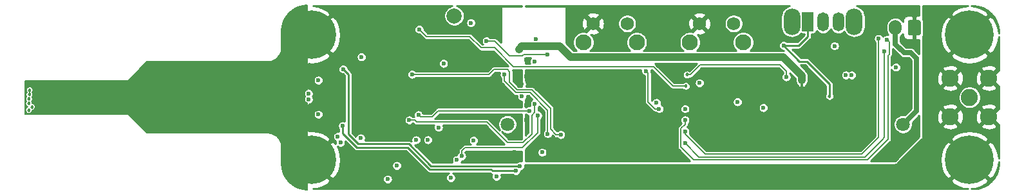
<source format=gbl>
G04 #@! TF.GenerationSoftware,KiCad,Pcbnew,5.1.8-db9833491~87~ubuntu20.04.1*
G04 #@! TF.CreationDate,2020-12-10T20:16:12-08:00*
G04 #@! TF.ProjectId,current-sense,63757272-656e-4742-9d73-656e73652e6b,rev?*
G04 #@! TF.SameCoordinates,Original*
G04 #@! TF.FileFunction,Copper,L4,Bot*
G04 #@! TF.FilePolarity,Positive*
%FSLAX46Y46*%
G04 Gerber Fmt 4.6, Leading zero omitted, Abs format (unit mm)*
G04 Created by KiCad (PCBNEW 5.1.8-db9833491~87~ubuntu20.04.1) date 2020-12-10 20:16:12*
%MOMM*%
%LPD*%
G01*
G04 APERTURE LIST*
G04 #@! TA.AperFunction,EtchedComponent*
%ADD10C,0.100000*%
G04 #@! TD*
G04 #@! TA.AperFunction,ComponentPad*
%ADD11O,1.700000X2.000000*%
G04 #@! TD*
G04 #@! TA.AperFunction,ComponentPad*
%ADD12C,1.800000*%
G04 #@! TD*
G04 #@! TA.AperFunction,SMDPad,CuDef*
%ADD13C,0.360000*%
G04 #@! TD*
G04 #@! TA.AperFunction,ComponentPad*
%ADD14R,1.500000X2.500000*%
G04 #@! TD*
G04 #@! TA.AperFunction,ComponentPad*
%ADD15O,1.500000X2.500000*%
G04 #@! TD*
G04 #@! TA.AperFunction,ComponentPad*
%ADD16O,2.200000X3.500000*%
G04 #@! TD*
G04 #@! TA.AperFunction,ComponentPad*
%ADD17C,2.100000*%
G04 #@! TD*
G04 #@! TA.AperFunction,ComponentPad*
%ADD18C,1.750000*%
G04 #@! TD*
G04 #@! TA.AperFunction,ComponentPad*
%ADD19C,2.000000*%
G04 #@! TD*
G04 #@! TA.AperFunction,ComponentPad*
%ADD20C,2.250000*%
G04 #@! TD*
G04 #@! TA.AperFunction,ComponentPad*
%ADD21C,0.800000*%
G04 #@! TD*
G04 #@! TA.AperFunction,ComponentPad*
%ADD22C,6.400000*%
G04 #@! TD*
G04 #@! TA.AperFunction,ViaPad*
%ADD23C,0.600000*%
G04 #@! TD*
G04 #@! TA.AperFunction,ViaPad*
%ADD24C,0.458000*%
G04 #@! TD*
G04 #@! TA.AperFunction,ViaPad*
%ADD25C,0.800000*%
G04 #@! TD*
G04 #@! TA.AperFunction,Conductor*
%ADD26C,0.360000*%
G04 #@! TD*
G04 #@! TA.AperFunction,Conductor*
%ADD27C,0.160000*%
G04 #@! TD*
G04 #@! TA.AperFunction,Conductor*
%ADD28C,0.240000*%
G04 #@! TD*
G04 #@! TA.AperFunction,Conductor*
%ADD29C,1.000000*%
G04 #@! TD*
G04 #@! TA.AperFunction,Conductor*
%ADD30C,0.640000*%
G04 #@! TD*
G04 #@! TA.AperFunction,Conductor*
%ADD31C,0.100000*%
G04 #@! TD*
G04 APERTURE END LIST*
D10*
G36*
X73520000Y39750000D02*
G01*
X73520000Y38750000D01*
X73880000Y38750000D01*
X73880000Y39750000D01*
X73520000Y39750000D01*
G37*
D11*
X86000000Y46700000D03*
G04 #@! TA.AperFunction,ComponentPad*
G36*
G01*
X89350000Y47450000D02*
X89350000Y45950000D01*
G75*
G02*
X89100000Y45700000I-250000J0D01*
G01*
X87900000Y45700000D01*
G75*
G02*
X87650000Y45950000I0J250000D01*
G01*
X87650000Y47450000D01*
G75*
G02*
X87900000Y47700000I250000J0D01*
G01*
X89100000Y47700000D01*
G75*
G02*
X89350000Y47450000I0J-250000D01*
G01*
G37*
G04 #@! TD.AperFunction*
D12*
X87000000Y33950000D03*
X35000000Y33950000D03*
D13*
X73700000Y39750000D03*
X73700000Y38750000D03*
D14*
X74500000Y47500000D03*
D15*
X76500000Y47500000D03*
X78500000Y47500000D03*
D16*
X72400000Y47500000D03*
X80600000Y47500000D03*
D17*
X58990000Y44760000D03*
D18*
X60250000Y47250000D03*
X64750000Y47250000D03*
D17*
X66000000Y44760000D03*
X44990000Y44760000D03*
D18*
X46250000Y47250000D03*
X50750000Y47250000D03*
D17*
X52000000Y44760000D03*
D19*
X28000000Y48250000D03*
D20*
X93210000Y34960000D03*
X98290000Y34960000D03*
X98290000Y40040000D03*
X93210000Y40040000D03*
X95750000Y37500000D03*
D21*
X11000000Y44000000D03*
X7500000Y47500000D03*
X7500000Y44000000D03*
X9250000Y43250000D03*
X6750000Y45750000D03*
X9250000Y48250000D03*
X11000000Y47500000D03*
X11750000Y45750000D03*
D22*
X9250000Y45750000D03*
D21*
X97500000Y44000000D03*
X94000000Y47500000D03*
X94000000Y44000000D03*
X95750000Y43250000D03*
X93250000Y45750000D03*
X95750000Y48250000D03*
X97500000Y47500000D03*
X98250000Y45750000D03*
D22*
X95750000Y45750000D03*
D21*
X11000000Y27500000D03*
X7500000Y31000000D03*
X7500000Y27500000D03*
X9250000Y26750000D03*
X6750000Y29250000D03*
X9250000Y31750000D03*
X11000000Y31000000D03*
X11750000Y29250000D03*
D22*
X9250000Y29250000D03*
D21*
X97500000Y27500000D03*
X94000000Y31000000D03*
X94000000Y27500000D03*
X95750000Y26750000D03*
X93250000Y29250000D03*
X95750000Y31750000D03*
X97500000Y31000000D03*
X98250000Y29250000D03*
D22*
X95750000Y29250000D03*
D23*
X30200000Y47350000D03*
X19250000Y26700000D03*
X15700000Y32150000D03*
X26600000Y42000000D03*
X76750000Y36500000D03*
X78250000Y36500000D03*
X79750000Y36500000D03*
D24*
X-27507044Y36247374D03*
D23*
X70500000Y49000000D03*
X57250000Y49000000D03*
X25950000Y33550000D03*
X24550000Y31900000D03*
X42500000Y36450000D03*
X54600000Y35200000D03*
X20450000Y28500000D03*
X12700000Y32350000D03*
X27550000Y26900000D03*
X74150000Y41500000D03*
X48750000Y49000000D03*
X37500000Y36500000D03*
X37500000Y34500000D03*
X37500000Y42500000D03*
X87750000Y31750000D03*
X48900000Y34600000D03*
X47000000Y40150000D03*
X60700000Y33150000D03*
D25*
X74800000Y33700000D03*
X70250000Y36200000D03*
D23*
X75400000Y38650000D03*
X74700000Y38750000D03*
X75800000Y36750000D03*
X38750000Y45176999D03*
X39550000Y32250000D03*
X42000000Y29450000D03*
X40500000Y29450000D03*
X78100000Y33800000D03*
X74750000Y30750000D03*
X77500000Y31000000D03*
X80250000Y34000000D03*
X67500000Y36750000D03*
X81000000Y36500000D03*
X82000000Y37000000D03*
X82000000Y35750000D03*
X82500000Y34250000D03*
X69650000Y44400000D03*
X63250000Y35700000D03*
X65250000Y31300000D03*
D24*
X58900000Y41250000D03*
D23*
X37550000Y29300000D03*
X37500000Y40250000D03*
X26600000Y46500000D03*
X23400000Y43500000D03*
X17300000Y32150000D03*
X13400000Y42000000D03*
X24200000Y41150000D03*
D24*
X-27848980Y39215241D03*
D23*
X-13500000Y35500000D03*
X-14750000Y35500000D03*
X-15750000Y35500000D03*
X-17000000Y35500000D03*
X-18250000Y35500000D03*
X-19500000Y35500000D03*
X-25750000Y35500000D03*
X-26750000Y39500000D03*
X-25750000Y39500000D03*
X-19500000Y39500000D03*
X-18000000Y39500000D03*
X-16750000Y39500000D03*
X-15500000Y39500000D03*
X-14000000Y39500000D03*
X-12500000Y39500000D03*
X15750000Y48750000D03*
X24000000Y49000000D03*
X24000000Y35500000D03*
X22100000Y36000000D03*
X25150000Y31250000D03*
X28950000Y31850000D03*
X13350000Y35250000D03*
X13350000Y39750000D03*
X21300000Y32150000D03*
X-24750000Y39500000D03*
X-23750000Y39500000D03*
X-22500000Y39500000D03*
X-21250000Y39500000D03*
X-24750000Y35500000D03*
X-23750000Y35500000D03*
X-22500000Y35500000D03*
X-21250000Y35500000D03*
X-13250000Y34500000D03*
X-12250000Y33500000D03*
X-11000000Y33250000D03*
X-9500000Y33250000D03*
X-7750000Y33250000D03*
X-6500000Y33250000D03*
X-5000000Y33250000D03*
X-3000000Y33250000D03*
X-1250000Y33250000D03*
X250000Y33250000D03*
X1750000Y33250000D03*
X3250000Y33250000D03*
X-13000000Y40750000D03*
X-11750000Y41750000D03*
X-9750000Y41750000D03*
X-7750000Y41750000D03*
X-5750000Y41750000D03*
X-3250000Y41750000D03*
X-1000000Y41750000D03*
X1000000Y41750000D03*
X-2000000Y41750000D03*
X-4500000Y41750000D03*
X2750000Y41750000D03*
X4750000Y42000000D03*
X6000000Y42500000D03*
X5750000Y32750000D03*
X13750000Y27000000D03*
X15750000Y26000000D03*
X22750000Y26000000D03*
X39000000Y26000000D03*
X41250000Y26000000D03*
X43500000Y26000000D03*
X46500000Y26000000D03*
X49500000Y26000000D03*
X52500000Y26000000D03*
X55250000Y26000000D03*
X57500000Y25750000D03*
X60250000Y28000000D03*
X63500000Y28000000D03*
X62000000Y26000000D03*
X66750000Y26000000D03*
X70750000Y26250000D03*
X85500000Y26250000D03*
X88500000Y26000000D03*
X88750000Y29750000D03*
X33500000Y42500000D03*
X36850000Y39250000D03*
X35950000Y32250000D03*
X35950000Y30250000D03*
X90250000Y41250000D03*
X90250000Y37750000D03*
X90250000Y33750000D03*
X90250000Y31750000D03*
X90250000Y35750000D03*
X90250000Y39750000D03*
X90250000Y44250000D03*
X88000000Y28500000D03*
X79000000Y28250000D03*
X74750000Y28250000D03*
X69750000Y28250000D03*
X55250000Y28250000D03*
X52500000Y28250000D03*
X49500000Y28250000D03*
X46500000Y28250000D03*
X44750000Y28250000D03*
X75000000Y25750000D03*
X79000000Y25750000D03*
X81500000Y25750000D03*
X84000000Y28250000D03*
X18750000Y49000000D03*
X22000000Y49000000D03*
X31500000Y49000000D03*
D24*
X-27900000Y35814000D03*
D23*
X13050000Y31550000D03*
X42000000Y32600000D03*
X22450000Y40550000D03*
X40300000Y32700000D03*
X34600000Y40500000D03*
X23400000Y46500000D03*
D24*
X58450000Y39000000D03*
D23*
X28350000Y29250000D03*
X15800000Y42850000D03*
X60250000Y39400000D03*
X23000000Y31900000D03*
X30550000Y31850000D03*
X54600000Y36800000D03*
X58350000Y36000000D03*
X38550000Y42250000D03*
X65250000Y36900000D03*
X39550000Y30250000D03*
X86100000Y41500000D03*
X78000000Y44300000D03*
X29000000Y29750000D03*
X38975000Y35125000D03*
D24*
X-27842217Y37877546D03*
D23*
X8850000Y38000000D03*
D24*
X-27877851Y37293631D03*
D23*
X8850000Y37250000D03*
X53200000Y41000000D03*
X54950000Y36000000D03*
X83800000Y45250000D03*
X58350000Y33000000D03*
X58350000Y34500000D03*
X84900000Y45150000D03*
X33550000Y27050000D03*
X23300000Y35200000D03*
X37900000Y35750000D03*
X32250000Y44950000D03*
X40250000Y43150000D03*
D25*
X36500000Y43850000D03*
D23*
X58400000Y31450000D03*
X84550000Y43550000D03*
X22100000Y34500000D03*
X36900000Y37643000D03*
X38600000Y36650000D03*
X13400000Y41250000D03*
X36650000Y28450000D03*
X13350000Y33750000D03*
X36100000Y27800000D03*
D24*
X-27799192Y38460964D03*
D23*
X10150000Y39750000D03*
D24*
X-27904073Y36709217D03*
D23*
X10150000Y35250000D03*
X71650000Y40200000D03*
D24*
X58600000Y40500000D03*
D23*
X79500000Y40450000D03*
X80250000Y40450000D03*
X68650000Y36150000D03*
D24*
X77350000Y37650000D03*
D23*
X71300000Y44350000D03*
D26*
X78250000Y37300000D02*
X78250000Y36500000D01*
X73700000Y38750000D02*
X73700000Y37950000D01*
X73700000Y38750000D02*
X73350000Y38400000D01*
X73700000Y38750000D02*
X74050000Y38400000D01*
X73700000Y38750000D02*
X73150000Y38750000D01*
X73700000Y38750000D02*
X74700000Y38750000D01*
D27*
X42000000Y32600000D02*
X41400000Y32600000D01*
X41400000Y32600000D02*
X40700000Y33300000D01*
X40700000Y33300000D02*
X40700000Y36050000D01*
X40700000Y36050000D02*
X38250000Y38500000D01*
X38250000Y38500000D02*
X36300000Y38500000D01*
X36300000Y38500000D02*
X35300000Y39500000D01*
X35300000Y39500000D02*
X35300000Y40900000D01*
X35300000Y40900000D02*
X35000000Y41200000D01*
X35000000Y41200000D02*
X33200000Y41200000D01*
X33200000Y41200000D02*
X32550000Y40550000D01*
X32550000Y40550000D02*
X22450000Y40550000D01*
X40300000Y32700000D02*
X40300000Y35800000D01*
X40300000Y35800000D02*
X37950000Y38150000D01*
X37950000Y38150000D02*
X36100000Y38150000D01*
X36100000Y38150000D02*
X34600000Y39650000D01*
X34600000Y39650000D02*
X34600000Y40500000D01*
X30050000Y45550000D02*
X24350000Y45550000D01*
X53500000Y41550000D02*
X35800000Y41550000D01*
X35800000Y41550000D02*
X33300000Y44050000D01*
X24350000Y45550000D02*
X23400000Y46500000D01*
X33300000Y44050000D02*
X31550000Y44050000D01*
X31550000Y44050000D02*
X30050000Y45550000D01*
X53500000Y41550000D02*
X54200000Y41550000D01*
X56750000Y39000000D02*
X58450000Y39000000D01*
X54200000Y41550000D02*
X56750000Y39000000D01*
X38950000Y32850000D02*
X38950000Y35100000D01*
X36957001Y30857001D02*
X38950000Y32850000D01*
X38950000Y35100000D02*
X38975000Y35125000D01*
X29000000Y29750000D02*
X29000000Y30464002D01*
X29000000Y30464002D02*
X29392999Y30857001D01*
X29392999Y30857001D02*
X36957001Y30857001D01*
X53200000Y41000000D02*
X53500000Y40700000D01*
X53500000Y40700000D02*
X53500000Y36900000D01*
X53500000Y36900000D02*
X54400000Y36000000D01*
X54400000Y36000000D02*
X54950000Y36000000D01*
X83800000Y32200000D02*
X83800000Y45250000D01*
X81600000Y30000000D02*
X83800000Y32200000D01*
X61000000Y30000000D02*
X81600000Y30000000D01*
X58350000Y33000000D02*
X58350000Y32650000D01*
X58350000Y32650000D02*
X61000000Y30000000D01*
X85200000Y43200000D02*
X85200000Y44850000D01*
X85050000Y43050000D02*
X85200000Y43200000D01*
X58350000Y33950000D02*
X57800000Y33400000D01*
X85050000Y32000000D02*
X85050000Y43050000D01*
X57800000Y33400000D02*
X57800000Y30950000D01*
X57800000Y30950000D02*
X59450000Y29300000D01*
X85200000Y44850000D02*
X84900000Y45150000D01*
X82350000Y29300000D02*
X85050000Y32000000D01*
X58350000Y34500000D02*
X58350000Y33950000D01*
X59450000Y29300000D02*
X82350000Y29300000D01*
X34300000Y35750000D02*
X25900000Y35750000D01*
X25102999Y34952999D02*
X23552999Y34952999D01*
X25900000Y35750000D02*
X25102999Y34952999D01*
X23552999Y34952999D02*
X23305998Y35200000D01*
D28*
X23305998Y35200000D02*
X23300000Y35200000D01*
D27*
X34300000Y35750000D02*
X37800000Y35750000D01*
X37800000Y35750000D02*
X37900000Y35750000D01*
X35300000Y42950000D02*
X33300000Y44950000D01*
X33300000Y44950000D02*
X32250000Y44950000D01*
X36950000Y42950000D02*
X35300000Y42950000D01*
X40250000Y43150000D02*
X37150000Y43150000D01*
X37150000Y43150000D02*
X36950000Y42950000D01*
D29*
X41900001Y44249999D02*
X43350000Y42800000D01*
X36899999Y44249999D02*
X41900001Y44249999D01*
X36500000Y43850000D02*
X36899999Y44249999D01*
X73700000Y39750000D02*
X73700000Y40350000D01*
X71250000Y42800000D02*
X71100000Y42800000D01*
X73700000Y40350000D02*
X71250000Y42800000D01*
X43350000Y42800000D02*
X71100000Y42800000D01*
D27*
X81750000Y29650000D02*
X60200000Y29650000D01*
X60200000Y29650000D02*
X58400000Y31450000D01*
X81750000Y29650000D02*
X82000000Y29650000D01*
X82000000Y29650000D02*
X84250000Y31900000D01*
X84250000Y31900000D02*
X84550000Y32200000D01*
X84550000Y32200000D02*
X84550000Y43550000D01*
X22100000Y34500000D02*
X22850000Y34500000D01*
X22850000Y34500000D02*
X23100000Y34250000D01*
X30500000Y34250000D02*
X30600000Y34250000D01*
X23100000Y34250000D02*
X30500000Y34250000D01*
X32300000Y34250000D02*
X30500000Y34250000D01*
X38600000Y35550000D02*
X38200000Y35150000D01*
X37050000Y31550000D02*
X35000000Y31550000D01*
X38200000Y35150000D02*
X38200000Y32700000D01*
X38600000Y36650000D02*
X38600000Y35550000D01*
X38200000Y32700000D02*
X37050000Y31550000D01*
X35000000Y31550000D02*
X32300000Y34250000D01*
D28*
X33500000Y28450000D02*
X24950000Y28450000D01*
X24950000Y28450000D02*
X22050000Y31350000D01*
X22050000Y31350000D02*
X15400000Y31350000D01*
X15400000Y31350000D02*
X14100000Y32650000D01*
X14100000Y40550000D02*
X13400000Y41250000D01*
X14100000Y32650000D02*
X14100000Y40550000D01*
X33500000Y28450000D02*
X36650000Y28450000D01*
X34000000Y27800000D02*
X33050000Y27800000D01*
X33050000Y27800000D02*
X32850000Y28000000D01*
X32850000Y28000000D02*
X24750000Y28000000D01*
X24750000Y28000000D02*
X21850000Y30900000D01*
X21850000Y30900000D02*
X15200000Y30900000D01*
X13350000Y32750000D02*
X13350000Y33750000D01*
X15200000Y30900000D02*
X13350000Y32750000D01*
X34000000Y27800000D02*
X36100000Y27800000D01*
D30*
X86000000Y44550000D02*
X87150000Y43400000D01*
X87150000Y43400000D02*
X88050000Y43400000D01*
X88050000Y43400000D02*
X88800000Y42650000D01*
X88800000Y35750000D02*
X87000000Y33950000D01*
X88800000Y42650000D02*
X88800000Y35750000D01*
X86000000Y45050000D02*
X86000000Y44550000D01*
X86000000Y45050000D02*
X86000000Y46700000D01*
X86000000Y46500000D02*
X86000000Y45050000D01*
D27*
X71650000Y40200000D02*
X71650000Y40950000D01*
X71650000Y40950000D02*
X70800000Y41800000D01*
X70800000Y41800000D02*
X60350000Y41800000D01*
X59050000Y40500000D02*
X58600000Y40500000D01*
X60350000Y41800000D02*
X59050000Y40500000D01*
D28*
X74500000Y47500000D02*
X74500000Y45550000D01*
X73300000Y44350000D02*
X71300000Y44350000D01*
X74500000Y45550000D02*
X73300000Y44350000D01*
X71300000Y44350000D02*
X73400000Y42250000D01*
X73400000Y42250000D02*
X74350000Y42250000D01*
X74350000Y42250000D02*
X77350000Y39250000D01*
X77350000Y39250000D02*
X77350000Y37650000D01*
D27*
X8670000Y38509933D02*
X8594214Y38478542D01*
X8505770Y38419446D01*
X8430554Y38344230D01*
X8371458Y38255786D01*
X8330752Y38157512D01*
X8310000Y38053185D01*
X8310000Y37946815D01*
X8330752Y37842488D01*
X8371458Y37744214D01*
X8430554Y37655770D01*
X8461324Y37625000D01*
X8430554Y37594230D01*
X8371458Y37505786D01*
X8330752Y37407512D01*
X8310000Y37303185D01*
X8310000Y37196815D01*
X8330752Y37092488D01*
X8371458Y36994214D01*
X8430554Y36905770D01*
X8505770Y36830554D01*
X8594214Y36771458D01*
X8670000Y36740067D01*
X8670000Y25312800D01*
X8080849Y25370567D01*
X7437198Y25564896D01*
X6843541Y25880550D01*
X6322503Y26305499D01*
X5893927Y26823557D01*
X5574141Y27414990D01*
X5375319Y28057279D01*
X5303536Y28740250D01*
X5303500Y28750480D01*
X5303500Y30920133D01*
X5308345Y30935597D01*
X5312523Y30974068D01*
X5313237Y30977545D01*
X5313260Y30980852D01*
X5314983Y30996715D01*
X5314998Y31001113D01*
X5314961Y31011585D01*
X5313570Y31025273D01*
X5313666Y31039020D01*
X5313237Y31043398D01*
X5282637Y31334543D01*
X5276895Y31362516D01*
X5271547Y31390555D01*
X5270276Y31394765D01*
X5183708Y31674421D01*
X5172636Y31700761D01*
X5161949Y31727212D01*
X5159884Y31731095D01*
X5020645Y31988611D01*
X5004672Y32012292D01*
X4989047Y32036169D01*
X4986268Y32039577D01*
X4799663Y32265144D01*
X4779392Y32285275D01*
X4759429Y32305660D01*
X4756046Y32308458D01*
X4756040Y32308464D01*
X4756033Y32308468D01*
X4529176Y32493489D01*
X4505348Y32509321D01*
X4481839Y32525418D01*
X4477979Y32527506D01*
X4477971Y32527511D01*
X4477963Y32527514D01*
X4219490Y32664947D01*
X4193089Y32675829D01*
X4166853Y32687074D01*
X4162658Y32688372D01*
X4162651Y32688375D01*
X4162644Y32688376D01*
X3882397Y32772989D01*
X3854356Y32778541D01*
X3826464Y32784470D01*
X3822092Y32784930D01*
X3822090Y32784930D01*
X3530738Y32813497D01*
X3469261Y32813497D01*
X3418773Y32803500D01*
X-12374286Y32803500D01*
X-14774849Y35204062D01*
X-14784355Y35215645D01*
X-14830569Y35253572D01*
X-14883294Y35281754D01*
X-14940504Y35299108D01*
X-14985096Y35303500D01*
X-15000000Y35304968D01*
X-15014904Y35303500D01*
X-28420000Y35303500D01*
X-28420000Y36755409D01*
X-28373073Y36755409D01*
X-28373073Y36663025D01*
X-28355049Y36572415D01*
X-28319695Y36487062D01*
X-28268369Y36410247D01*
X-28203043Y36344921D01*
X-28126228Y36293595D01*
X-28046968Y36260765D01*
X-28122155Y36229622D01*
X-28198970Y36178296D01*
X-28264296Y36112970D01*
X-28315622Y36036155D01*
X-28350976Y35950802D01*
X-28369000Y35860192D01*
X-28369000Y35767808D01*
X-28350976Y35677198D01*
X-28315622Y35591845D01*
X-28264296Y35515030D01*
X-28198970Y35449704D01*
X-28122155Y35398378D01*
X-28036802Y35363024D01*
X-27946192Y35345000D01*
X-27853808Y35345000D01*
X-27763198Y35363024D01*
X-27677845Y35398378D01*
X-27601030Y35449704D01*
X-27535704Y35515030D01*
X-27484378Y35591845D01*
X-27449024Y35677198D01*
X-27431000Y35767808D01*
X-27431000Y35784312D01*
X-27370242Y35796398D01*
X-27284889Y35831752D01*
X-27208074Y35883078D01*
X-27142748Y35948404D01*
X-27091422Y36025219D01*
X-27056068Y36110572D01*
X-27038044Y36201182D01*
X-27038044Y36293566D01*
X-27056068Y36384176D01*
X-27091422Y36469529D01*
X-27142748Y36546344D01*
X-27208074Y36611670D01*
X-27284889Y36662996D01*
X-27370242Y36698350D01*
X-27435073Y36711246D01*
X-27435073Y36755409D01*
X-27453097Y36846019D01*
X-27488451Y36931372D01*
X-27523856Y36984360D01*
X-27513555Y36994661D01*
X-27462229Y37071476D01*
X-27426875Y37156829D01*
X-27408851Y37247439D01*
X-27408851Y37339823D01*
X-27426875Y37430433D01*
X-27462229Y37515786D01*
X-27493664Y37562833D01*
X-27477921Y37578576D01*
X-27426595Y37655391D01*
X-27391241Y37740744D01*
X-27373217Y37831354D01*
X-27373217Y37923738D01*
X-27391241Y38014348D01*
X-27426595Y38099701D01*
X-27454871Y38142019D01*
X-27434896Y38161994D01*
X-27383570Y38238809D01*
X-27348216Y38324162D01*
X-27330192Y38414772D01*
X-27330192Y38507156D01*
X-27348216Y38597766D01*
X-27383570Y38683119D01*
X-27434896Y38759934D01*
X-27500222Y38825260D01*
X-27577037Y38876586D01*
X-27662390Y38911940D01*
X-27753000Y38929964D01*
X-27845384Y38929964D01*
X-27935994Y38911940D01*
X-28021347Y38876586D01*
X-28098162Y38825260D01*
X-28163488Y38759934D01*
X-28214814Y38683119D01*
X-28250168Y38597766D01*
X-28268192Y38507156D01*
X-28268192Y38414772D01*
X-28250168Y38324162D01*
X-28214814Y38238809D01*
X-28186538Y38196491D01*
X-28206513Y38176516D01*
X-28257839Y38099701D01*
X-28293193Y38014348D01*
X-28311217Y37923738D01*
X-28311217Y37831354D01*
X-28293193Y37740744D01*
X-28257839Y37655391D01*
X-28226404Y37608344D01*
X-28242147Y37592601D01*
X-28293473Y37515786D01*
X-28328827Y37430433D01*
X-28346851Y37339823D01*
X-28346851Y37247439D01*
X-28328827Y37156829D01*
X-28293473Y37071476D01*
X-28258068Y37018488D01*
X-28268369Y37008187D01*
X-28319695Y36931372D01*
X-28355049Y36846019D01*
X-28373073Y36755409D01*
X-28420000Y36755409D01*
X-28420000Y39696500D01*
X-15014904Y39696500D01*
X-15000000Y39695032D01*
X-14985096Y39696500D01*
X-14940504Y39700892D01*
X-14883294Y39718246D01*
X-14830569Y39746428D01*
X-14784355Y39784355D01*
X-14774849Y39795938D01*
X-12374286Y42196500D01*
X3514904Y42196500D01*
X3528623Y42197851D01*
X3537978Y42197786D01*
X3542196Y42198200D01*
X3833341Y42228800D01*
X3860262Y42234326D01*
X3887307Y42239485D01*
X3891364Y42240710D01*
X4171020Y42327278D01*
X4196413Y42337952D01*
X4221883Y42348243D01*
X4225616Y42350227D01*
X4225625Y42350231D01*
X4225632Y42350236D01*
X4483141Y42489471D01*
X4505980Y42504876D01*
X4528962Y42519915D01*
X4532242Y42522589D01*
X4532248Y42522593D01*
X4532253Y42522598D01*
X4757814Y42709198D01*
X4777221Y42728741D01*
X4796850Y42747963D01*
X4799552Y42751228D01*
X4984578Y42978092D01*
X4999820Y43001034D01*
X5015340Y43023700D01*
X5017357Y43027428D01*
X5154794Y43285909D01*
X5165280Y43311352D01*
X5176112Y43336624D01*
X5177365Y43340673D01*
X5261979Y43620927D01*
X5267323Y43647912D01*
X5273041Y43674817D01*
X5273485Y43679032D01*
X5293389Y43882035D01*
X5310442Y43938249D01*
X5315000Y43984527D01*
X5315000Y46265473D01*
X5310727Y46308858D01*
X5370567Y46919151D01*
X5564898Y47562804D01*
X5880547Y48156455D01*
X6305496Y48677494D01*
X6823557Y49106073D01*
X7414991Y49425860D01*
X8057279Y49624681D01*
X8670000Y49689081D01*
X8670000Y38509933D01*
G04 #@! TA.AperFunction,Conductor*
D31*
G36*
X8670000Y38509933D02*
G01*
X8594214Y38478542D01*
X8505770Y38419446D01*
X8430554Y38344230D01*
X8371458Y38255786D01*
X8330752Y38157512D01*
X8310000Y38053185D01*
X8310000Y37946815D01*
X8330752Y37842488D01*
X8371458Y37744214D01*
X8430554Y37655770D01*
X8461324Y37625000D01*
X8430554Y37594230D01*
X8371458Y37505786D01*
X8330752Y37407512D01*
X8310000Y37303185D01*
X8310000Y37196815D01*
X8330752Y37092488D01*
X8371458Y36994214D01*
X8430554Y36905770D01*
X8505770Y36830554D01*
X8594214Y36771458D01*
X8670000Y36740067D01*
X8670000Y25312800D01*
X8080849Y25370567D01*
X7437198Y25564896D01*
X6843541Y25880550D01*
X6322503Y26305499D01*
X5893927Y26823557D01*
X5574141Y27414990D01*
X5375319Y28057279D01*
X5303536Y28740250D01*
X5303500Y28750480D01*
X5303500Y30920133D01*
X5308345Y30935597D01*
X5312523Y30974068D01*
X5313237Y30977545D01*
X5313260Y30980852D01*
X5314983Y30996715D01*
X5314998Y31001113D01*
X5314961Y31011585D01*
X5313570Y31025273D01*
X5313666Y31039020D01*
X5313237Y31043398D01*
X5282637Y31334543D01*
X5276895Y31362516D01*
X5271547Y31390555D01*
X5270276Y31394765D01*
X5183708Y31674421D01*
X5172636Y31700761D01*
X5161949Y31727212D01*
X5159884Y31731095D01*
X5020645Y31988611D01*
X5004672Y32012292D01*
X4989047Y32036169D01*
X4986268Y32039577D01*
X4799663Y32265144D01*
X4779392Y32285275D01*
X4759429Y32305660D01*
X4756046Y32308458D01*
X4756040Y32308464D01*
X4756033Y32308468D01*
X4529176Y32493489D01*
X4505348Y32509321D01*
X4481839Y32525418D01*
X4477979Y32527506D01*
X4477971Y32527511D01*
X4477963Y32527514D01*
X4219490Y32664947D01*
X4193089Y32675829D01*
X4166853Y32687074D01*
X4162658Y32688372D01*
X4162651Y32688375D01*
X4162644Y32688376D01*
X3882397Y32772989D01*
X3854356Y32778541D01*
X3826464Y32784470D01*
X3822092Y32784930D01*
X3822090Y32784930D01*
X3530738Y32813497D01*
X3469261Y32813497D01*
X3418773Y32803500D01*
X-12374286Y32803500D01*
X-14774849Y35204062D01*
X-14784355Y35215645D01*
X-14830569Y35253572D01*
X-14883294Y35281754D01*
X-14940504Y35299108D01*
X-14985096Y35303500D01*
X-15000000Y35304968D01*
X-15014904Y35303500D01*
X-28420000Y35303500D01*
X-28420000Y36755409D01*
X-28373073Y36755409D01*
X-28373073Y36663025D01*
X-28355049Y36572415D01*
X-28319695Y36487062D01*
X-28268369Y36410247D01*
X-28203043Y36344921D01*
X-28126228Y36293595D01*
X-28046968Y36260765D01*
X-28122155Y36229622D01*
X-28198970Y36178296D01*
X-28264296Y36112970D01*
X-28315622Y36036155D01*
X-28350976Y35950802D01*
X-28369000Y35860192D01*
X-28369000Y35767808D01*
X-28350976Y35677198D01*
X-28315622Y35591845D01*
X-28264296Y35515030D01*
X-28198970Y35449704D01*
X-28122155Y35398378D01*
X-28036802Y35363024D01*
X-27946192Y35345000D01*
X-27853808Y35345000D01*
X-27763198Y35363024D01*
X-27677845Y35398378D01*
X-27601030Y35449704D01*
X-27535704Y35515030D01*
X-27484378Y35591845D01*
X-27449024Y35677198D01*
X-27431000Y35767808D01*
X-27431000Y35784312D01*
X-27370242Y35796398D01*
X-27284889Y35831752D01*
X-27208074Y35883078D01*
X-27142748Y35948404D01*
X-27091422Y36025219D01*
X-27056068Y36110572D01*
X-27038044Y36201182D01*
X-27038044Y36293566D01*
X-27056068Y36384176D01*
X-27091422Y36469529D01*
X-27142748Y36546344D01*
X-27208074Y36611670D01*
X-27284889Y36662996D01*
X-27370242Y36698350D01*
X-27435073Y36711246D01*
X-27435073Y36755409D01*
X-27453097Y36846019D01*
X-27488451Y36931372D01*
X-27523856Y36984360D01*
X-27513555Y36994661D01*
X-27462229Y37071476D01*
X-27426875Y37156829D01*
X-27408851Y37247439D01*
X-27408851Y37339823D01*
X-27426875Y37430433D01*
X-27462229Y37515786D01*
X-27493664Y37562833D01*
X-27477921Y37578576D01*
X-27426595Y37655391D01*
X-27391241Y37740744D01*
X-27373217Y37831354D01*
X-27373217Y37923738D01*
X-27391241Y38014348D01*
X-27426595Y38099701D01*
X-27454871Y38142019D01*
X-27434896Y38161994D01*
X-27383570Y38238809D01*
X-27348216Y38324162D01*
X-27330192Y38414772D01*
X-27330192Y38507156D01*
X-27348216Y38597766D01*
X-27383570Y38683119D01*
X-27434896Y38759934D01*
X-27500222Y38825260D01*
X-27577037Y38876586D01*
X-27662390Y38911940D01*
X-27753000Y38929964D01*
X-27845384Y38929964D01*
X-27935994Y38911940D01*
X-28021347Y38876586D01*
X-28098162Y38825260D01*
X-28163488Y38759934D01*
X-28214814Y38683119D01*
X-28250168Y38597766D01*
X-28268192Y38507156D01*
X-28268192Y38414772D01*
X-28250168Y38324162D01*
X-28214814Y38238809D01*
X-28186538Y38196491D01*
X-28206513Y38176516D01*
X-28257839Y38099701D01*
X-28293193Y38014348D01*
X-28311217Y37923738D01*
X-28311217Y37831354D01*
X-28293193Y37740744D01*
X-28257839Y37655391D01*
X-28226404Y37608344D01*
X-28242147Y37592601D01*
X-28293473Y37515786D01*
X-28328827Y37430433D01*
X-28346851Y37339823D01*
X-28346851Y37247439D01*
X-28328827Y37156829D01*
X-28293473Y37071476D01*
X-28258068Y37018488D01*
X-28268369Y37008187D01*
X-28319695Y36931372D01*
X-28355049Y36846019D01*
X-28373073Y36755409D01*
X-28420000Y36755409D01*
X-28420000Y39696500D01*
X-15014904Y39696500D01*
X-15000000Y39695032D01*
X-14985096Y39696500D01*
X-14940504Y39700892D01*
X-14883294Y39718246D01*
X-14830569Y39746428D01*
X-14784355Y39784355D01*
X-14774849Y39795938D01*
X-12374286Y42196500D01*
X3514904Y42196500D01*
X3528623Y42197851D01*
X3537978Y42197786D01*
X3542196Y42198200D01*
X3833341Y42228800D01*
X3860262Y42234326D01*
X3887307Y42239485D01*
X3891364Y42240710D01*
X4171020Y42327278D01*
X4196413Y42337952D01*
X4221883Y42348243D01*
X4225616Y42350227D01*
X4225625Y42350231D01*
X4225632Y42350236D01*
X4483141Y42489471D01*
X4505980Y42504876D01*
X4528962Y42519915D01*
X4532242Y42522589D01*
X4532248Y42522593D01*
X4532253Y42522598D01*
X4757814Y42709198D01*
X4777221Y42728741D01*
X4796850Y42747963D01*
X4799552Y42751228D01*
X4984578Y42978092D01*
X4999820Y43001034D01*
X5015340Y43023700D01*
X5017357Y43027428D01*
X5154794Y43285909D01*
X5165280Y43311352D01*
X5176112Y43336624D01*
X5177365Y43340673D01*
X5261979Y43620927D01*
X5267323Y43647912D01*
X5273041Y43674817D01*
X5273485Y43679032D01*
X5293389Y43882035D01*
X5310442Y43938249D01*
X5315000Y43984527D01*
X5315000Y46265473D01*
X5310727Y46308858D01*
X5370567Y46919151D01*
X5564898Y47562804D01*
X5880547Y48156455D01*
X6305496Y48677494D01*
X6823557Y49106073D01*
X7414991Y49425860D01*
X8057279Y49624681D01*
X8670000Y49689081D01*
X8670000Y38509933D01*
G37*
G04 #@! TD.AperFunction*
D28*
X27603303Y49557736D02*
X27355799Y49455216D01*
X27133051Y49306381D01*
X26943619Y49116949D01*
X26794784Y48894201D01*
X26692264Y48646697D01*
X26640000Y48383948D01*
X26640000Y48116052D01*
X26692264Y47853303D01*
X26794784Y47605799D01*
X26943619Y47383051D01*
X27133051Y47193619D01*
X27355799Y47044784D01*
X27603303Y46942264D01*
X27866052Y46890000D01*
X28133948Y46890000D01*
X28396697Y46942264D01*
X28644201Y47044784D01*
X28866949Y47193619D01*
X29056381Y47383051D01*
X29077731Y47415004D01*
X29540000Y47415004D01*
X29540000Y47284996D01*
X29565364Y47157485D01*
X29615116Y47037373D01*
X29687345Y46929275D01*
X29779275Y46837345D01*
X29887373Y46765116D01*
X30007485Y46715364D01*
X30134996Y46690000D01*
X30265004Y46690000D01*
X30392515Y46715364D01*
X30512627Y46765116D01*
X30620725Y46837345D01*
X30712655Y46929275D01*
X30784884Y47037373D01*
X30834636Y47157485D01*
X30860000Y47284996D01*
X30860000Y47415004D01*
X30834636Y47542515D01*
X30784884Y47662627D01*
X30712655Y47770725D01*
X30620725Y47862655D01*
X30512627Y47934884D01*
X30392515Y47984636D01*
X30265004Y48010000D01*
X30134996Y48010000D01*
X30007485Y47984636D01*
X29887373Y47934884D01*
X29779275Y47862655D01*
X29687345Y47770725D01*
X29615116Y47662627D01*
X29565364Y47542515D01*
X29540000Y47415004D01*
X29077731Y47415004D01*
X29205216Y47605799D01*
X29307736Y47853303D01*
X29360000Y48116052D01*
X29360000Y48383948D01*
X29307736Y48646697D01*
X29205216Y48894201D01*
X29056381Y49116949D01*
X28866949Y49306381D01*
X28644201Y49455216D01*
X28396697Y49557736D01*
X28302364Y49576500D01*
X36890000Y49576500D01*
X36890000Y49520000D01*
X34250000Y49520000D01*
X34226589Y49517694D01*
X34204078Y49510866D01*
X34183332Y49499776D01*
X34165147Y49484853D01*
X34150224Y49466668D01*
X34139134Y49445922D01*
X34132306Y49423411D01*
X34130000Y49400000D01*
X34130000Y44742253D01*
X33626411Y45245842D01*
X33612632Y45262632D01*
X33545633Y45317616D01*
X33469195Y45358473D01*
X33386255Y45383633D01*
X33321607Y45390000D01*
X33321604Y45390000D01*
X33300000Y45392128D01*
X33278396Y45390000D01*
X32743380Y45390000D01*
X32670725Y45462655D01*
X32562627Y45534884D01*
X32442515Y45584636D01*
X32315004Y45610000D01*
X32184996Y45610000D01*
X32057485Y45584636D01*
X31937373Y45534884D01*
X31829275Y45462655D01*
X31737345Y45370725D01*
X31665116Y45262627D01*
X31615364Y45142515D01*
X31590000Y45015004D01*
X31590000Y44884996D01*
X31615364Y44757485D01*
X31665116Y44637373D01*
X31737345Y44529275D01*
X31776620Y44490000D01*
X31732254Y44490000D01*
X30376411Y45845842D01*
X30362632Y45862632D01*
X30295633Y45917616D01*
X30219195Y45958473D01*
X30136255Y45983633D01*
X30071607Y45990000D01*
X30071604Y45990000D01*
X30050000Y45992128D01*
X30028396Y45990000D01*
X24532254Y45990000D01*
X24060000Y46462253D01*
X24060000Y46565004D01*
X24034636Y46692515D01*
X23984884Y46812627D01*
X23912655Y46920725D01*
X23820725Y47012655D01*
X23712627Y47084884D01*
X23592515Y47134636D01*
X23465004Y47160000D01*
X23334996Y47160000D01*
X23207485Y47134636D01*
X23087373Y47084884D01*
X22979275Y47012655D01*
X22887345Y46920725D01*
X22815116Y46812627D01*
X22765364Y46692515D01*
X22740000Y46565004D01*
X22740000Y46434996D01*
X22765364Y46307485D01*
X22815116Y46187373D01*
X22887345Y46079275D01*
X22979275Y45987345D01*
X23087373Y45915116D01*
X23207485Y45865364D01*
X23334996Y45840000D01*
X23437747Y45840000D01*
X24023593Y45254153D01*
X24037368Y45237368D01*
X24054151Y45223595D01*
X24104366Y45182384D01*
X24180804Y45141527D01*
X24200108Y45135671D01*
X24263745Y45116367D01*
X24328393Y45110000D01*
X24328396Y45110000D01*
X24350000Y45107872D01*
X24371604Y45110000D01*
X29867747Y45110000D01*
X31223593Y43754153D01*
X31237368Y43737368D01*
X31267170Y43712910D01*
X31304366Y43682384D01*
X31324243Y43671760D01*
X31380805Y43641527D01*
X31463745Y43616367D01*
X31528393Y43610000D01*
X31528395Y43610000D01*
X31549999Y43607872D01*
X31571603Y43610000D01*
X33117747Y43610000D01*
X35097535Y41630211D01*
X35086255Y41633633D01*
X35021607Y41640000D01*
X35021604Y41640000D01*
X35000000Y41642128D01*
X34978396Y41640000D01*
X33221604Y41640000D01*
X33200000Y41642128D01*
X33178396Y41640000D01*
X33178393Y41640000D01*
X33113745Y41633633D01*
X33030805Y41608473D01*
X32954366Y41567616D01*
X32917170Y41537090D01*
X32887368Y41512632D01*
X32873593Y41495847D01*
X32367747Y40990000D01*
X22943380Y40990000D01*
X22870725Y41062655D01*
X22762627Y41134884D01*
X22642515Y41184636D01*
X22515004Y41210000D01*
X22384996Y41210000D01*
X22257485Y41184636D01*
X22137373Y41134884D01*
X22029275Y41062655D01*
X21937345Y40970725D01*
X21865116Y40862627D01*
X21815364Y40742515D01*
X21790000Y40615004D01*
X21790000Y40484996D01*
X21815364Y40357485D01*
X21865116Y40237373D01*
X21937345Y40129275D01*
X22029275Y40037345D01*
X22137373Y39965116D01*
X22257485Y39915364D01*
X22384996Y39890000D01*
X22515004Y39890000D01*
X22642515Y39915364D01*
X22762627Y39965116D01*
X22870725Y40037345D01*
X22943380Y40110000D01*
X32528396Y40110000D01*
X32550000Y40107872D01*
X32571604Y40110000D01*
X32571607Y40110000D01*
X32636255Y40116367D01*
X32719195Y40141527D01*
X32795633Y40182384D01*
X32862632Y40237368D01*
X32876411Y40254158D01*
X33382254Y40760000D01*
X33993317Y40760000D01*
X33965364Y40692515D01*
X33940000Y40565004D01*
X33940000Y40434996D01*
X33965364Y40307485D01*
X34015116Y40187373D01*
X34087345Y40079275D01*
X34160000Y40006620D01*
X34160000Y39671605D01*
X34157872Y39650000D01*
X34160000Y39628396D01*
X34160000Y39628394D01*
X34166367Y39563746D01*
X34191527Y39480806D01*
X34203981Y39457506D01*
X34232384Y39404367D01*
X34244146Y39390035D01*
X34287368Y39337368D01*
X34304158Y39323589D01*
X35773593Y37854153D01*
X35787368Y37837368D01*
X35804151Y37823595D01*
X35854366Y37782384D01*
X35891277Y37762655D01*
X35930805Y37741527D01*
X36013745Y37716367D01*
X36078393Y37710000D01*
X36078395Y37710000D01*
X36099999Y37707872D01*
X36121603Y37710000D01*
X36240397Y37710000D01*
X36240000Y37708004D01*
X36240000Y37577996D01*
X36265364Y37450485D01*
X36315116Y37330373D01*
X36387345Y37222275D01*
X36479275Y37130345D01*
X36587373Y37058116D01*
X36707485Y37008364D01*
X36834996Y36983000D01*
X36890000Y36983000D01*
X36890000Y36751992D01*
X36865364Y36692515D01*
X36840000Y36565004D01*
X36840000Y36434996D01*
X36865364Y36307485D01*
X36890000Y36248008D01*
X36890000Y36190000D01*
X25921604Y36190000D01*
X25900000Y36192128D01*
X25878396Y36190000D01*
X25878393Y36190000D01*
X25813745Y36183633D01*
X25730805Y36158473D01*
X25654366Y36117616D01*
X25620716Y36090000D01*
X25587368Y36062632D01*
X25573593Y36045847D01*
X24920746Y35392999D01*
X23934436Y35392999D01*
X23884884Y35512627D01*
X23812655Y35620725D01*
X23720725Y35712655D01*
X23612627Y35784884D01*
X23492515Y35834636D01*
X23365004Y35860000D01*
X23234996Y35860000D01*
X23107485Y35834636D01*
X22987373Y35784884D01*
X22879275Y35712655D01*
X22787345Y35620725D01*
X22715116Y35512627D01*
X22665364Y35392515D01*
X22640000Y35265004D01*
X22640000Y35134996D01*
X22665364Y35007485D01*
X22693317Y34940000D01*
X22593380Y34940000D01*
X22520725Y35012655D01*
X22412627Y35084884D01*
X22292515Y35134636D01*
X22165004Y35160000D01*
X22034996Y35160000D01*
X21907485Y35134636D01*
X21787373Y35084884D01*
X21679275Y35012655D01*
X21587345Y34920725D01*
X21515116Y34812627D01*
X21465364Y34692515D01*
X21440000Y34565004D01*
X21440000Y34434996D01*
X21465364Y34307485D01*
X21515116Y34187373D01*
X21587345Y34079275D01*
X21679275Y33987345D01*
X21787373Y33915116D01*
X21907485Y33865364D01*
X22034996Y33840000D01*
X22165004Y33840000D01*
X22292515Y33865364D01*
X22412627Y33915116D01*
X22520725Y33987345D01*
X22593380Y34060000D01*
X22667747Y34060000D01*
X22773589Y33954158D01*
X22787368Y33937368D01*
X22832998Y33899921D01*
X22854366Y33882384D01*
X22889238Y33863745D01*
X22930805Y33841527D01*
X23013745Y33816367D01*
X23078393Y33810000D01*
X23078395Y33810000D01*
X23099999Y33807872D01*
X23121603Y33810000D01*
X25343317Y33810000D01*
X25315364Y33742515D01*
X25290000Y33615004D01*
X25290000Y33484996D01*
X25315364Y33357485D01*
X25365116Y33237373D01*
X25437345Y33129275D01*
X25529275Y33037345D01*
X25637373Y32965116D01*
X25757485Y32915364D01*
X25884996Y32890000D01*
X26015004Y32890000D01*
X26142515Y32915364D01*
X26262627Y32965116D01*
X26370725Y33037345D01*
X26462655Y33129275D01*
X26534884Y33237373D01*
X26584636Y33357485D01*
X26610000Y33484996D01*
X26610000Y33615004D01*
X26584636Y33742515D01*
X26556683Y33810000D01*
X32117747Y33810000D01*
X34630745Y31297001D01*
X30910346Y31297001D01*
X30970725Y31337345D01*
X31062655Y31429275D01*
X31134884Y31537373D01*
X31184636Y31657485D01*
X31210000Y31784996D01*
X31210000Y31915004D01*
X31184636Y32042515D01*
X31134884Y32162627D01*
X31062655Y32270725D01*
X30970725Y32362655D01*
X30862627Y32434884D01*
X30742515Y32484636D01*
X30615004Y32510000D01*
X30484996Y32510000D01*
X30357485Y32484636D01*
X30237373Y32434884D01*
X30129275Y32362655D01*
X30037345Y32270725D01*
X29965116Y32162627D01*
X29915364Y32042515D01*
X29890000Y31915004D01*
X29890000Y31784996D01*
X29915364Y31657485D01*
X29965116Y31537373D01*
X30037345Y31429275D01*
X30129275Y31337345D01*
X30189654Y31297001D01*
X29414603Y31297001D01*
X29392999Y31299129D01*
X29371395Y31297001D01*
X29371392Y31297001D01*
X29306744Y31290634D01*
X29223804Y31265474D01*
X29147366Y31224617D01*
X29080367Y31169633D01*
X29066593Y31152849D01*
X28704153Y30790408D01*
X28687369Y30776634D01*
X28673595Y30759850D01*
X28632384Y30709635D01*
X28591528Y30633197D01*
X28566368Y30550257D01*
X28557872Y30464002D01*
X28560001Y30442388D01*
X28560001Y30243381D01*
X28487345Y30170725D01*
X28415116Y30062627D01*
X28365364Y29942515D01*
X28358896Y29910000D01*
X28284996Y29910000D01*
X28157485Y29884636D01*
X28037373Y29834884D01*
X27929275Y29762655D01*
X27837345Y29670725D01*
X27765116Y29562627D01*
X27715364Y29442515D01*
X27690000Y29315004D01*
X27690000Y29184996D01*
X27715364Y29057485D01*
X27765116Y28937373D01*
X27770042Y28930000D01*
X25148823Y28930000D01*
X22814941Y31263881D01*
X22934996Y31240000D01*
X23065004Y31240000D01*
X23192515Y31265364D01*
X23312627Y31315116D01*
X23420725Y31387345D01*
X23512655Y31479275D01*
X23584884Y31587373D01*
X23634636Y31707485D01*
X23660000Y31834996D01*
X23660000Y31965004D01*
X23890000Y31965004D01*
X23890000Y31834996D01*
X23915364Y31707485D01*
X23965116Y31587373D01*
X24037345Y31479275D01*
X24129275Y31387345D01*
X24237373Y31315116D01*
X24357485Y31265364D01*
X24484996Y31240000D01*
X24615004Y31240000D01*
X24742515Y31265364D01*
X24862627Y31315116D01*
X24970725Y31387345D01*
X25062655Y31479275D01*
X25134884Y31587373D01*
X25184636Y31707485D01*
X25210000Y31834996D01*
X25210000Y31965004D01*
X25184636Y32092515D01*
X25134884Y32212627D01*
X25062655Y32320725D01*
X24970725Y32412655D01*
X24862627Y32484884D01*
X24742515Y32534636D01*
X24615004Y32560000D01*
X24484996Y32560000D01*
X24357485Y32534636D01*
X24237373Y32484884D01*
X24129275Y32412655D01*
X24037345Y32320725D01*
X23965116Y32212627D01*
X23915364Y32092515D01*
X23890000Y31965004D01*
X23660000Y31965004D01*
X23634636Y32092515D01*
X23584884Y32212627D01*
X23512655Y32320725D01*
X23420725Y32412655D01*
X23312627Y32484884D01*
X23192515Y32534636D01*
X23065004Y32560000D01*
X22934996Y32560000D01*
X22807485Y32534636D01*
X22687373Y32484884D01*
X22579275Y32412655D01*
X22487345Y32320725D01*
X22415116Y32212627D01*
X22365364Y32092515D01*
X22340000Y31965004D01*
X22340000Y31834996D01*
X22364258Y31713043D01*
X22317964Y31751036D01*
X22234577Y31795607D01*
X22144096Y31823054D01*
X22073575Y31830000D01*
X22073567Y31830000D01*
X22050000Y31832321D01*
X22026433Y31830000D01*
X16279958Y31830000D01*
X16284884Y31837373D01*
X16334636Y31957485D01*
X16360000Y32084996D01*
X16360000Y32215004D01*
X16334636Y32342515D01*
X16284884Y32462627D01*
X16212655Y32570725D01*
X16120725Y32662655D01*
X16012627Y32734884D01*
X15892515Y32784636D01*
X15765004Y32810000D01*
X15634996Y32810000D01*
X15507485Y32784636D01*
X15387373Y32734884D01*
X15279275Y32662655D01*
X15187345Y32570725D01*
X15115116Y32462627D01*
X15071498Y32357324D01*
X14580000Y32848822D01*
X14580000Y40526434D01*
X14582321Y40550001D01*
X14580000Y40573568D01*
X14580000Y40573575D01*
X14573054Y40644096D01*
X14569939Y40654367D01*
X14545607Y40734577D01*
X14524733Y40773630D01*
X14501036Y40817964D01*
X14441053Y40891053D01*
X14422739Y40906083D01*
X14060000Y41268822D01*
X14060000Y41315004D01*
X14034636Y41442515D01*
X13984884Y41562627D01*
X13912655Y41670725D01*
X13820725Y41762655D01*
X13712627Y41834884D01*
X13592515Y41884636D01*
X13465004Y41910000D01*
X13334996Y41910000D01*
X13207485Y41884636D01*
X13087373Y41834884D01*
X12979275Y41762655D01*
X12887345Y41670725D01*
X12815116Y41562627D01*
X12765364Y41442515D01*
X12740000Y41315004D01*
X12740000Y41184996D01*
X12765364Y41057485D01*
X12815116Y40937373D01*
X12887345Y40829275D01*
X12979275Y40737345D01*
X13087373Y40665116D01*
X13207485Y40615364D01*
X13334996Y40590000D01*
X13381178Y40590000D01*
X13620001Y40351177D01*
X13620000Y34352541D01*
X13542515Y34384636D01*
X13415004Y34410000D01*
X13284996Y34410000D01*
X13157485Y34384636D01*
X13037373Y34334884D01*
X12929275Y34262655D01*
X12837345Y34170725D01*
X12765116Y34062627D01*
X12715364Y33942515D01*
X12690000Y33815004D01*
X12690000Y33684996D01*
X12715364Y33557485D01*
X12765116Y33437373D01*
X12837345Y33329275D01*
X12870001Y33296619D01*
X12870000Y32989115D01*
X12765004Y33010000D01*
X12634996Y33010000D01*
X12507485Y32984636D01*
X12387373Y32934884D01*
X12279275Y32862655D01*
X12187345Y32770725D01*
X12115116Y32662627D01*
X12065364Y32542515D01*
X12040000Y32415004D01*
X12040000Y32284996D01*
X12065364Y32157485D01*
X12115116Y32037373D01*
X12187345Y31929275D01*
X12279275Y31837345D01*
X12387373Y31765116D01*
X12419255Y31751910D01*
X12415364Y31742515D01*
X12390000Y31615004D01*
X12390000Y31484996D01*
X12401121Y31429089D01*
X11951917Y31762413D01*
X10482635Y30293131D01*
X10482635Y30293130D01*
X9439505Y29250000D01*
X10482635Y28206870D01*
X10482635Y28206869D01*
X11951917Y26737587D01*
X11988865Y26765004D01*
X18590000Y26765004D01*
X18590000Y26634996D01*
X18615364Y26507485D01*
X18665116Y26387373D01*
X18737345Y26279275D01*
X18829275Y26187345D01*
X18937373Y26115116D01*
X19057485Y26065364D01*
X19184996Y26040000D01*
X19315004Y26040000D01*
X19442515Y26065364D01*
X19562627Y26115116D01*
X19670725Y26187345D01*
X19762655Y26279275D01*
X19834884Y26387373D01*
X19884636Y26507485D01*
X19910000Y26634996D01*
X19910000Y26765004D01*
X19884636Y26892515D01*
X19834884Y27012627D01*
X19762655Y27120725D01*
X19670725Y27212655D01*
X19562627Y27284884D01*
X19442515Y27334636D01*
X19315004Y27360000D01*
X19184996Y27360000D01*
X19057485Y27334636D01*
X18937373Y27284884D01*
X18829275Y27212655D01*
X18737345Y27120725D01*
X18665116Y27012627D01*
X18615364Y26892515D01*
X18590000Y26765004D01*
X11988865Y26765004D01*
X12438776Y27098852D01*
X12797173Y27762286D01*
X13019254Y28482891D01*
X13027708Y28565004D01*
X19790000Y28565004D01*
X19790000Y28434996D01*
X19815364Y28307485D01*
X19865116Y28187373D01*
X19937345Y28079275D01*
X20029275Y27987345D01*
X20137373Y27915116D01*
X20257485Y27865364D01*
X20384996Y27840000D01*
X20515004Y27840000D01*
X20642515Y27865364D01*
X20762627Y27915116D01*
X20870725Y27987345D01*
X20962655Y28079275D01*
X21034884Y28187373D01*
X21084636Y28307485D01*
X21110000Y28434996D01*
X21110000Y28565004D01*
X21084636Y28692515D01*
X21034884Y28812627D01*
X20962655Y28920725D01*
X20870725Y29012655D01*
X20762627Y29084884D01*
X20642515Y29134636D01*
X20515004Y29160000D01*
X20384996Y29160000D01*
X20257485Y29134636D01*
X20137373Y29084884D01*
X20029275Y29012655D01*
X19937345Y28920725D01*
X19865116Y28812627D01*
X19815364Y28692515D01*
X19790000Y28565004D01*
X13027708Y28565004D01*
X13096484Y29232976D01*
X13025896Y29983715D01*
X12810203Y30706257D01*
X12638302Y31031313D01*
X12737373Y30965116D01*
X12857485Y30915364D01*
X12984996Y30890000D01*
X13115004Y30890000D01*
X13242515Y30915364D01*
X13362627Y30965116D01*
X13470725Y31037345D01*
X13562655Y31129275D01*
X13634884Y31237373D01*
X13684636Y31357485D01*
X13710000Y31484996D01*
X13710000Y31615004D01*
X13686119Y31735058D01*
X14843921Y30577256D01*
X14858947Y30558947D01*
X14877255Y30543922D01*
X14877258Y30543919D01*
X14880173Y30541527D01*
X14932036Y30498964D01*
X14997446Y30464002D01*
X15015423Y30454393D01*
X15105903Y30426946D01*
X15114892Y30426061D01*
X15176425Y30420000D01*
X15176432Y30420000D01*
X15199999Y30417679D01*
X15223566Y30420000D01*
X21651178Y30420000D01*
X24393921Y27677256D01*
X24408947Y27658947D01*
X24427255Y27643922D01*
X24427258Y27643919D01*
X24450304Y27625006D01*
X24482036Y27598964D01*
X24527843Y27574480D01*
X24565423Y27554393D01*
X24655903Y27526946D01*
X24664892Y27526061D01*
X24726425Y27520000D01*
X24726432Y27520000D01*
X24749999Y27517679D01*
X24773566Y27520000D01*
X27322151Y27520000D01*
X27237373Y27484884D01*
X27129275Y27412655D01*
X27037345Y27320725D01*
X26965116Y27212627D01*
X26915364Y27092515D01*
X26890000Y26965004D01*
X26890000Y26834996D01*
X26915364Y26707485D01*
X26965116Y26587373D01*
X27037345Y26479275D01*
X27129275Y26387345D01*
X27237373Y26315116D01*
X27357485Y26265364D01*
X27484996Y26240000D01*
X27615004Y26240000D01*
X27742515Y26265364D01*
X27862627Y26315116D01*
X27970725Y26387345D01*
X28062655Y26479275D01*
X28134884Y26587373D01*
X28184636Y26707485D01*
X28210000Y26834996D01*
X28210000Y26965004D01*
X28184636Y27092515D01*
X28134884Y27212627D01*
X28062655Y27320725D01*
X27970725Y27412655D01*
X27862627Y27484884D01*
X27777849Y27520000D01*
X32651178Y27520000D01*
X32693917Y27477261D01*
X32708947Y27458947D01*
X32782036Y27398964D01*
X32865423Y27354393D01*
X32950958Y27328446D01*
X32915364Y27242515D01*
X32890000Y27115004D01*
X32890000Y26984996D01*
X32915364Y26857485D01*
X32965116Y26737373D01*
X33037345Y26629275D01*
X33129275Y26537345D01*
X33237373Y26465116D01*
X33357485Y26415364D01*
X33484996Y26390000D01*
X33615004Y26390000D01*
X33742515Y26415364D01*
X33862627Y26465116D01*
X33970725Y26537345D01*
X34062655Y26629275D01*
X34134884Y26737373D01*
X34184636Y26857485D01*
X34210000Y26984996D01*
X34210000Y27115004D01*
X34184636Y27242515D01*
X34152541Y27320000D01*
X35646620Y27320000D01*
X35679275Y27287345D01*
X35787373Y27215116D01*
X35907485Y27165364D01*
X36034996Y27140000D01*
X36165004Y27140000D01*
X36292515Y27165364D01*
X36412627Y27215116D01*
X36520725Y27287345D01*
X36612655Y27379275D01*
X36684884Y27487373D01*
X36734636Y27607485D01*
X36760000Y27734996D01*
X36760000Y27798950D01*
X36842515Y27815364D01*
X36962627Y27865116D01*
X37070725Y27937345D01*
X37162655Y28029275D01*
X37234884Y28137373D01*
X37284636Y28257485D01*
X37310000Y28384996D01*
X37310000Y28515004D01*
X37285136Y28640000D01*
X86000000Y28640000D01*
X86070233Y28646917D01*
X86137766Y28667403D01*
X86200005Y28700671D01*
X86254558Y28745442D01*
X86776140Y29267024D01*
X91903516Y29267024D01*
X91974104Y28516285D01*
X92189797Y27793743D01*
X92542307Y27127163D01*
X92561224Y27098852D01*
X93048083Y26737587D01*
X94517365Y28206869D01*
X94517365Y28206870D01*
X95560495Y29250000D01*
X94517365Y30293130D01*
X94517365Y30293131D01*
X93048083Y31762413D01*
X92561224Y31401148D01*
X92202827Y30737714D01*
X91980746Y30017109D01*
X91903516Y29267024D01*
X86776140Y29267024D01*
X89461033Y31951917D01*
X93237587Y31951917D01*
X94706869Y30482635D01*
X94706870Y30482635D01*
X95750000Y29439505D01*
X96793130Y30482635D01*
X96793131Y30482635D01*
X98262413Y31951917D01*
X97901148Y32438776D01*
X97237714Y32797173D01*
X96517109Y33019254D01*
X95767024Y33096484D01*
X95016285Y33025896D01*
X94293743Y32810203D01*
X93627163Y32457693D01*
X93598852Y32438776D01*
X93237587Y31951917D01*
X89461033Y31951917D01*
X89504558Y31995442D01*
X89549329Y32049995D01*
X89582597Y32112234D01*
X89603083Y32179767D01*
X89610000Y32250000D01*
X89610000Y33734671D01*
X92174176Y33734671D01*
X92286035Y33460297D01*
X92596366Y33308857D01*
X92930279Y33220869D01*
X93274941Y33199715D01*
X93617108Y33246208D01*
X93943630Y33358561D01*
X94133965Y33460297D01*
X94245824Y33734671D01*
X97254176Y33734671D01*
X97366035Y33460297D01*
X97676366Y33308857D01*
X98010279Y33220869D01*
X98354941Y33199715D01*
X98697108Y33246208D01*
X99023630Y33358561D01*
X99213965Y33460297D01*
X99325824Y33734671D01*
X98290000Y34770495D01*
X97254176Y33734671D01*
X94245824Y33734671D01*
X93210000Y34770495D01*
X92174176Y33734671D01*
X89610000Y33734671D01*
X89610000Y34895059D01*
X91449715Y34895059D01*
X91496208Y34552892D01*
X91608561Y34226370D01*
X91710297Y34036035D01*
X91984671Y33924176D01*
X93020495Y34960000D01*
X93399505Y34960000D01*
X94435329Y33924176D01*
X94709703Y34036035D01*
X94861143Y34346366D01*
X94949131Y34680279D01*
X94962313Y34895059D01*
X96529715Y34895059D01*
X96576208Y34552892D01*
X96688561Y34226370D01*
X96790297Y34036035D01*
X97064671Y33924176D01*
X98100495Y34960000D01*
X97064671Y35995824D01*
X96790297Y35883965D01*
X96638857Y35573634D01*
X96550869Y35239721D01*
X96529715Y34895059D01*
X94962313Y34895059D01*
X94970285Y35024941D01*
X94923792Y35367108D01*
X94811439Y35693630D01*
X94709703Y35883965D01*
X94435329Y35995824D01*
X93399505Y34960000D01*
X93020495Y34960000D01*
X91984671Y35995824D01*
X91710297Y35883965D01*
X91558857Y35573634D01*
X91470869Y35239721D01*
X91449715Y34895059D01*
X89610000Y34895059D01*
X89610000Y36185329D01*
X92174176Y36185329D01*
X93210000Y35149505D01*
X94245824Y36185329D01*
X94133965Y36459703D01*
X93823634Y36611143D01*
X93489721Y36699131D01*
X93145059Y36720285D01*
X92802892Y36673792D01*
X92476370Y36561439D01*
X92286035Y36459703D01*
X92174176Y36185329D01*
X89610000Y36185329D01*
X89610000Y37646260D01*
X94265000Y37646260D01*
X94265000Y37353740D01*
X94322068Y37066842D01*
X94434010Y36796589D01*
X94596525Y36553368D01*
X94803368Y36346525D01*
X95046589Y36184010D01*
X95316842Y36072068D01*
X95603740Y36015000D01*
X95896260Y36015000D01*
X96183158Y36072068D01*
X96453411Y36184010D01*
X96455385Y36185329D01*
X97254176Y36185329D01*
X98290000Y35149505D01*
X99325824Y36185329D01*
X99213965Y36459703D01*
X98903634Y36611143D01*
X98569721Y36699131D01*
X98225059Y36720285D01*
X97882892Y36673792D01*
X97556370Y36561439D01*
X97366035Y36459703D01*
X97254176Y36185329D01*
X96455385Y36185329D01*
X96696632Y36346525D01*
X96903475Y36553368D01*
X97065990Y36796589D01*
X97177932Y37066842D01*
X97235000Y37353740D01*
X97235000Y37646260D01*
X97177932Y37933158D01*
X97065990Y38203411D01*
X96903475Y38446632D01*
X96696632Y38653475D01*
X96455386Y38814671D01*
X97254176Y38814671D01*
X97366035Y38540297D01*
X97676366Y38388857D01*
X98010279Y38300869D01*
X98354941Y38279715D01*
X98697108Y38326208D01*
X99023630Y38438561D01*
X99213965Y38540297D01*
X99325824Y38814671D01*
X98290000Y39850495D01*
X97254176Y38814671D01*
X96455386Y38814671D01*
X96453411Y38815990D01*
X96183158Y38927932D01*
X95896260Y38985000D01*
X95603740Y38985000D01*
X95316842Y38927932D01*
X95046589Y38815990D01*
X94803368Y38653475D01*
X94596525Y38446632D01*
X94434010Y38203411D01*
X94322068Y37933158D01*
X94265000Y37646260D01*
X89610000Y37646260D01*
X89610000Y38814671D01*
X92174176Y38814671D01*
X92286035Y38540297D01*
X92596366Y38388857D01*
X92930279Y38300869D01*
X93274941Y38279715D01*
X93617108Y38326208D01*
X93943630Y38438561D01*
X94133965Y38540297D01*
X94245824Y38814671D01*
X93210000Y39850495D01*
X92174176Y38814671D01*
X89610000Y38814671D01*
X89610000Y39975059D01*
X91449715Y39975059D01*
X91496208Y39632892D01*
X91608561Y39306370D01*
X91710297Y39116035D01*
X91984671Y39004176D01*
X93020495Y40040000D01*
X93399505Y40040000D01*
X94435329Y39004176D01*
X94709703Y39116035D01*
X94861143Y39426366D01*
X94949131Y39760279D01*
X94962313Y39975059D01*
X96529715Y39975059D01*
X96576208Y39632892D01*
X96688561Y39306370D01*
X96790297Y39116035D01*
X97064671Y39004176D01*
X98100495Y40040000D01*
X97064671Y41075824D01*
X96790297Y40963965D01*
X96638857Y40653634D01*
X96550869Y40319721D01*
X96529715Y39975059D01*
X94962313Y39975059D01*
X94970285Y40104941D01*
X94923792Y40447108D01*
X94811439Y40773630D01*
X94709703Y40963965D01*
X94435329Y41075824D01*
X93399505Y40040000D01*
X93020495Y40040000D01*
X91984671Y41075824D01*
X91710297Y40963965D01*
X91558857Y40653634D01*
X91470869Y40319721D01*
X91449715Y39975059D01*
X89610000Y39975059D01*
X89610000Y41265329D01*
X92174176Y41265329D01*
X93210000Y40229505D01*
X94245824Y41265329D01*
X97254176Y41265329D01*
X98290000Y40229505D01*
X99325824Y41265329D01*
X99213965Y41539703D01*
X98903634Y41691143D01*
X98569721Y41779131D01*
X98225059Y41800285D01*
X97882892Y41753792D01*
X97556370Y41641439D01*
X97366035Y41539703D01*
X97254176Y41265329D01*
X94245824Y41265329D01*
X94133965Y41539703D01*
X93823634Y41691143D01*
X93489721Y41779131D01*
X93145059Y41800285D01*
X92802892Y41753792D01*
X92476370Y41641439D01*
X92286035Y41539703D01*
X92174176Y41265329D01*
X89610000Y41265329D01*
X89610000Y43048083D01*
X93237587Y43048083D01*
X93598852Y42561224D01*
X94262286Y42202827D01*
X94982891Y41980746D01*
X95732976Y41903516D01*
X96483715Y41974104D01*
X97206257Y42189797D01*
X97872837Y42542307D01*
X97901148Y42561224D01*
X98262413Y43048083D01*
X96793131Y44517365D01*
X96793130Y44517365D01*
X95750000Y45560495D01*
X94706870Y44517365D01*
X94706869Y44517365D01*
X93237587Y43048083D01*
X89610000Y43048083D01*
X89610000Y45612672D01*
X89665175Y45715897D01*
X89680684Y45767024D01*
X91903516Y45767024D01*
X91974104Y45016285D01*
X92189797Y44293743D01*
X92542307Y43627163D01*
X92561224Y43598852D01*
X93048083Y43237587D01*
X94517365Y44706869D01*
X94517365Y44706870D01*
X95560495Y45750000D01*
X94517365Y46793130D01*
X94517365Y46793131D01*
X93048083Y48262413D01*
X92561224Y47901148D01*
X92202827Y47237714D01*
X91980746Y46517109D01*
X91903516Y45767024D01*
X89680684Y45767024D01*
X89699987Y45830655D01*
X89711741Y45950000D01*
X89711741Y47450000D01*
X89699987Y47569345D01*
X89665175Y47684103D01*
X89610000Y47787328D01*
X89610000Y49576500D01*
X95554484Y49576500D01*
X95016285Y49525896D01*
X94293743Y49310203D01*
X93627163Y48957693D01*
X93598852Y48938776D01*
X93237587Y48451917D01*
X94706869Y46982635D01*
X94706870Y46982635D01*
X95750000Y45939505D01*
X96793130Y46982635D01*
X96793131Y46982635D01*
X98262413Y48451917D01*
X97901148Y48938776D01*
X97237714Y49297173D01*
X96517109Y49519254D01*
X95961116Y49576500D01*
X96229286Y49576500D01*
X96895726Y49511155D01*
X97516858Y49323625D01*
X98089731Y49019022D01*
X98592537Y48608943D01*
X99006109Y48109020D01*
X99314707Y47538282D01*
X99506568Y46918475D01*
X99576487Y46253247D01*
X99576500Y46249391D01*
X99576500Y45945516D01*
X99525896Y46483715D01*
X99310203Y47206257D01*
X98957693Y47872837D01*
X98938776Y47901148D01*
X98451917Y48262413D01*
X96982635Y46793131D01*
X96982635Y46793130D01*
X95939505Y45750000D01*
X96982635Y44706870D01*
X96982635Y44706869D01*
X98451917Y43237587D01*
X98938776Y43598852D01*
X99297173Y44262286D01*
X99519254Y44982891D01*
X99576500Y45538885D01*
X99576500Y41050885D01*
X99515329Y41075824D01*
X98479505Y40040000D01*
X99515329Y39004176D01*
X99576500Y39029115D01*
X99576501Y35970885D01*
X99515329Y35995824D01*
X98479505Y34960000D01*
X99515329Y33924176D01*
X99576501Y33949115D01*
X99576501Y29445506D01*
X99525896Y29983715D01*
X99310203Y30706257D01*
X98957693Y31372837D01*
X98938776Y31401148D01*
X98451917Y31762413D01*
X96982635Y30293131D01*
X96982635Y30293130D01*
X95939505Y29250000D01*
X96982635Y28206870D01*
X96982635Y28206869D01*
X98451917Y26737587D01*
X98938776Y27098852D01*
X99297173Y27762286D01*
X99519254Y28482891D01*
X99576501Y29038894D01*
X99576501Y28770724D01*
X99511155Y28104274D01*
X99323624Y27483141D01*
X99019022Y26910268D01*
X98608943Y26407463D01*
X98109020Y25993891D01*
X97538283Y25685294D01*
X96918479Y25493433D01*
X96253247Y25423513D01*
X96249391Y25423500D01*
X95945516Y25423500D01*
X96483715Y25474104D01*
X97206257Y25689797D01*
X97872837Y26042307D01*
X97901148Y26061224D01*
X98262413Y26548083D01*
X96793131Y28017365D01*
X96793130Y28017365D01*
X95750000Y29060495D01*
X94706870Y28017365D01*
X94706869Y28017365D01*
X93237587Y26548083D01*
X93598852Y26061224D01*
X94262286Y25702827D01*
X94982891Y25480746D01*
X95538884Y25423500D01*
X9445516Y25423500D01*
X9983715Y25474104D01*
X10706257Y25689797D01*
X11372837Y26042307D01*
X11401148Y26061224D01*
X11762413Y26548083D01*
X10293131Y28017365D01*
X10293130Y28017365D01*
X9250000Y29060495D01*
X9235858Y29046353D01*
X9046353Y29235858D01*
X9060495Y29250000D01*
X9046353Y29264142D01*
X9235858Y29453647D01*
X9250000Y29439505D01*
X10293130Y30482635D01*
X10293131Y30482635D01*
X11762413Y31951917D01*
X11401148Y32438776D01*
X10737714Y32797173D01*
X10017109Y33019254D01*
X9267024Y33096484D01*
X8870000Y33059154D01*
X8870000Y35315004D01*
X9490000Y35315004D01*
X9490000Y35184996D01*
X9515364Y35057485D01*
X9565116Y34937373D01*
X9637345Y34829275D01*
X9729275Y34737345D01*
X9837373Y34665116D01*
X9957485Y34615364D01*
X10084996Y34590000D01*
X10215004Y34590000D01*
X10342515Y34615364D01*
X10462627Y34665116D01*
X10570725Y34737345D01*
X10662655Y34829275D01*
X10734884Y34937373D01*
X10784636Y35057485D01*
X10810000Y35184996D01*
X10810000Y35315004D01*
X10784636Y35442515D01*
X10734884Y35562627D01*
X10662655Y35670725D01*
X10570725Y35762655D01*
X10462627Y35834884D01*
X10342515Y35884636D01*
X10215004Y35910000D01*
X10084996Y35910000D01*
X9957485Y35884636D01*
X9837373Y35834884D01*
X9729275Y35762655D01*
X9637345Y35670725D01*
X9565116Y35562627D01*
X9515364Y35442515D01*
X9490000Y35315004D01*
X8870000Y35315004D01*
X8870000Y36590000D01*
X8915004Y36590000D01*
X9042515Y36615364D01*
X9162627Y36665116D01*
X9270725Y36737345D01*
X9362655Y36829275D01*
X9434884Y36937373D01*
X9484636Y37057485D01*
X9510000Y37184996D01*
X9510000Y37315004D01*
X9484636Y37442515D01*
X9434884Y37562627D01*
X9393208Y37625000D01*
X9434884Y37687373D01*
X9484636Y37807485D01*
X9510000Y37934996D01*
X9510000Y38065004D01*
X9484636Y38192515D01*
X9434884Y38312627D01*
X9362655Y38420725D01*
X9270725Y38512655D01*
X9162627Y38584884D01*
X9042515Y38634636D01*
X8915004Y38660000D01*
X8870000Y38660000D01*
X8870000Y39815004D01*
X9490000Y39815004D01*
X9490000Y39684996D01*
X9515364Y39557485D01*
X9565116Y39437373D01*
X9637345Y39329275D01*
X9729275Y39237345D01*
X9837373Y39165116D01*
X9957485Y39115364D01*
X10084996Y39090000D01*
X10215004Y39090000D01*
X10342515Y39115364D01*
X10462627Y39165116D01*
X10570725Y39237345D01*
X10662655Y39329275D01*
X10734884Y39437373D01*
X10784636Y39557485D01*
X10810000Y39684996D01*
X10810000Y39815004D01*
X10784636Y39942515D01*
X10734884Y40062627D01*
X10662655Y40170725D01*
X10570725Y40262655D01*
X10462627Y40334884D01*
X10342515Y40384636D01*
X10215004Y40410000D01*
X10084996Y40410000D01*
X9957485Y40384636D01*
X9837373Y40334884D01*
X9729275Y40262655D01*
X9637345Y40170725D01*
X9565116Y40062627D01*
X9515364Y39942515D01*
X9490000Y39815004D01*
X8870000Y39815004D01*
X8870000Y41940889D01*
X9232976Y41903516D01*
X9983715Y41974104D01*
X10288217Y42065004D01*
X25940000Y42065004D01*
X25940000Y41934996D01*
X25965364Y41807485D01*
X26015116Y41687373D01*
X26087345Y41579275D01*
X26179275Y41487345D01*
X26287373Y41415116D01*
X26407485Y41365364D01*
X26534996Y41340000D01*
X26665004Y41340000D01*
X26792515Y41365364D01*
X26912627Y41415116D01*
X27020725Y41487345D01*
X27112655Y41579275D01*
X27184884Y41687373D01*
X27234636Y41807485D01*
X27260000Y41934996D01*
X27260000Y42065004D01*
X27234636Y42192515D01*
X27184884Y42312627D01*
X27112655Y42420725D01*
X27020725Y42512655D01*
X26912627Y42584884D01*
X26792515Y42634636D01*
X26665004Y42660000D01*
X26534996Y42660000D01*
X26407485Y42634636D01*
X26287373Y42584884D01*
X26179275Y42512655D01*
X26087345Y42420725D01*
X26015116Y42312627D01*
X25965364Y42192515D01*
X25940000Y42065004D01*
X10288217Y42065004D01*
X10706257Y42189797D01*
X11372837Y42542307D01*
X11401148Y42561224D01*
X11663664Y42915004D01*
X15140000Y42915004D01*
X15140000Y42784996D01*
X15165364Y42657485D01*
X15215116Y42537373D01*
X15287345Y42429275D01*
X15379275Y42337345D01*
X15487373Y42265116D01*
X15607485Y42215364D01*
X15734996Y42190000D01*
X15865004Y42190000D01*
X15992515Y42215364D01*
X16112627Y42265116D01*
X16220725Y42337345D01*
X16312655Y42429275D01*
X16384884Y42537373D01*
X16434636Y42657485D01*
X16460000Y42784996D01*
X16460000Y42915004D01*
X16434636Y43042515D01*
X16384884Y43162627D01*
X16312655Y43270725D01*
X16220725Y43362655D01*
X16112627Y43434884D01*
X15992515Y43484636D01*
X15865004Y43510000D01*
X15734996Y43510000D01*
X15607485Y43484636D01*
X15487373Y43434884D01*
X15379275Y43362655D01*
X15287345Y43270725D01*
X15215116Y43162627D01*
X15165364Y43042515D01*
X15140000Y42915004D01*
X11663664Y42915004D01*
X11762413Y43048083D01*
X10293131Y44517365D01*
X10293130Y44517365D01*
X9250000Y45560495D01*
X9235858Y45546353D01*
X9046353Y45735858D01*
X9060495Y45750000D01*
X9439505Y45750000D01*
X10482635Y44706870D01*
X10482635Y44706869D01*
X11951917Y43237587D01*
X12438776Y43598852D01*
X12797173Y44262286D01*
X13019254Y44982891D01*
X13096484Y45732976D01*
X13025896Y46483715D01*
X12810203Y47206257D01*
X12457693Y47872837D01*
X12438776Y47901148D01*
X11951917Y48262413D01*
X10482635Y46793131D01*
X10482635Y46793130D01*
X9439505Y45750000D01*
X9060495Y45750000D01*
X9046353Y45764142D01*
X9235858Y45953647D01*
X9250000Y45939505D01*
X10293130Y46982635D01*
X10293131Y46982635D01*
X11762413Y48451917D01*
X11401148Y48938776D01*
X10737714Y49297173D01*
X10017109Y49519254D01*
X9461116Y49576500D01*
X27697636Y49576500D01*
X27603303Y49557736D01*
G04 #@! TA.AperFunction,Conductor*
D31*
G36*
X27603303Y49557736D02*
G01*
X27355799Y49455216D01*
X27133051Y49306381D01*
X26943619Y49116949D01*
X26794784Y48894201D01*
X26692264Y48646697D01*
X26640000Y48383948D01*
X26640000Y48116052D01*
X26692264Y47853303D01*
X26794784Y47605799D01*
X26943619Y47383051D01*
X27133051Y47193619D01*
X27355799Y47044784D01*
X27603303Y46942264D01*
X27866052Y46890000D01*
X28133948Y46890000D01*
X28396697Y46942264D01*
X28644201Y47044784D01*
X28866949Y47193619D01*
X29056381Y47383051D01*
X29077731Y47415004D01*
X29540000Y47415004D01*
X29540000Y47284996D01*
X29565364Y47157485D01*
X29615116Y47037373D01*
X29687345Y46929275D01*
X29779275Y46837345D01*
X29887373Y46765116D01*
X30007485Y46715364D01*
X30134996Y46690000D01*
X30265004Y46690000D01*
X30392515Y46715364D01*
X30512627Y46765116D01*
X30620725Y46837345D01*
X30712655Y46929275D01*
X30784884Y47037373D01*
X30834636Y47157485D01*
X30860000Y47284996D01*
X30860000Y47415004D01*
X30834636Y47542515D01*
X30784884Y47662627D01*
X30712655Y47770725D01*
X30620725Y47862655D01*
X30512627Y47934884D01*
X30392515Y47984636D01*
X30265004Y48010000D01*
X30134996Y48010000D01*
X30007485Y47984636D01*
X29887373Y47934884D01*
X29779275Y47862655D01*
X29687345Y47770725D01*
X29615116Y47662627D01*
X29565364Y47542515D01*
X29540000Y47415004D01*
X29077731Y47415004D01*
X29205216Y47605799D01*
X29307736Y47853303D01*
X29360000Y48116052D01*
X29360000Y48383948D01*
X29307736Y48646697D01*
X29205216Y48894201D01*
X29056381Y49116949D01*
X28866949Y49306381D01*
X28644201Y49455216D01*
X28396697Y49557736D01*
X28302364Y49576500D01*
X36890000Y49576500D01*
X36890000Y49520000D01*
X34250000Y49520000D01*
X34226589Y49517694D01*
X34204078Y49510866D01*
X34183332Y49499776D01*
X34165147Y49484853D01*
X34150224Y49466668D01*
X34139134Y49445922D01*
X34132306Y49423411D01*
X34130000Y49400000D01*
X34130000Y44742253D01*
X33626411Y45245842D01*
X33612632Y45262632D01*
X33545633Y45317616D01*
X33469195Y45358473D01*
X33386255Y45383633D01*
X33321607Y45390000D01*
X33321604Y45390000D01*
X33300000Y45392128D01*
X33278396Y45390000D01*
X32743380Y45390000D01*
X32670725Y45462655D01*
X32562627Y45534884D01*
X32442515Y45584636D01*
X32315004Y45610000D01*
X32184996Y45610000D01*
X32057485Y45584636D01*
X31937373Y45534884D01*
X31829275Y45462655D01*
X31737345Y45370725D01*
X31665116Y45262627D01*
X31615364Y45142515D01*
X31590000Y45015004D01*
X31590000Y44884996D01*
X31615364Y44757485D01*
X31665116Y44637373D01*
X31737345Y44529275D01*
X31776620Y44490000D01*
X31732254Y44490000D01*
X30376411Y45845842D01*
X30362632Y45862632D01*
X30295633Y45917616D01*
X30219195Y45958473D01*
X30136255Y45983633D01*
X30071607Y45990000D01*
X30071604Y45990000D01*
X30050000Y45992128D01*
X30028396Y45990000D01*
X24532254Y45990000D01*
X24060000Y46462253D01*
X24060000Y46565004D01*
X24034636Y46692515D01*
X23984884Y46812627D01*
X23912655Y46920725D01*
X23820725Y47012655D01*
X23712627Y47084884D01*
X23592515Y47134636D01*
X23465004Y47160000D01*
X23334996Y47160000D01*
X23207485Y47134636D01*
X23087373Y47084884D01*
X22979275Y47012655D01*
X22887345Y46920725D01*
X22815116Y46812627D01*
X22765364Y46692515D01*
X22740000Y46565004D01*
X22740000Y46434996D01*
X22765364Y46307485D01*
X22815116Y46187373D01*
X22887345Y46079275D01*
X22979275Y45987345D01*
X23087373Y45915116D01*
X23207485Y45865364D01*
X23334996Y45840000D01*
X23437747Y45840000D01*
X24023593Y45254153D01*
X24037368Y45237368D01*
X24054151Y45223595D01*
X24104366Y45182384D01*
X24180804Y45141527D01*
X24200108Y45135671D01*
X24263745Y45116367D01*
X24328393Y45110000D01*
X24328396Y45110000D01*
X24350000Y45107872D01*
X24371604Y45110000D01*
X29867747Y45110000D01*
X31223593Y43754153D01*
X31237368Y43737368D01*
X31267170Y43712910D01*
X31304366Y43682384D01*
X31324243Y43671760D01*
X31380805Y43641527D01*
X31463745Y43616367D01*
X31528393Y43610000D01*
X31528395Y43610000D01*
X31549999Y43607872D01*
X31571603Y43610000D01*
X33117747Y43610000D01*
X35097535Y41630211D01*
X35086255Y41633633D01*
X35021607Y41640000D01*
X35021604Y41640000D01*
X35000000Y41642128D01*
X34978396Y41640000D01*
X33221604Y41640000D01*
X33200000Y41642128D01*
X33178396Y41640000D01*
X33178393Y41640000D01*
X33113745Y41633633D01*
X33030805Y41608473D01*
X32954366Y41567616D01*
X32917170Y41537090D01*
X32887368Y41512632D01*
X32873593Y41495847D01*
X32367747Y40990000D01*
X22943380Y40990000D01*
X22870725Y41062655D01*
X22762627Y41134884D01*
X22642515Y41184636D01*
X22515004Y41210000D01*
X22384996Y41210000D01*
X22257485Y41184636D01*
X22137373Y41134884D01*
X22029275Y41062655D01*
X21937345Y40970725D01*
X21865116Y40862627D01*
X21815364Y40742515D01*
X21790000Y40615004D01*
X21790000Y40484996D01*
X21815364Y40357485D01*
X21865116Y40237373D01*
X21937345Y40129275D01*
X22029275Y40037345D01*
X22137373Y39965116D01*
X22257485Y39915364D01*
X22384996Y39890000D01*
X22515004Y39890000D01*
X22642515Y39915364D01*
X22762627Y39965116D01*
X22870725Y40037345D01*
X22943380Y40110000D01*
X32528396Y40110000D01*
X32550000Y40107872D01*
X32571604Y40110000D01*
X32571607Y40110000D01*
X32636255Y40116367D01*
X32719195Y40141527D01*
X32795633Y40182384D01*
X32862632Y40237368D01*
X32876411Y40254158D01*
X33382254Y40760000D01*
X33993317Y40760000D01*
X33965364Y40692515D01*
X33940000Y40565004D01*
X33940000Y40434996D01*
X33965364Y40307485D01*
X34015116Y40187373D01*
X34087345Y40079275D01*
X34160000Y40006620D01*
X34160000Y39671605D01*
X34157872Y39650000D01*
X34160000Y39628396D01*
X34160000Y39628394D01*
X34166367Y39563746D01*
X34191527Y39480806D01*
X34203981Y39457506D01*
X34232384Y39404367D01*
X34244146Y39390035D01*
X34287368Y39337368D01*
X34304158Y39323589D01*
X35773593Y37854153D01*
X35787368Y37837368D01*
X35804151Y37823595D01*
X35854366Y37782384D01*
X35891277Y37762655D01*
X35930805Y37741527D01*
X36013745Y37716367D01*
X36078393Y37710000D01*
X36078395Y37710000D01*
X36099999Y37707872D01*
X36121603Y37710000D01*
X36240397Y37710000D01*
X36240000Y37708004D01*
X36240000Y37577996D01*
X36265364Y37450485D01*
X36315116Y37330373D01*
X36387345Y37222275D01*
X36479275Y37130345D01*
X36587373Y37058116D01*
X36707485Y37008364D01*
X36834996Y36983000D01*
X36890000Y36983000D01*
X36890000Y36751992D01*
X36865364Y36692515D01*
X36840000Y36565004D01*
X36840000Y36434996D01*
X36865364Y36307485D01*
X36890000Y36248008D01*
X36890000Y36190000D01*
X25921604Y36190000D01*
X25900000Y36192128D01*
X25878396Y36190000D01*
X25878393Y36190000D01*
X25813745Y36183633D01*
X25730805Y36158473D01*
X25654366Y36117616D01*
X25620716Y36090000D01*
X25587368Y36062632D01*
X25573593Y36045847D01*
X24920746Y35392999D01*
X23934436Y35392999D01*
X23884884Y35512627D01*
X23812655Y35620725D01*
X23720725Y35712655D01*
X23612627Y35784884D01*
X23492515Y35834636D01*
X23365004Y35860000D01*
X23234996Y35860000D01*
X23107485Y35834636D01*
X22987373Y35784884D01*
X22879275Y35712655D01*
X22787345Y35620725D01*
X22715116Y35512627D01*
X22665364Y35392515D01*
X22640000Y35265004D01*
X22640000Y35134996D01*
X22665364Y35007485D01*
X22693317Y34940000D01*
X22593380Y34940000D01*
X22520725Y35012655D01*
X22412627Y35084884D01*
X22292515Y35134636D01*
X22165004Y35160000D01*
X22034996Y35160000D01*
X21907485Y35134636D01*
X21787373Y35084884D01*
X21679275Y35012655D01*
X21587345Y34920725D01*
X21515116Y34812627D01*
X21465364Y34692515D01*
X21440000Y34565004D01*
X21440000Y34434996D01*
X21465364Y34307485D01*
X21515116Y34187373D01*
X21587345Y34079275D01*
X21679275Y33987345D01*
X21787373Y33915116D01*
X21907485Y33865364D01*
X22034996Y33840000D01*
X22165004Y33840000D01*
X22292515Y33865364D01*
X22412627Y33915116D01*
X22520725Y33987345D01*
X22593380Y34060000D01*
X22667747Y34060000D01*
X22773589Y33954158D01*
X22787368Y33937368D01*
X22832998Y33899921D01*
X22854366Y33882384D01*
X22889238Y33863745D01*
X22930805Y33841527D01*
X23013745Y33816367D01*
X23078393Y33810000D01*
X23078395Y33810000D01*
X23099999Y33807872D01*
X23121603Y33810000D01*
X25343317Y33810000D01*
X25315364Y33742515D01*
X25290000Y33615004D01*
X25290000Y33484996D01*
X25315364Y33357485D01*
X25365116Y33237373D01*
X25437345Y33129275D01*
X25529275Y33037345D01*
X25637373Y32965116D01*
X25757485Y32915364D01*
X25884996Y32890000D01*
X26015004Y32890000D01*
X26142515Y32915364D01*
X26262627Y32965116D01*
X26370725Y33037345D01*
X26462655Y33129275D01*
X26534884Y33237373D01*
X26584636Y33357485D01*
X26610000Y33484996D01*
X26610000Y33615004D01*
X26584636Y33742515D01*
X26556683Y33810000D01*
X32117747Y33810000D01*
X34630745Y31297001D01*
X30910346Y31297001D01*
X30970725Y31337345D01*
X31062655Y31429275D01*
X31134884Y31537373D01*
X31184636Y31657485D01*
X31210000Y31784996D01*
X31210000Y31915004D01*
X31184636Y32042515D01*
X31134884Y32162627D01*
X31062655Y32270725D01*
X30970725Y32362655D01*
X30862627Y32434884D01*
X30742515Y32484636D01*
X30615004Y32510000D01*
X30484996Y32510000D01*
X30357485Y32484636D01*
X30237373Y32434884D01*
X30129275Y32362655D01*
X30037345Y32270725D01*
X29965116Y32162627D01*
X29915364Y32042515D01*
X29890000Y31915004D01*
X29890000Y31784996D01*
X29915364Y31657485D01*
X29965116Y31537373D01*
X30037345Y31429275D01*
X30129275Y31337345D01*
X30189654Y31297001D01*
X29414603Y31297001D01*
X29392999Y31299129D01*
X29371395Y31297001D01*
X29371392Y31297001D01*
X29306744Y31290634D01*
X29223804Y31265474D01*
X29147366Y31224617D01*
X29080367Y31169633D01*
X29066593Y31152849D01*
X28704153Y30790408D01*
X28687369Y30776634D01*
X28673595Y30759850D01*
X28632384Y30709635D01*
X28591528Y30633197D01*
X28566368Y30550257D01*
X28557872Y30464002D01*
X28560001Y30442388D01*
X28560001Y30243381D01*
X28487345Y30170725D01*
X28415116Y30062627D01*
X28365364Y29942515D01*
X28358896Y29910000D01*
X28284996Y29910000D01*
X28157485Y29884636D01*
X28037373Y29834884D01*
X27929275Y29762655D01*
X27837345Y29670725D01*
X27765116Y29562627D01*
X27715364Y29442515D01*
X27690000Y29315004D01*
X27690000Y29184996D01*
X27715364Y29057485D01*
X27765116Y28937373D01*
X27770042Y28930000D01*
X25148823Y28930000D01*
X22814941Y31263881D01*
X22934996Y31240000D01*
X23065004Y31240000D01*
X23192515Y31265364D01*
X23312627Y31315116D01*
X23420725Y31387345D01*
X23512655Y31479275D01*
X23584884Y31587373D01*
X23634636Y31707485D01*
X23660000Y31834996D01*
X23660000Y31965004D01*
X23890000Y31965004D01*
X23890000Y31834996D01*
X23915364Y31707485D01*
X23965116Y31587373D01*
X24037345Y31479275D01*
X24129275Y31387345D01*
X24237373Y31315116D01*
X24357485Y31265364D01*
X24484996Y31240000D01*
X24615004Y31240000D01*
X24742515Y31265364D01*
X24862627Y31315116D01*
X24970725Y31387345D01*
X25062655Y31479275D01*
X25134884Y31587373D01*
X25184636Y31707485D01*
X25210000Y31834996D01*
X25210000Y31965004D01*
X25184636Y32092515D01*
X25134884Y32212627D01*
X25062655Y32320725D01*
X24970725Y32412655D01*
X24862627Y32484884D01*
X24742515Y32534636D01*
X24615004Y32560000D01*
X24484996Y32560000D01*
X24357485Y32534636D01*
X24237373Y32484884D01*
X24129275Y32412655D01*
X24037345Y32320725D01*
X23965116Y32212627D01*
X23915364Y32092515D01*
X23890000Y31965004D01*
X23660000Y31965004D01*
X23634636Y32092515D01*
X23584884Y32212627D01*
X23512655Y32320725D01*
X23420725Y32412655D01*
X23312627Y32484884D01*
X23192515Y32534636D01*
X23065004Y32560000D01*
X22934996Y32560000D01*
X22807485Y32534636D01*
X22687373Y32484884D01*
X22579275Y32412655D01*
X22487345Y32320725D01*
X22415116Y32212627D01*
X22365364Y32092515D01*
X22340000Y31965004D01*
X22340000Y31834996D01*
X22364258Y31713043D01*
X22317964Y31751036D01*
X22234577Y31795607D01*
X22144096Y31823054D01*
X22073575Y31830000D01*
X22073567Y31830000D01*
X22050000Y31832321D01*
X22026433Y31830000D01*
X16279958Y31830000D01*
X16284884Y31837373D01*
X16334636Y31957485D01*
X16360000Y32084996D01*
X16360000Y32215004D01*
X16334636Y32342515D01*
X16284884Y32462627D01*
X16212655Y32570725D01*
X16120725Y32662655D01*
X16012627Y32734884D01*
X15892515Y32784636D01*
X15765004Y32810000D01*
X15634996Y32810000D01*
X15507485Y32784636D01*
X15387373Y32734884D01*
X15279275Y32662655D01*
X15187345Y32570725D01*
X15115116Y32462627D01*
X15071498Y32357324D01*
X14580000Y32848822D01*
X14580000Y40526434D01*
X14582321Y40550001D01*
X14580000Y40573568D01*
X14580000Y40573575D01*
X14573054Y40644096D01*
X14569939Y40654367D01*
X14545607Y40734577D01*
X14524733Y40773630D01*
X14501036Y40817964D01*
X14441053Y40891053D01*
X14422739Y40906083D01*
X14060000Y41268822D01*
X14060000Y41315004D01*
X14034636Y41442515D01*
X13984884Y41562627D01*
X13912655Y41670725D01*
X13820725Y41762655D01*
X13712627Y41834884D01*
X13592515Y41884636D01*
X13465004Y41910000D01*
X13334996Y41910000D01*
X13207485Y41884636D01*
X13087373Y41834884D01*
X12979275Y41762655D01*
X12887345Y41670725D01*
X12815116Y41562627D01*
X12765364Y41442515D01*
X12740000Y41315004D01*
X12740000Y41184996D01*
X12765364Y41057485D01*
X12815116Y40937373D01*
X12887345Y40829275D01*
X12979275Y40737345D01*
X13087373Y40665116D01*
X13207485Y40615364D01*
X13334996Y40590000D01*
X13381178Y40590000D01*
X13620001Y40351177D01*
X13620000Y34352541D01*
X13542515Y34384636D01*
X13415004Y34410000D01*
X13284996Y34410000D01*
X13157485Y34384636D01*
X13037373Y34334884D01*
X12929275Y34262655D01*
X12837345Y34170725D01*
X12765116Y34062627D01*
X12715364Y33942515D01*
X12690000Y33815004D01*
X12690000Y33684996D01*
X12715364Y33557485D01*
X12765116Y33437373D01*
X12837345Y33329275D01*
X12870001Y33296619D01*
X12870000Y32989115D01*
X12765004Y33010000D01*
X12634996Y33010000D01*
X12507485Y32984636D01*
X12387373Y32934884D01*
X12279275Y32862655D01*
X12187345Y32770725D01*
X12115116Y32662627D01*
X12065364Y32542515D01*
X12040000Y32415004D01*
X12040000Y32284996D01*
X12065364Y32157485D01*
X12115116Y32037373D01*
X12187345Y31929275D01*
X12279275Y31837345D01*
X12387373Y31765116D01*
X12419255Y31751910D01*
X12415364Y31742515D01*
X12390000Y31615004D01*
X12390000Y31484996D01*
X12401121Y31429089D01*
X11951917Y31762413D01*
X10482635Y30293131D01*
X10482635Y30293130D01*
X9439505Y29250000D01*
X10482635Y28206870D01*
X10482635Y28206869D01*
X11951917Y26737587D01*
X11988865Y26765004D01*
X18590000Y26765004D01*
X18590000Y26634996D01*
X18615364Y26507485D01*
X18665116Y26387373D01*
X18737345Y26279275D01*
X18829275Y26187345D01*
X18937373Y26115116D01*
X19057485Y26065364D01*
X19184996Y26040000D01*
X19315004Y26040000D01*
X19442515Y26065364D01*
X19562627Y26115116D01*
X19670725Y26187345D01*
X19762655Y26279275D01*
X19834884Y26387373D01*
X19884636Y26507485D01*
X19910000Y26634996D01*
X19910000Y26765004D01*
X19884636Y26892515D01*
X19834884Y27012627D01*
X19762655Y27120725D01*
X19670725Y27212655D01*
X19562627Y27284884D01*
X19442515Y27334636D01*
X19315004Y27360000D01*
X19184996Y27360000D01*
X19057485Y27334636D01*
X18937373Y27284884D01*
X18829275Y27212655D01*
X18737345Y27120725D01*
X18665116Y27012627D01*
X18615364Y26892515D01*
X18590000Y26765004D01*
X11988865Y26765004D01*
X12438776Y27098852D01*
X12797173Y27762286D01*
X13019254Y28482891D01*
X13027708Y28565004D01*
X19790000Y28565004D01*
X19790000Y28434996D01*
X19815364Y28307485D01*
X19865116Y28187373D01*
X19937345Y28079275D01*
X20029275Y27987345D01*
X20137373Y27915116D01*
X20257485Y27865364D01*
X20384996Y27840000D01*
X20515004Y27840000D01*
X20642515Y27865364D01*
X20762627Y27915116D01*
X20870725Y27987345D01*
X20962655Y28079275D01*
X21034884Y28187373D01*
X21084636Y28307485D01*
X21110000Y28434996D01*
X21110000Y28565004D01*
X21084636Y28692515D01*
X21034884Y28812627D01*
X20962655Y28920725D01*
X20870725Y29012655D01*
X20762627Y29084884D01*
X20642515Y29134636D01*
X20515004Y29160000D01*
X20384996Y29160000D01*
X20257485Y29134636D01*
X20137373Y29084884D01*
X20029275Y29012655D01*
X19937345Y28920725D01*
X19865116Y28812627D01*
X19815364Y28692515D01*
X19790000Y28565004D01*
X13027708Y28565004D01*
X13096484Y29232976D01*
X13025896Y29983715D01*
X12810203Y30706257D01*
X12638302Y31031313D01*
X12737373Y30965116D01*
X12857485Y30915364D01*
X12984996Y30890000D01*
X13115004Y30890000D01*
X13242515Y30915364D01*
X13362627Y30965116D01*
X13470725Y31037345D01*
X13562655Y31129275D01*
X13634884Y31237373D01*
X13684636Y31357485D01*
X13710000Y31484996D01*
X13710000Y31615004D01*
X13686119Y31735058D01*
X14843921Y30577256D01*
X14858947Y30558947D01*
X14877255Y30543922D01*
X14877258Y30543919D01*
X14880173Y30541527D01*
X14932036Y30498964D01*
X14997446Y30464002D01*
X15015423Y30454393D01*
X15105903Y30426946D01*
X15114892Y30426061D01*
X15176425Y30420000D01*
X15176432Y30420000D01*
X15199999Y30417679D01*
X15223566Y30420000D01*
X21651178Y30420000D01*
X24393921Y27677256D01*
X24408947Y27658947D01*
X24427255Y27643922D01*
X24427258Y27643919D01*
X24450304Y27625006D01*
X24482036Y27598964D01*
X24527843Y27574480D01*
X24565423Y27554393D01*
X24655903Y27526946D01*
X24664892Y27526061D01*
X24726425Y27520000D01*
X24726432Y27520000D01*
X24749999Y27517679D01*
X24773566Y27520000D01*
X27322151Y27520000D01*
X27237373Y27484884D01*
X27129275Y27412655D01*
X27037345Y27320725D01*
X26965116Y27212627D01*
X26915364Y27092515D01*
X26890000Y26965004D01*
X26890000Y26834996D01*
X26915364Y26707485D01*
X26965116Y26587373D01*
X27037345Y26479275D01*
X27129275Y26387345D01*
X27237373Y26315116D01*
X27357485Y26265364D01*
X27484996Y26240000D01*
X27615004Y26240000D01*
X27742515Y26265364D01*
X27862627Y26315116D01*
X27970725Y26387345D01*
X28062655Y26479275D01*
X28134884Y26587373D01*
X28184636Y26707485D01*
X28210000Y26834996D01*
X28210000Y26965004D01*
X28184636Y27092515D01*
X28134884Y27212627D01*
X28062655Y27320725D01*
X27970725Y27412655D01*
X27862627Y27484884D01*
X27777849Y27520000D01*
X32651178Y27520000D01*
X32693917Y27477261D01*
X32708947Y27458947D01*
X32782036Y27398964D01*
X32865423Y27354393D01*
X32950958Y27328446D01*
X32915364Y27242515D01*
X32890000Y27115004D01*
X32890000Y26984996D01*
X32915364Y26857485D01*
X32965116Y26737373D01*
X33037345Y26629275D01*
X33129275Y26537345D01*
X33237373Y26465116D01*
X33357485Y26415364D01*
X33484996Y26390000D01*
X33615004Y26390000D01*
X33742515Y26415364D01*
X33862627Y26465116D01*
X33970725Y26537345D01*
X34062655Y26629275D01*
X34134884Y26737373D01*
X34184636Y26857485D01*
X34210000Y26984996D01*
X34210000Y27115004D01*
X34184636Y27242515D01*
X34152541Y27320000D01*
X35646620Y27320000D01*
X35679275Y27287345D01*
X35787373Y27215116D01*
X35907485Y27165364D01*
X36034996Y27140000D01*
X36165004Y27140000D01*
X36292515Y27165364D01*
X36412627Y27215116D01*
X36520725Y27287345D01*
X36612655Y27379275D01*
X36684884Y27487373D01*
X36734636Y27607485D01*
X36760000Y27734996D01*
X36760000Y27798950D01*
X36842515Y27815364D01*
X36962627Y27865116D01*
X37070725Y27937345D01*
X37162655Y28029275D01*
X37234884Y28137373D01*
X37284636Y28257485D01*
X37310000Y28384996D01*
X37310000Y28515004D01*
X37285136Y28640000D01*
X86000000Y28640000D01*
X86070233Y28646917D01*
X86137766Y28667403D01*
X86200005Y28700671D01*
X86254558Y28745442D01*
X86776140Y29267024D01*
X91903516Y29267024D01*
X91974104Y28516285D01*
X92189797Y27793743D01*
X92542307Y27127163D01*
X92561224Y27098852D01*
X93048083Y26737587D01*
X94517365Y28206869D01*
X94517365Y28206870D01*
X95560495Y29250000D01*
X94517365Y30293130D01*
X94517365Y30293131D01*
X93048083Y31762413D01*
X92561224Y31401148D01*
X92202827Y30737714D01*
X91980746Y30017109D01*
X91903516Y29267024D01*
X86776140Y29267024D01*
X89461033Y31951917D01*
X93237587Y31951917D01*
X94706869Y30482635D01*
X94706870Y30482635D01*
X95750000Y29439505D01*
X96793130Y30482635D01*
X96793131Y30482635D01*
X98262413Y31951917D01*
X97901148Y32438776D01*
X97237714Y32797173D01*
X96517109Y33019254D01*
X95767024Y33096484D01*
X95016285Y33025896D01*
X94293743Y32810203D01*
X93627163Y32457693D01*
X93598852Y32438776D01*
X93237587Y31951917D01*
X89461033Y31951917D01*
X89504558Y31995442D01*
X89549329Y32049995D01*
X89582597Y32112234D01*
X89603083Y32179767D01*
X89610000Y32250000D01*
X89610000Y33734671D01*
X92174176Y33734671D01*
X92286035Y33460297D01*
X92596366Y33308857D01*
X92930279Y33220869D01*
X93274941Y33199715D01*
X93617108Y33246208D01*
X93943630Y33358561D01*
X94133965Y33460297D01*
X94245824Y33734671D01*
X97254176Y33734671D01*
X97366035Y33460297D01*
X97676366Y33308857D01*
X98010279Y33220869D01*
X98354941Y33199715D01*
X98697108Y33246208D01*
X99023630Y33358561D01*
X99213965Y33460297D01*
X99325824Y33734671D01*
X98290000Y34770495D01*
X97254176Y33734671D01*
X94245824Y33734671D01*
X93210000Y34770495D01*
X92174176Y33734671D01*
X89610000Y33734671D01*
X89610000Y34895059D01*
X91449715Y34895059D01*
X91496208Y34552892D01*
X91608561Y34226370D01*
X91710297Y34036035D01*
X91984671Y33924176D01*
X93020495Y34960000D01*
X93399505Y34960000D01*
X94435329Y33924176D01*
X94709703Y34036035D01*
X94861143Y34346366D01*
X94949131Y34680279D01*
X94962313Y34895059D01*
X96529715Y34895059D01*
X96576208Y34552892D01*
X96688561Y34226370D01*
X96790297Y34036035D01*
X97064671Y33924176D01*
X98100495Y34960000D01*
X97064671Y35995824D01*
X96790297Y35883965D01*
X96638857Y35573634D01*
X96550869Y35239721D01*
X96529715Y34895059D01*
X94962313Y34895059D01*
X94970285Y35024941D01*
X94923792Y35367108D01*
X94811439Y35693630D01*
X94709703Y35883965D01*
X94435329Y35995824D01*
X93399505Y34960000D01*
X93020495Y34960000D01*
X91984671Y35995824D01*
X91710297Y35883965D01*
X91558857Y35573634D01*
X91470869Y35239721D01*
X91449715Y34895059D01*
X89610000Y34895059D01*
X89610000Y36185329D01*
X92174176Y36185329D01*
X93210000Y35149505D01*
X94245824Y36185329D01*
X94133965Y36459703D01*
X93823634Y36611143D01*
X93489721Y36699131D01*
X93145059Y36720285D01*
X92802892Y36673792D01*
X92476370Y36561439D01*
X92286035Y36459703D01*
X92174176Y36185329D01*
X89610000Y36185329D01*
X89610000Y37646260D01*
X94265000Y37646260D01*
X94265000Y37353740D01*
X94322068Y37066842D01*
X94434010Y36796589D01*
X94596525Y36553368D01*
X94803368Y36346525D01*
X95046589Y36184010D01*
X95316842Y36072068D01*
X95603740Y36015000D01*
X95896260Y36015000D01*
X96183158Y36072068D01*
X96453411Y36184010D01*
X96455385Y36185329D01*
X97254176Y36185329D01*
X98290000Y35149505D01*
X99325824Y36185329D01*
X99213965Y36459703D01*
X98903634Y36611143D01*
X98569721Y36699131D01*
X98225059Y36720285D01*
X97882892Y36673792D01*
X97556370Y36561439D01*
X97366035Y36459703D01*
X97254176Y36185329D01*
X96455385Y36185329D01*
X96696632Y36346525D01*
X96903475Y36553368D01*
X97065990Y36796589D01*
X97177932Y37066842D01*
X97235000Y37353740D01*
X97235000Y37646260D01*
X97177932Y37933158D01*
X97065990Y38203411D01*
X96903475Y38446632D01*
X96696632Y38653475D01*
X96455386Y38814671D01*
X97254176Y38814671D01*
X97366035Y38540297D01*
X97676366Y38388857D01*
X98010279Y38300869D01*
X98354941Y38279715D01*
X98697108Y38326208D01*
X99023630Y38438561D01*
X99213965Y38540297D01*
X99325824Y38814671D01*
X98290000Y39850495D01*
X97254176Y38814671D01*
X96455386Y38814671D01*
X96453411Y38815990D01*
X96183158Y38927932D01*
X95896260Y38985000D01*
X95603740Y38985000D01*
X95316842Y38927932D01*
X95046589Y38815990D01*
X94803368Y38653475D01*
X94596525Y38446632D01*
X94434010Y38203411D01*
X94322068Y37933158D01*
X94265000Y37646260D01*
X89610000Y37646260D01*
X89610000Y38814671D01*
X92174176Y38814671D01*
X92286035Y38540297D01*
X92596366Y38388857D01*
X92930279Y38300869D01*
X93274941Y38279715D01*
X93617108Y38326208D01*
X93943630Y38438561D01*
X94133965Y38540297D01*
X94245824Y38814671D01*
X93210000Y39850495D01*
X92174176Y38814671D01*
X89610000Y38814671D01*
X89610000Y39975059D01*
X91449715Y39975059D01*
X91496208Y39632892D01*
X91608561Y39306370D01*
X91710297Y39116035D01*
X91984671Y39004176D01*
X93020495Y40040000D01*
X93399505Y40040000D01*
X94435329Y39004176D01*
X94709703Y39116035D01*
X94861143Y39426366D01*
X94949131Y39760279D01*
X94962313Y39975059D01*
X96529715Y39975059D01*
X96576208Y39632892D01*
X96688561Y39306370D01*
X96790297Y39116035D01*
X97064671Y39004176D01*
X98100495Y40040000D01*
X97064671Y41075824D01*
X96790297Y40963965D01*
X96638857Y40653634D01*
X96550869Y40319721D01*
X96529715Y39975059D01*
X94962313Y39975059D01*
X94970285Y40104941D01*
X94923792Y40447108D01*
X94811439Y40773630D01*
X94709703Y40963965D01*
X94435329Y41075824D01*
X93399505Y40040000D01*
X93020495Y40040000D01*
X91984671Y41075824D01*
X91710297Y40963965D01*
X91558857Y40653634D01*
X91470869Y40319721D01*
X91449715Y39975059D01*
X89610000Y39975059D01*
X89610000Y41265329D01*
X92174176Y41265329D01*
X93210000Y40229505D01*
X94245824Y41265329D01*
X97254176Y41265329D01*
X98290000Y40229505D01*
X99325824Y41265329D01*
X99213965Y41539703D01*
X98903634Y41691143D01*
X98569721Y41779131D01*
X98225059Y41800285D01*
X97882892Y41753792D01*
X97556370Y41641439D01*
X97366035Y41539703D01*
X97254176Y41265329D01*
X94245824Y41265329D01*
X94133965Y41539703D01*
X93823634Y41691143D01*
X93489721Y41779131D01*
X93145059Y41800285D01*
X92802892Y41753792D01*
X92476370Y41641439D01*
X92286035Y41539703D01*
X92174176Y41265329D01*
X89610000Y41265329D01*
X89610000Y43048083D01*
X93237587Y43048083D01*
X93598852Y42561224D01*
X94262286Y42202827D01*
X94982891Y41980746D01*
X95732976Y41903516D01*
X96483715Y41974104D01*
X97206257Y42189797D01*
X97872837Y42542307D01*
X97901148Y42561224D01*
X98262413Y43048083D01*
X96793131Y44517365D01*
X96793130Y44517365D01*
X95750000Y45560495D01*
X94706870Y44517365D01*
X94706869Y44517365D01*
X93237587Y43048083D01*
X89610000Y43048083D01*
X89610000Y45612672D01*
X89665175Y45715897D01*
X89680684Y45767024D01*
X91903516Y45767024D01*
X91974104Y45016285D01*
X92189797Y44293743D01*
X92542307Y43627163D01*
X92561224Y43598852D01*
X93048083Y43237587D01*
X94517365Y44706869D01*
X94517365Y44706870D01*
X95560495Y45750000D01*
X94517365Y46793130D01*
X94517365Y46793131D01*
X93048083Y48262413D01*
X92561224Y47901148D01*
X92202827Y47237714D01*
X91980746Y46517109D01*
X91903516Y45767024D01*
X89680684Y45767024D01*
X89699987Y45830655D01*
X89711741Y45950000D01*
X89711741Y47450000D01*
X89699987Y47569345D01*
X89665175Y47684103D01*
X89610000Y47787328D01*
X89610000Y49576500D01*
X95554484Y49576500D01*
X95016285Y49525896D01*
X94293743Y49310203D01*
X93627163Y48957693D01*
X93598852Y48938776D01*
X93237587Y48451917D01*
X94706869Y46982635D01*
X94706870Y46982635D01*
X95750000Y45939505D01*
X96793130Y46982635D01*
X96793131Y46982635D01*
X98262413Y48451917D01*
X97901148Y48938776D01*
X97237714Y49297173D01*
X96517109Y49519254D01*
X95961116Y49576500D01*
X96229286Y49576500D01*
X96895726Y49511155D01*
X97516858Y49323625D01*
X98089731Y49019022D01*
X98592537Y48608943D01*
X99006109Y48109020D01*
X99314707Y47538282D01*
X99506568Y46918475D01*
X99576487Y46253247D01*
X99576500Y46249391D01*
X99576500Y45945516D01*
X99525896Y46483715D01*
X99310203Y47206257D01*
X98957693Y47872837D01*
X98938776Y47901148D01*
X98451917Y48262413D01*
X96982635Y46793131D01*
X96982635Y46793130D01*
X95939505Y45750000D01*
X96982635Y44706870D01*
X96982635Y44706869D01*
X98451917Y43237587D01*
X98938776Y43598852D01*
X99297173Y44262286D01*
X99519254Y44982891D01*
X99576500Y45538885D01*
X99576500Y41050885D01*
X99515329Y41075824D01*
X98479505Y40040000D01*
X99515329Y39004176D01*
X99576500Y39029115D01*
X99576501Y35970885D01*
X99515329Y35995824D01*
X98479505Y34960000D01*
X99515329Y33924176D01*
X99576501Y33949115D01*
X99576501Y29445506D01*
X99525896Y29983715D01*
X99310203Y30706257D01*
X98957693Y31372837D01*
X98938776Y31401148D01*
X98451917Y31762413D01*
X96982635Y30293131D01*
X96982635Y30293130D01*
X95939505Y29250000D01*
X96982635Y28206870D01*
X96982635Y28206869D01*
X98451917Y26737587D01*
X98938776Y27098852D01*
X99297173Y27762286D01*
X99519254Y28482891D01*
X99576501Y29038894D01*
X99576501Y28770724D01*
X99511155Y28104274D01*
X99323624Y27483141D01*
X99019022Y26910268D01*
X98608943Y26407463D01*
X98109020Y25993891D01*
X97538283Y25685294D01*
X96918479Y25493433D01*
X96253247Y25423513D01*
X96249391Y25423500D01*
X95945516Y25423500D01*
X96483715Y25474104D01*
X97206257Y25689797D01*
X97872837Y26042307D01*
X97901148Y26061224D01*
X98262413Y26548083D01*
X96793131Y28017365D01*
X96793130Y28017365D01*
X95750000Y29060495D01*
X94706870Y28017365D01*
X94706869Y28017365D01*
X93237587Y26548083D01*
X93598852Y26061224D01*
X94262286Y25702827D01*
X94982891Y25480746D01*
X95538884Y25423500D01*
X9445516Y25423500D01*
X9983715Y25474104D01*
X10706257Y25689797D01*
X11372837Y26042307D01*
X11401148Y26061224D01*
X11762413Y26548083D01*
X10293131Y28017365D01*
X10293130Y28017365D01*
X9250000Y29060495D01*
X9235858Y29046353D01*
X9046353Y29235858D01*
X9060495Y29250000D01*
X9046353Y29264142D01*
X9235858Y29453647D01*
X9250000Y29439505D01*
X10293130Y30482635D01*
X10293131Y30482635D01*
X11762413Y31951917D01*
X11401148Y32438776D01*
X10737714Y32797173D01*
X10017109Y33019254D01*
X9267024Y33096484D01*
X8870000Y33059154D01*
X8870000Y35315004D01*
X9490000Y35315004D01*
X9490000Y35184996D01*
X9515364Y35057485D01*
X9565116Y34937373D01*
X9637345Y34829275D01*
X9729275Y34737345D01*
X9837373Y34665116D01*
X9957485Y34615364D01*
X10084996Y34590000D01*
X10215004Y34590000D01*
X10342515Y34615364D01*
X10462627Y34665116D01*
X10570725Y34737345D01*
X10662655Y34829275D01*
X10734884Y34937373D01*
X10784636Y35057485D01*
X10810000Y35184996D01*
X10810000Y35315004D01*
X10784636Y35442515D01*
X10734884Y35562627D01*
X10662655Y35670725D01*
X10570725Y35762655D01*
X10462627Y35834884D01*
X10342515Y35884636D01*
X10215004Y35910000D01*
X10084996Y35910000D01*
X9957485Y35884636D01*
X9837373Y35834884D01*
X9729275Y35762655D01*
X9637345Y35670725D01*
X9565116Y35562627D01*
X9515364Y35442515D01*
X9490000Y35315004D01*
X8870000Y35315004D01*
X8870000Y36590000D01*
X8915004Y36590000D01*
X9042515Y36615364D01*
X9162627Y36665116D01*
X9270725Y36737345D01*
X9362655Y36829275D01*
X9434884Y36937373D01*
X9484636Y37057485D01*
X9510000Y37184996D01*
X9510000Y37315004D01*
X9484636Y37442515D01*
X9434884Y37562627D01*
X9393208Y37625000D01*
X9434884Y37687373D01*
X9484636Y37807485D01*
X9510000Y37934996D01*
X9510000Y38065004D01*
X9484636Y38192515D01*
X9434884Y38312627D01*
X9362655Y38420725D01*
X9270725Y38512655D01*
X9162627Y38584884D01*
X9042515Y38634636D01*
X8915004Y38660000D01*
X8870000Y38660000D01*
X8870000Y39815004D01*
X9490000Y39815004D01*
X9490000Y39684996D01*
X9515364Y39557485D01*
X9565116Y39437373D01*
X9637345Y39329275D01*
X9729275Y39237345D01*
X9837373Y39165116D01*
X9957485Y39115364D01*
X10084996Y39090000D01*
X10215004Y39090000D01*
X10342515Y39115364D01*
X10462627Y39165116D01*
X10570725Y39237345D01*
X10662655Y39329275D01*
X10734884Y39437373D01*
X10784636Y39557485D01*
X10810000Y39684996D01*
X10810000Y39815004D01*
X10784636Y39942515D01*
X10734884Y40062627D01*
X10662655Y40170725D01*
X10570725Y40262655D01*
X10462627Y40334884D01*
X10342515Y40384636D01*
X10215004Y40410000D01*
X10084996Y40410000D01*
X9957485Y40384636D01*
X9837373Y40334884D01*
X9729275Y40262655D01*
X9637345Y40170725D01*
X9565116Y40062627D01*
X9515364Y39942515D01*
X9490000Y39815004D01*
X8870000Y39815004D01*
X8870000Y41940889D01*
X9232976Y41903516D01*
X9983715Y41974104D01*
X10288217Y42065004D01*
X25940000Y42065004D01*
X25940000Y41934996D01*
X25965364Y41807485D01*
X26015116Y41687373D01*
X26087345Y41579275D01*
X26179275Y41487345D01*
X26287373Y41415116D01*
X26407485Y41365364D01*
X26534996Y41340000D01*
X26665004Y41340000D01*
X26792515Y41365364D01*
X26912627Y41415116D01*
X27020725Y41487345D01*
X27112655Y41579275D01*
X27184884Y41687373D01*
X27234636Y41807485D01*
X27260000Y41934996D01*
X27260000Y42065004D01*
X27234636Y42192515D01*
X27184884Y42312627D01*
X27112655Y42420725D01*
X27020725Y42512655D01*
X26912627Y42584884D01*
X26792515Y42634636D01*
X26665004Y42660000D01*
X26534996Y42660000D01*
X26407485Y42634636D01*
X26287373Y42584884D01*
X26179275Y42512655D01*
X26087345Y42420725D01*
X26015116Y42312627D01*
X25965364Y42192515D01*
X25940000Y42065004D01*
X10288217Y42065004D01*
X10706257Y42189797D01*
X11372837Y42542307D01*
X11401148Y42561224D01*
X11663664Y42915004D01*
X15140000Y42915004D01*
X15140000Y42784996D01*
X15165364Y42657485D01*
X15215116Y42537373D01*
X15287345Y42429275D01*
X15379275Y42337345D01*
X15487373Y42265116D01*
X15607485Y42215364D01*
X15734996Y42190000D01*
X15865004Y42190000D01*
X15992515Y42215364D01*
X16112627Y42265116D01*
X16220725Y42337345D01*
X16312655Y42429275D01*
X16384884Y42537373D01*
X16434636Y42657485D01*
X16460000Y42784996D01*
X16460000Y42915004D01*
X16434636Y43042515D01*
X16384884Y43162627D01*
X16312655Y43270725D01*
X16220725Y43362655D01*
X16112627Y43434884D01*
X15992515Y43484636D01*
X15865004Y43510000D01*
X15734996Y43510000D01*
X15607485Y43484636D01*
X15487373Y43434884D01*
X15379275Y43362655D01*
X15287345Y43270725D01*
X15215116Y43162627D01*
X15165364Y43042515D01*
X15140000Y42915004D01*
X11663664Y42915004D01*
X11762413Y43048083D01*
X10293131Y44517365D01*
X10293130Y44517365D01*
X9250000Y45560495D01*
X9235858Y45546353D01*
X9046353Y45735858D01*
X9060495Y45750000D01*
X9439505Y45750000D01*
X10482635Y44706870D01*
X10482635Y44706869D01*
X11951917Y43237587D01*
X12438776Y43598852D01*
X12797173Y44262286D01*
X13019254Y44982891D01*
X13096484Y45732976D01*
X13025896Y46483715D01*
X12810203Y47206257D01*
X12457693Y47872837D01*
X12438776Y47901148D01*
X11951917Y48262413D01*
X10482635Y46793131D01*
X10482635Y46793130D01*
X9439505Y45750000D01*
X9060495Y45750000D01*
X9046353Y45764142D01*
X9235858Y45953647D01*
X9250000Y45939505D01*
X10293130Y46982635D01*
X10293131Y46982635D01*
X11762413Y48451917D01*
X11401148Y48938776D01*
X10737714Y49297173D01*
X10017109Y49519254D01*
X9461116Y49576500D01*
X27697636Y49576500D01*
X27603303Y49557736D01*
G37*
G04 #@! TD.AperFunction*
D28*
X36890000Y29064967D02*
X36842515Y29084636D01*
X36715004Y29110000D01*
X36584996Y29110000D01*
X36457485Y29084636D01*
X36337373Y29034884D01*
X36229275Y28962655D01*
X36196620Y28930000D01*
X28929958Y28930000D01*
X28934884Y28937373D01*
X28984636Y29057485D01*
X28991104Y29090000D01*
X29065004Y29090000D01*
X29192515Y29115364D01*
X29312627Y29165116D01*
X29420725Y29237345D01*
X29512655Y29329275D01*
X29584884Y29437373D01*
X29634636Y29557485D01*
X29660000Y29684996D01*
X29660000Y29815004D01*
X29634636Y29942515D01*
X29584884Y30062627D01*
X29512655Y30170725D01*
X29440000Y30243380D01*
X29440000Y30281749D01*
X29575253Y30417001D01*
X36890000Y30417001D01*
X36890000Y29064967D01*
G04 #@! TA.AperFunction,Conductor*
D31*
G36*
X36890000Y29064967D02*
G01*
X36842515Y29084636D01*
X36715004Y29110000D01*
X36584996Y29110000D01*
X36457485Y29084636D01*
X36337373Y29034884D01*
X36229275Y28962655D01*
X36196620Y28930000D01*
X28929958Y28930000D01*
X28934884Y28937373D01*
X28984636Y29057485D01*
X28991104Y29090000D01*
X29065004Y29090000D01*
X29192515Y29115364D01*
X29312627Y29165116D01*
X29420725Y29237345D01*
X29512655Y29329275D01*
X29584884Y29437373D01*
X29634636Y29557485D01*
X29660000Y29684996D01*
X29660000Y29815004D01*
X29634636Y29942515D01*
X29584884Y30062627D01*
X29512655Y30170725D01*
X29440000Y30243380D01*
X29440000Y30281749D01*
X29575253Y30417001D01*
X36890000Y30417001D01*
X36890000Y29064967D01*
G37*
G04 #@! TD.AperFunction*
D28*
X36890000Y34751992D02*
X36865364Y34692515D01*
X36840000Y34565004D01*
X36840000Y34434996D01*
X36865364Y34307485D01*
X36890000Y34248008D01*
X36890000Y32012253D01*
X36867747Y31990000D01*
X35182254Y31990000D01*
X34209342Y32962912D01*
X34403166Y32833402D01*
X34632471Y32738421D01*
X34875901Y32690000D01*
X35124099Y32690000D01*
X35367529Y32738421D01*
X35596834Y32833402D01*
X35803203Y32971294D01*
X35978706Y33146797D01*
X36116598Y33353166D01*
X36211579Y33582471D01*
X36260000Y33825901D01*
X36260000Y34074099D01*
X36211579Y34317529D01*
X36116598Y34546834D01*
X35978706Y34753203D01*
X35803203Y34928706D01*
X35596834Y35066598D01*
X35367529Y35161579D01*
X35124099Y35210000D01*
X34875901Y35210000D01*
X34632471Y35161579D01*
X34403166Y35066598D01*
X34196797Y34928706D01*
X34021294Y34753203D01*
X33883402Y34546834D01*
X33788421Y34317529D01*
X33740000Y34074099D01*
X33740000Y33825901D01*
X33788421Y33582471D01*
X33883402Y33353166D01*
X34012912Y33159342D01*
X32626411Y34545842D01*
X32612632Y34562632D01*
X32545633Y34617616D01*
X32469195Y34658473D01*
X32386255Y34683633D01*
X32321607Y34690000D01*
X32321604Y34690000D01*
X32300000Y34692128D01*
X32278396Y34690000D01*
X25462253Y34690000D01*
X26082254Y35310000D01*
X36890000Y35310000D01*
X36890000Y34751992D01*
G04 #@! TA.AperFunction,Conductor*
D31*
G36*
X36890000Y34751992D02*
G01*
X36865364Y34692515D01*
X36840000Y34565004D01*
X36840000Y34434996D01*
X36865364Y34307485D01*
X36890000Y34248008D01*
X36890000Y32012253D01*
X36867747Y31990000D01*
X35182254Y31990000D01*
X34209342Y32962912D01*
X34403166Y32833402D01*
X34632471Y32738421D01*
X34875901Y32690000D01*
X35124099Y32690000D01*
X35367529Y32738421D01*
X35596834Y32833402D01*
X35803203Y32971294D01*
X35978706Y33146797D01*
X36116598Y33353166D01*
X36211579Y33582471D01*
X36260000Y33825901D01*
X36260000Y34074099D01*
X36211579Y34317529D01*
X36116598Y34546834D01*
X35978706Y34753203D01*
X35803203Y34928706D01*
X35596834Y35066598D01*
X35367529Y35161579D01*
X35124099Y35210000D01*
X34875901Y35210000D01*
X34632471Y35161579D01*
X34403166Y35066598D01*
X34196797Y34928706D01*
X34021294Y34753203D01*
X33883402Y34546834D01*
X33788421Y34317529D01*
X33740000Y34074099D01*
X33740000Y33825901D01*
X33788421Y33582471D01*
X33883402Y33353166D01*
X34012912Y33159342D01*
X32626411Y34545842D01*
X32612632Y34562632D01*
X32545633Y34617616D01*
X32469195Y34658473D01*
X32386255Y34683633D01*
X32321607Y34690000D01*
X32321604Y34690000D01*
X32300000Y34692128D01*
X32278396Y34690000D01*
X25462253Y34690000D01*
X26082254Y35310000D01*
X36890000Y35310000D01*
X36890000Y34751992D01*
G37*
G04 #@! TD.AperFunction*
D28*
X35713745Y41116367D02*
X35778393Y41110000D01*
X35778396Y41110000D01*
X35800000Y41107872D01*
X35821604Y41110000D01*
X36890000Y41110000D01*
X36890000Y40501992D01*
X36865364Y40442515D01*
X36840000Y40315004D01*
X36840000Y40184996D01*
X36865364Y40057485D01*
X36890000Y39998008D01*
X36890000Y38940000D01*
X36482254Y38940000D01*
X35740000Y39682253D01*
X35740000Y40878397D01*
X35742128Y40900001D01*
X35739443Y40927259D01*
X35733633Y40986255D01*
X35708473Y41069195D01*
X35687800Y41107872D01*
X35677360Y41127405D01*
X35713745Y41116367D01*
G04 #@! TA.AperFunction,Conductor*
D31*
G36*
X35713745Y41116367D02*
G01*
X35778393Y41110000D01*
X35778396Y41110000D01*
X35800000Y41107872D01*
X35821604Y41110000D01*
X36890000Y41110000D01*
X36890000Y40501992D01*
X36865364Y40442515D01*
X36840000Y40315004D01*
X36840000Y40184996D01*
X36865364Y40057485D01*
X36890000Y39998008D01*
X36890000Y38940000D01*
X36482254Y38940000D01*
X35740000Y39682253D01*
X35740000Y40878397D01*
X35742128Y40900001D01*
X35739443Y40927259D01*
X35733633Y40986255D01*
X35708473Y41069195D01*
X35687800Y41107872D01*
X35677360Y41127405D01*
X35713745Y41116367D01*
G37*
G04 #@! TD.AperFunction*
D28*
X86645550Y42942784D02*
X86666841Y42916841D01*
X86692784Y42895550D01*
X86692787Y42895547D01*
X86770384Y42831865D01*
X86888516Y42768722D01*
X87016697Y42729839D01*
X87150000Y42716710D01*
X87183404Y42720000D01*
X87768336Y42720000D01*
X88120000Y42368335D01*
X88120001Y36031666D01*
X87269428Y35181092D01*
X87124099Y35210000D01*
X86875901Y35210000D01*
X86632471Y35161579D01*
X86403166Y35066598D01*
X86196797Y34928706D01*
X86021294Y34753203D01*
X85883402Y34546834D01*
X85788421Y34317529D01*
X85740000Y34074099D01*
X85740000Y33825901D01*
X85788421Y33582471D01*
X85883402Y33353166D01*
X86021294Y33146797D01*
X86196797Y32971294D01*
X86403166Y32833402D01*
X86632471Y32738421D01*
X86875901Y32690000D01*
X87124099Y32690000D01*
X87367529Y32738421D01*
X87596834Y32833402D01*
X87803203Y32971294D01*
X87978706Y33146797D01*
X88116598Y33353166D01*
X88211579Y33582471D01*
X88260000Y33825901D01*
X88260000Y34074099D01*
X88231092Y34219428D01*
X89130000Y35118335D01*
X89130000Y32299706D01*
X85950294Y29120000D01*
X82792253Y29120000D01*
X85345848Y31673594D01*
X85362632Y31687368D01*
X85388751Y31719195D01*
X85417616Y31754366D01*
X85458473Y31830805D01*
X85466866Y31858472D01*
X85483633Y31913745D01*
X85490000Y31978393D01*
X85490000Y31978396D01*
X85492128Y32000000D01*
X85490000Y32021604D01*
X85490000Y41248008D01*
X85515116Y41187373D01*
X85587345Y41079275D01*
X85679275Y40987345D01*
X85787373Y40915116D01*
X85907485Y40865364D01*
X86034996Y40840000D01*
X86165004Y40840000D01*
X86292515Y40865364D01*
X86412627Y40915116D01*
X86520725Y40987345D01*
X86612655Y41079275D01*
X86684884Y41187373D01*
X86734636Y41307485D01*
X86760000Y41434996D01*
X86760000Y41565004D01*
X86734636Y41692515D01*
X86684884Y41812627D01*
X86612655Y41920725D01*
X86520725Y42012655D01*
X86412627Y42084884D01*
X86292515Y42134636D01*
X86165004Y42160000D01*
X86034996Y42160000D01*
X85907485Y42134636D01*
X85787373Y42084884D01*
X85679275Y42012655D01*
X85587345Y41920725D01*
X85515116Y41812627D01*
X85490000Y41751992D01*
X85490000Y42867747D01*
X85495843Y42873590D01*
X85512632Y42887368D01*
X85567616Y42954367D01*
X85608473Y43030805D01*
X85633633Y43113745D01*
X85640000Y43178393D01*
X85640000Y43178395D01*
X85642128Y43199999D01*
X85640000Y43221603D01*
X85640000Y43948336D01*
X86645550Y42942784D01*
G04 #@! TA.AperFunction,Conductor*
D31*
G36*
X86645550Y42942784D02*
G01*
X86666841Y42916841D01*
X86692784Y42895550D01*
X86692787Y42895547D01*
X86770384Y42831865D01*
X86888516Y42768722D01*
X87016697Y42729839D01*
X87150000Y42716710D01*
X87183404Y42720000D01*
X87768336Y42720000D01*
X88120000Y42368335D01*
X88120001Y36031666D01*
X87269428Y35181092D01*
X87124099Y35210000D01*
X86875901Y35210000D01*
X86632471Y35161579D01*
X86403166Y35066598D01*
X86196797Y34928706D01*
X86021294Y34753203D01*
X85883402Y34546834D01*
X85788421Y34317529D01*
X85740000Y34074099D01*
X85740000Y33825901D01*
X85788421Y33582471D01*
X85883402Y33353166D01*
X86021294Y33146797D01*
X86196797Y32971294D01*
X86403166Y32833402D01*
X86632471Y32738421D01*
X86875901Y32690000D01*
X87124099Y32690000D01*
X87367529Y32738421D01*
X87596834Y32833402D01*
X87803203Y32971294D01*
X87978706Y33146797D01*
X88116598Y33353166D01*
X88211579Y33582471D01*
X88260000Y33825901D01*
X88260000Y34074099D01*
X88231092Y34219428D01*
X89130000Y35118335D01*
X89130000Y32299706D01*
X85950294Y29120000D01*
X82792253Y29120000D01*
X85345848Y31673594D01*
X85362632Y31687368D01*
X85388751Y31719195D01*
X85417616Y31754366D01*
X85458473Y31830805D01*
X85466866Y31858472D01*
X85483633Y31913745D01*
X85490000Y31978393D01*
X85490000Y31978396D01*
X85492128Y32000000D01*
X85490000Y32021604D01*
X85490000Y41248008D01*
X85515116Y41187373D01*
X85587345Y41079275D01*
X85679275Y40987345D01*
X85787373Y40915116D01*
X85907485Y40865364D01*
X86034996Y40840000D01*
X86165004Y40840000D01*
X86292515Y40865364D01*
X86412627Y40915116D01*
X86520725Y40987345D01*
X86612655Y41079275D01*
X86684884Y41187373D01*
X86734636Y41307485D01*
X86760000Y41434996D01*
X86760000Y41565004D01*
X86734636Y41692515D01*
X86684884Y41812627D01*
X86612655Y41920725D01*
X86520725Y42012655D01*
X86412627Y42084884D01*
X86292515Y42134636D01*
X86165004Y42160000D01*
X86034996Y42160000D01*
X85907485Y42134636D01*
X85787373Y42084884D01*
X85679275Y42012655D01*
X85587345Y41920725D01*
X85515116Y41812627D01*
X85490000Y41751992D01*
X85490000Y42867747D01*
X85495843Y42873590D01*
X85512632Y42887368D01*
X85567616Y42954367D01*
X85608473Y43030805D01*
X85633633Y43113745D01*
X85640000Y43178393D01*
X85640000Y43178395D01*
X85642128Y43199999D01*
X85640000Y43221603D01*
X85640000Y43948336D01*
X86645550Y42942784D01*
G37*
G04 #@! TD.AperFunction*
D28*
X89130000Y48329843D02*
X88791000Y48328000D01*
X88634000Y48171000D01*
X88634000Y46834000D01*
X88654000Y46834000D01*
X88654000Y46566000D01*
X88634000Y46566000D01*
X88634000Y45229000D01*
X88791000Y45072000D01*
X89130000Y45070157D01*
X89130000Y43281665D01*
X88554459Y43857205D01*
X88533159Y43883159D01*
X88429616Y43968135D01*
X88311484Y44031278D01*
X88183303Y44070161D01*
X88083404Y44080000D01*
X88050000Y44083290D01*
X88016596Y44080000D01*
X87431666Y44080000D01*
X86680000Y44831664D01*
X86680000Y45542754D01*
X86859739Y45690261D01*
X87010946Y45874508D01*
X87019780Y45891035D01*
X87018961Y45700000D01*
X87031086Y45576890D01*
X87066996Y45458512D01*
X87125310Y45349414D01*
X87203788Y45253788D01*
X87299414Y45175310D01*
X87408512Y45116996D01*
X87526890Y45081086D01*
X87650000Y45068961D01*
X88209000Y45072000D01*
X88366000Y45229000D01*
X88366000Y46566000D01*
X88346000Y46566000D01*
X88346000Y46834000D01*
X88366000Y46834000D01*
X88366000Y48171000D01*
X88209000Y48328000D01*
X87650000Y48331039D01*
X87526890Y48318914D01*
X87408512Y48283004D01*
X87299414Y48224690D01*
X87203788Y48146212D01*
X87125310Y48050586D01*
X87066996Y47941488D01*
X87031086Y47823110D01*
X87018961Y47700000D01*
X87019780Y47508964D01*
X87010946Y47525491D01*
X86859739Y47709739D01*
X86675492Y47860946D01*
X86465287Y47973303D01*
X86237201Y48042492D01*
X86000000Y48065854D01*
X85762800Y48042492D01*
X85534714Y47973303D01*
X85324509Y47860946D01*
X85140262Y47709739D01*
X84989055Y47525492D01*
X84876697Y47315287D01*
X84807508Y47087201D01*
X84790000Y46909437D01*
X84790000Y46490564D01*
X84807508Y46312800D01*
X84876697Y46084714D01*
X84989054Y45874509D01*
X85057015Y45791698D01*
X84965004Y45810000D01*
X84834996Y45810000D01*
X84707485Y45784636D01*
X84587373Y45734884D01*
X84479275Y45662655D01*
X84387345Y45570725D01*
X84383409Y45564834D01*
X84312655Y45670725D01*
X84220725Y45762655D01*
X84112627Y45834884D01*
X83992515Y45884636D01*
X83865004Y45910000D01*
X83734996Y45910000D01*
X83607485Y45884636D01*
X83487373Y45834884D01*
X83379275Y45762655D01*
X83287345Y45670725D01*
X83215116Y45562627D01*
X83165364Y45442515D01*
X83140000Y45315004D01*
X83140000Y45184996D01*
X83165364Y45057485D01*
X83215116Y44937373D01*
X83287345Y44829275D01*
X83360001Y44756619D01*
X83360000Y32382254D01*
X81417747Y30440000D01*
X61182254Y30440000D01*
X58934882Y32687371D01*
X58934884Y32687373D01*
X58984636Y32807485D01*
X59010000Y32934996D01*
X59010000Y33065004D01*
X58984636Y33192515D01*
X58934884Y33312627D01*
X58862655Y33420725D01*
X58770725Y33512655D01*
X58662627Y33584884D01*
X58623390Y33601136D01*
X58645847Y33623593D01*
X58662632Y33637368D01*
X58687456Y33667616D01*
X58717616Y33704366D01*
X58758472Y33780804D01*
X58758473Y33780805D01*
X58783633Y33863745D01*
X58790000Y33928393D01*
X58790000Y33928395D01*
X58792128Y33949999D01*
X58790000Y33971603D01*
X58790000Y34006620D01*
X58862655Y34079275D01*
X58934884Y34187373D01*
X58984636Y34307485D01*
X59010000Y34434996D01*
X59010000Y34565004D01*
X58984636Y34692515D01*
X58934884Y34812627D01*
X58862655Y34920725D01*
X58770725Y35012655D01*
X58662627Y35084884D01*
X58542515Y35134636D01*
X58415004Y35160000D01*
X58284996Y35160000D01*
X58157485Y35134636D01*
X58037373Y35084884D01*
X57929275Y35012655D01*
X57837345Y34920725D01*
X57765116Y34812627D01*
X57715364Y34692515D01*
X57690000Y34565004D01*
X57690000Y34434996D01*
X57715364Y34307485D01*
X57765116Y34187373D01*
X57837345Y34079275D01*
X57847183Y34069437D01*
X57504158Y33726411D01*
X57487368Y33712632D01*
X57452013Y33669550D01*
X57432384Y33645633D01*
X57410546Y33604776D01*
X57391527Y33569194D01*
X57366367Y33486254D01*
X57361185Y33433633D01*
X57357872Y33400000D01*
X57360000Y33378395D01*
X57360001Y30971614D01*
X57357872Y30950000D01*
X57366368Y30863745D01*
X57391528Y30780805D01*
X57432384Y30704367D01*
X57459994Y30670725D01*
X57487369Y30637368D01*
X57504154Y30623593D01*
X59007746Y29120000D01*
X37370000Y29120000D01*
X37370000Y30315004D01*
X38890000Y30315004D01*
X38890000Y30184996D01*
X38915364Y30057485D01*
X38965116Y29937373D01*
X39037345Y29829275D01*
X39129275Y29737345D01*
X39237373Y29665116D01*
X39357485Y29615364D01*
X39484996Y29590000D01*
X39615004Y29590000D01*
X39742515Y29615364D01*
X39862627Y29665116D01*
X39970725Y29737345D01*
X40062655Y29829275D01*
X40134884Y29937373D01*
X40184636Y30057485D01*
X40210000Y30184996D01*
X40210000Y30315004D01*
X40184636Y30442515D01*
X40134884Y30562627D01*
X40062655Y30670725D01*
X39970725Y30762655D01*
X39862627Y30834884D01*
X39742515Y30884636D01*
X39615004Y30910000D01*
X39484996Y30910000D01*
X39357485Y30884636D01*
X39237373Y30834884D01*
X39129275Y30762655D01*
X39037345Y30670725D01*
X38965116Y30562627D01*
X38915364Y30442515D01*
X38890000Y30315004D01*
X37370000Y30315004D01*
X37370000Y30647747D01*
X39245848Y32523594D01*
X39262632Y32537368D01*
X39297024Y32579275D01*
X39317616Y32604366D01*
X39350027Y32665004D01*
X39358473Y32680805D01*
X39383633Y32763745D01*
X39390000Y32828393D01*
X39390000Y32828395D01*
X39392128Y32849999D01*
X39390000Y32871603D01*
X39390000Y34608520D01*
X39395725Y34612345D01*
X39487655Y34704275D01*
X39559884Y34812373D01*
X39609636Y34932485D01*
X39635000Y35059996D01*
X39635000Y35190004D01*
X39609636Y35317515D01*
X39559884Y35437627D01*
X39487655Y35545725D01*
X39395725Y35637655D01*
X39287627Y35709884D01*
X39167515Y35759636D01*
X39040004Y35785000D01*
X39040000Y35785000D01*
X39040000Y36156620D01*
X39112655Y36229275D01*
X39167056Y36310691D01*
X39860001Y35617745D01*
X39860000Y33193380D01*
X39787345Y33120725D01*
X39715116Y33012627D01*
X39665364Y32892515D01*
X39640000Y32765004D01*
X39640000Y32634996D01*
X39665364Y32507485D01*
X39715116Y32387373D01*
X39787345Y32279275D01*
X39879275Y32187345D01*
X39987373Y32115116D01*
X40107485Y32065364D01*
X40234996Y32040000D01*
X40365004Y32040000D01*
X40492515Y32065364D01*
X40612627Y32115116D01*
X40720725Y32187345D01*
X40812655Y32279275D01*
X40884884Y32387373D01*
X40915781Y32461965D01*
X41073593Y32304153D01*
X41087368Y32287368D01*
X41154367Y32232384D01*
X41230805Y32191527D01*
X41313745Y32166367D01*
X41378393Y32160000D01*
X41378395Y32160000D01*
X41399999Y32157872D01*
X41421603Y32160000D01*
X41506620Y32160000D01*
X41579275Y32087345D01*
X41687373Y32015116D01*
X41807485Y31965364D01*
X41934996Y31940000D01*
X42065004Y31940000D01*
X42192515Y31965364D01*
X42312627Y32015116D01*
X42420725Y32087345D01*
X42512655Y32179275D01*
X42584884Y32287373D01*
X42634636Y32407485D01*
X42660000Y32534996D01*
X42660000Y32665004D01*
X42634636Y32792515D01*
X42584884Y32912627D01*
X42512655Y33020725D01*
X42420725Y33112655D01*
X42312627Y33184884D01*
X42192515Y33234636D01*
X42065004Y33260000D01*
X41934996Y33260000D01*
X41807485Y33234636D01*
X41687373Y33184884D01*
X41579275Y33112655D01*
X41544437Y33077817D01*
X41140000Y33482253D01*
X41140000Y36028397D01*
X41142128Y36050001D01*
X41137612Y36095849D01*
X41133633Y36136255D01*
X41108473Y36219195D01*
X41072046Y36287345D01*
X41067616Y36295634D01*
X41026405Y36345849D01*
X41012632Y36362632D01*
X40995847Y36376407D01*
X38576411Y38795842D01*
X38562632Y38812632D01*
X38495633Y38867616D01*
X38419195Y38908473D01*
X38336255Y38933633D01*
X38271607Y38940000D01*
X38271604Y38940000D01*
X38250000Y38942128D01*
X38228396Y38940000D01*
X37435972Y38940000D01*
X37484636Y39057485D01*
X37510000Y39184996D01*
X37510000Y39315004D01*
X37484636Y39442515D01*
X37434884Y39562627D01*
X37370000Y39659732D01*
X37370000Y41110000D01*
X52548950Y41110000D01*
X52540000Y41065004D01*
X52540000Y40934996D01*
X52565364Y40807485D01*
X52615116Y40687373D01*
X52687345Y40579275D01*
X52779275Y40487345D01*
X52887373Y40415116D01*
X53007485Y40365364D01*
X53060000Y40354918D01*
X53060001Y36921614D01*
X53057872Y36900000D01*
X53066368Y36813745D01*
X53091528Y36730805D01*
X53132384Y36654367D01*
X53169581Y36609043D01*
X53187369Y36587368D01*
X53204153Y36573594D01*
X54073593Y35704153D01*
X54087368Y35687368D01*
X54104151Y35673595D01*
X54154366Y35632384D01*
X54183715Y35616697D01*
X54230805Y35591527D01*
X54313745Y35566367D01*
X54378393Y35560000D01*
X54378395Y35560000D01*
X54399999Y35557872D01*
X54421603Y35560000D01*
X54456620Y35560000D01*
X54529275Y35487345D01*
X54637373Y35415116D01*
X54757485Y35365364D01*
X54884996Y35340000D01*
X55015004Y35340000D01*
X55142515Y35365364D01*
X55262627Y35415116D01*
X55370725Y35487345D01*
X55462655Y35579275D01*
X55534884Y35687373D01*
X55584636Y35807485D01*
X55610000Y35934996D01*
X55610000Y36065004D01*
X57690000Y36065004D01*
X57690000Y35934996D01*
X57715364Y35807485D01*
X57765116Y35687373D01*
X57837345Y35579275D01*
X57929275Y35487345D01*
X58037373Y35415116D01*
X58157485Y35365364D01*
X58284996Y35340000D01*
X58415004Y35340000D01*
X58542515Y35365364D01*
X58662627Y35415116D01*
X58770725Y35487345D01*
X58862655Y35579275D01*
X58934884Y35687373D01*
X58984636Y35807485D01*
X59010000Y35934996D01*
X59010000Y36065004D01*
X58984636Y36192515D01*
X58975321Y36215004D01*
X67990000Y36215004D01*
X67990000Y36084996D01*
X68015364Y35957485D01*
X68065116Y35837373D01*
X68137345Y35729275D01*
X68229275Y35637345D01*
X68337373Y35565116D01*
X68457485Y35515364D01*
X68584996Y35490000D01*
X68715004Y35490000D01*
X68842515Y35515364D01*
X68962627Y35565116D01*
X69070725Y35637345D01*
X69162655Y35729275D01*
X69234884Y35837373D01*
X69284636Y35957485D01*
X69310000Y36084996D01*
X69310000Y36215004D01*
X69284636Y36342515D01*
X69234884Y36462627D01*
X69162655Y36570725D01*
X69070725Y36662655D01*
X68962627Y36734884D01*
X68842515Y36784636D01*
X68715004Y36810000D01*
X68584996Y36810000D01*
X68457485Y36784636D01*
X68337373Y36734884D01*
X68229275Y36662655D01*
X68137345Y36570725D01*
X68065116Y36462627D01*
X68015364Y36342515D01*
X67990000Y36215004D01*
X58975321Y36215004D01*
X58934884Y36312627D01*
X58862655Y36420725D01*
X58770725Y36512655D01*
X58662627Y36584884D01*
X58542515Y36634636D01*
X58415004Y36660000D01*
X58284996Y36660000D01*
X58157485Y36634636D01*
X58037373Y36584884D01*
X57929275Y36512655D01*
X57837345Y36420725D01*
X57765116Y36312627D01*
X57715364Y36192515D01*
X57690000Y36065004D01*
X55610000Y36065004D01*
X55584636Y36192515D01*
X55534884Y36312627D01*
X55462655Y36420725D01*
X55370725Y36512655D01*
X55262627Y36584884D01*
X55230745Y36598090D01*
X55234636Y36607485D01*
X55260000Y36734996D01*
X55260000Y36865004D01*
X55240109Y36965004D01*
X64590000Y36965004D01*
X64590000Y36834996D01*
X64615364Y36707485D01*
X64665116Y36587373D01*
X64737345Y36479275D01*
X64829275Y36387345D01*
X64937373Y36315116D01*
X65057485Y36265364D01*
X65184996Y36240000D01*
X65315004Y36240000D01*
X65442515Y36265364D01*
X65562627Y36315116D01*
X65670725Y36387345D01*
X65762655Y36479275D01*
X65834884Y36587373D01*
X65884636Y36707485D01*
X65910000Y36834996D01*
X65910000Y36965004D01*
X65884636Y37092515D01*
X65834884Y37212627D01*
X65762655Y37320725D01*
X65670725Y37412655D01*
X65562627Y37484884D01*
X65442515Y37534636D01*
X65315004Y37560000D01*
X65184996Y37560000D01*
X65057485Y37534636D01*
X64937373Y37484884D01*
X64829275Y37412655D01*
X64737345Y37320725D01*
X64665116Y37212627D01*
X64615364Y37092515D01*
X64590000Y36965004D01*
X55240109Y36965004D01*
X55234636Y36992515D01*
X55184884Y37112627D01*
X55112655Y37220725D01*
X55020725Y37312655D01*
X54912627Y37384884D01*
X54792515Y37434636D01*
X54665004Y37460000D01*
X54534996Y37460000D01*
X54407485Y37434636D01*
X54287373Y37384884D01*
X54179275Y37312655D01*
X54087345Y37220725D01*
X54015116Y37112627D01*
X53984219Y37038034D01*
X53940000Y37082253D01*
X53940000Y40678397D01*
X53942128Y40700001D01*
X53940000Y40721607D01*
X53933633Y40786255D01*
X53908473Y40869195D01*
X53889454Y40904777D01*
X53867616Y40945634D01*
X53860000Y40954914D01*
X53860000Y41065004D01*
X53851050Y41110000D01*
X54017747Y41110000D01*
X56423593Y38704153D01*
X56437368Y38687368D01*
X56467170Y38662910D01*
X56504366Y38632384D01*
X56579681Y38592128D01*
X56580805Y38591527D01*
X56663745Y38566367D01*
X56728393Y38560000D01*
X56728396Y38560000D01*
X56750000Y38557872D01*
X56771604Y38560000D01*
X58057028Y38560000D01*
X58074534Y38542494D01*
X58171004Y38478035D01*
X58278195Y38433635D01*
X58391989Y38411000D01*
X58508011Y38411000D01*
X58621805Y38433635D01*
X58728996Y38478035D01*
X58825466Y38542494D01*
X58907506Y38624534D01*
X58971965Y38721004D01*
X59016365Y38828195D01*
X59039000Y38941989D01*
X59039000Y39058011D01*
X59016365Y39171805D01*
X58971965Y39278996D01*
X58907506Y39375466D01*
X58825466Y39457506D01*
X58814245Y39465004D01*
X59590000Y39465004D01*
X59590000Y39334996D01*
X59615364Y39207485D01*
X59665116Y39087373D01*
X59737345Y38979275D01*
X59829275Y38887345D01*
X59937373Y38815116D01*
X60057485Y38765364D01*
X60184996Y38740000D01*
X60315004Y38740000D01*
X60442515Y38765364D01*
X60562627Y38815116D01*
X60670725Y38887345D01*
X60762655Y38979275D01*
X60834884Y39087373D01*
X60884636Y39207485D01*
X60910000Y39334996D01*
X60910000Y39465004D01*
X60884636Y39592515D01*
X60834884Y39712627D01*
X60762655Y39820725D01*
X60670725Y39912655D01*
X60562627Y39984884D01*
X60442515Y40034636D01*
X60315004Y40060000D01*
X60184996Y40060000D01*
X60057485Y40034636D01*
X59937373Y39984884D01*
X59829275Y39912655D01*
X59737345Y39820725D01*
X59665116Y39712627D01*
X59615364Y39592515D01*
X59590000Y39465004D01*
X58814245Y39465004D01*
X58728996Y39521965D01*
X58621805Y39566365D01*
X58508011Y39589000D01*
X58391989Y39589000D01*
X58278195Y39566365D01*
X58171004Y39521965D01*
X58074534Y39457506D01*
X58057028Y39440000D01*
X56932254Y39440000D01*
X54526411Y41845842D01*
X54512632Y41862632D01*
X54445633Y41917616D01*
X54403756Y41940000D01*
X59867746Y41940000D01*
X58921387Y40993640D01*
X58878996Y41021965D01*
X58771805Y41066365D01*
X58658011Y41089000D01*
X58541989Y41089000D01*
X58428195Y41066365D01*
X58321004Y41021965D01*
X58224534Y40957506D01*
X58142494Y40875466D01*
X58078035Y40778996D01*
X58033635Y40671805D01*
X58011000Y40558011D01*
X58011000Y40441989D01*
X58033635Y40328195D01*
X58078035Y40221004D01*
X58142494Y40124534D01*
X58224534Y40042494D01*
X58321004Y39978035D01*
X58428195Y39933635D01*
X58541989Y39911000D01*
X58658011Y39911000D01*
X58771805Y39933635D01*
X58878996Y39978035D01*
X58975466Y40042494D01*
X58992972Y40060000D01*
X59028396Y40060000D01*
X59050000Y40057872D01*
X59071604Y40060000D01*
X59071607Y40060000D01*
X59136255Y40066367D01*
X59219195Y40091527D01*
X59295633Y40132384D01*
X59362632Y40187368D01*
X59376411Y40204158D01*
X60532254Y41360000D01*
X70617747Y41360000D01*
X71210001Y40767745D01*
X71210001Y40693381D01*
X71137345Y40620725D01*
X71065116Y40512627D01*
X71015364Y40392515D01*
X70990000Y40265004D01*
X70990000Y40134996D01*
X71015364Y40007485D01*
X71065116Y39887373D01*
X71137345Y39779275D01*
X71229275Y39687345D01*
X71337373Y39615116D01*
X71457485Y39565364D01*
X71584996Y39540000D01*
X71715004Y39540000D01*
X71842515Y39565364D01*
X71962627Y39615116D01*
X72070725Y39687345D01*
X72162655Y39779275D01*
X72234884Y39887373D01*
X72284636Y40007485D01*
X72310000Y40134996D01*
X72310000Y40265004D01*
X72284636Y40392515D01*
X72234884Y40512627D01*
X72162655Y40620725D01*
X72090000Y40693380D01*
X72090000Y40743776D01*
X72840000Y39993776D01*
X72840000Y39707755D01*
X72852444Y39581412D01*
X72901619Y39419301D01*
X72981476Y39269899D01*
X73088946Y39138946D01*
X73160000Y39080633D01*
X73160000Y38750000D01*
X73163311Y38716229D01*
X73166377Y38682543D01*
X73166733Y38681335D01*
X73166856Y38680076D01*
X73176671Y38647568D01*
X73186214Y38615142D01*
X73186797Y38614026D01*
X73187163Y38612815D01*
X73203099Y38582844D01*
X73218765Y38552877D01*
X73219555Y38551895D01*
X73220148Y38550779D01*
X73241550Y38524539D01*
X73262790Y38498121D01*
X73263759Y38497308D01*
X73264555Y38496332D01*
X73290628Y38474762D01*
X73316612Y38452959D01*
X73317718Y38452351D01*
X73318691Y38451546D01*
X73348514Y38435421D01*
X73378181Y38419111D01*
X73379383Y38418730D01*
X73380494Y38418129D01*
X73412876Y38408105D01*
X73445152Y38397867D01*
X73446406Y38397726D01*
X73447612Y38397353D01*
X73481289Y38393814D01*
X73514974Y38390035D01*
X73517400Y38390018D01*
X73517487Y38390009D01*
X73517574Y38390017D01*
X73520000Y38390000D01*
X73880000Y38390000D01*
X73913771Y38393311D01*
X73947457Y38396377D01*
X73948665Y38396733D01*
X73949924Y38396856D01*
X73982432Y38406671D01*
X74014858Y38416214D01*
X74015974Y38416797D01*
X74017185Y38417163D01*
X74047156Y38433099D01*
X74077123Y38448765D01*
X74078105Y38449555D01*
X74079221Y38450148D01*
X74105461Y38471550D01*
X74131879Y38492790D01*
X74132692Y38493759D01*
X74133668Y38494555D01*
X74155238Y38520628D01*
X74177041Y38546612D01*
X74177649Y38547718D01*
X74178454Y38548691D01*
X74194579Y38578514D01*
X74210889Y38608181D01*
X74211270Y38609383D01*
X74211871Y38610494D01*
X74221895Y38642876D01*
X74232133Y38675152D01*
X74232274Y38676406D01*
X74232647Y38677612D01*
X74236186Y38711289D01*
X74239965Y38744974D01*
X74239982Y38747400D01*
X74239991Y38747487D01*
X74239983Y38747574D01*
X74240000Y38750000D01*
X74240000Y39080634D01*
X74311054Y39138946D01*
X74418524Y39269898D01*
X74498381Y39419300D01*
X74547556Y39581411D01*
X74560000Y39707754D01*
X74560000Y40307762D01*
X74564160Y40350001D01*
X74560000Y40392240D01*
X74560000Y40392246D01*
X74547556Y40518589D01*
X74543851Y40530805D01*
X74509964Y40642515D01*
X74498381Y40680700D01*
X74418524Y40830102D01*
X74311054Y40961054D01*
X74278241Y40987983D01*
X73496224Y41770000D01*
X74151178Y41770000D01*
X76870000Y39051178D01*
X76870001Y37991802D01*
X76828035Y37928996D01*
X76783635Y37821805D01*
X76761000Y37708011D01*
X76761000Y37591989D01*
X76783635Y37478195D01*
X76828035Y37371004D01*
X76892494Y37274534D01*
X76974534Y37192494D01*
X77071004Y37128035D01*
X77178195Y37083635D01*
X77291989Y37061000D01*
X77408011Y37061000D01*
X77521805Y37083635D01*
X77628996Y37128035D01*
X77725466Y37192494D01*
X77807506Y37274534D01*
X77871965Y37371004D01*
X77916365Y37478195D01*
X77939000Y37591989D01*
X77939000Y37708011D01*
X77916365Y37821805D01*
X77871965Y37928996D01*
X77830000Y37991801D01*
X77830000Y39226433D01*
X77832321Y39250000D01*
X77830000Y39273567D01*
X77830000Y39273575D01*
X77823054Y39344096D01*
X77795607Y39434577D01*
X77751036Y39517964D01*
X77691053Y39591053D01*
X77672739Y39606083D01*
X76763818Y40515004D01*
X78840000Y40515004D01*
X78840000Y40384996D01*
X78865364Y40257485D01*
X78915116Y40137373D01*
X78987345Y40029275D01*
X79079275Y39937345D01*
X79187373Y39865116D01*
X79307485Y39815364D01*
X79434996Y39790000D01*
X79565004Y39790000D01*
X79692515Y39815364D01*
X79812627Y39865116D01*
X79875000Y39906792D01*
X79937373Y39865116D01*
X80057485Y39815364D01*
X80184996Y39790000D01*
X80315004Y39790000D01*
X80442515Y39815364D01*
X80562627Y39865116D01*
X80670725Y39937345D01*
X80762655Y40029275D01*
X80834884Y40137373D01*
X80884636Y40257485D01*
X80910000Y40384996D01*
X80910000Y40515004D01*
X80884636Y40642515D01*
X80834884Y40762627D01*
X80762655Y40870725D01*
X80670725Y40962655D01*
X80562627Y41034884D01*
X80442515Y41084636D01*
X80315004Y41110000D01*
X80184996Y41110000D01*
X80057485Y41084636D01*
X79937373Y41034884D01*
X79875000Y40993208D01*
X79812627Y41034884D01*
X79692515Y41084636D01*
X79565004Y41110000D01*
X79434996Y41110000D01*
X79307485Y41084636D01*
X79187373Y41034884D01*
X79079275Y40962655D01*
X78987345Y40870725D01*
X78915116Y40762627D01*
X78865364Y40642515D01*
X78840000Y40515004D01*
X76763818Y40515004D01*
X74706083Y42572739D01*
X74691053Y42591053D01*
X74617964Y42651036D01*
X74534577Y42695607D01*
X74444096Y42723054D01*
X74373575Y42730000D01*
X74373567Y42730000D01*
X74350000Y42732321D01*
X74326433Y42730000D01*
X73598822Y42730000D01*
X72458822Y43870000D01*
X73276433Y43870000D01*
X73300000Y43867679D01*
X73323567Y43870000D01*
X73323575Y43870000D01*
X73394096Y43876946D01*
X73484577Y43904393D01*
X73567964Y43948964D01*
X73641053Y44008947D01*
X73656083Y44027261D01*
X73993826Y44365004D01*
X77340000Y44365004D01*
X77340000Y44234996D01*
X77365364Y44107485D01*
X77415116Y43987373D01*
X77487345Y43879275D01*
X77579275Y43787345D01*
X77687373Y43715116D01*
X77807485Y43665364D01*
X77934996Y43640000D01*
X78065004Y43640000D01*
X78192515Y43665364D01*
X78312627Y43715116D01*
X78420725Y43787345D01*
X78512655Y43879275D01*
X78584884Y43987373D01*
X78634636Y44107485D01*
X78660000Y44234996D01*
X78660000Y44365004D01*
X78634636Y44492515D01*
X78584884Y44612627D01*
X78512655Y44720725D01*
X78420725Y44812655D01*
X78312627Y44884884D01*
X78192515Y44934636D01*
X78065004Y44960000D01*
X77934996Y44960000D01*
X77807485Y44934636D01*
X77687373Y44884884D01*
X77579275Y44812655D01*
X77487345Y44720725D01*
X77415116Y44612627D01*
X77365364Y44492515D01*
X77340000Y44365004D01*
X73993826Y44365004D01*
X74822744Y45193921D01*
X74841053Y45208947D01*
X74857511Y45229000D01*
X74881698Y45258473D01*
X74901036Y45282036D01*
X74945607Y45365423D01*
X74973054Y45455903D01*
X74975073Y45476405D01*
X74980000Y45526425D01*
X74980000Y45526432D01*
X74982321Y45549999D01*
X74980000Y45573566D01*
X74980000Y45888259D01*
X75250000Y45888259D01*
X75320572Y45895210D01*
X75388432Y45915795D01*
X75450973Y45949223D01*
X75505790Y45994210D01*
X75550777Y46049027D01*
X75584205Y46111568D01*
X75604790Y46179428D01*
X75611741Y46250000D01*
X75611741Y46332646D01*
X75711315Y46211314D01*
X75880335Y46072604D01*
X76073167Y45969532D01*
X76282403Y45906062D01*
X76500000Y45884630D01*
X76717598Y45906062D01*
X76926834Y45969532D01*
X77119666Y46072604D01*
X77288686Y46211314D01*
X77427396Y46380334D01*
X77500001Y46516166D01*
X77572605Y46380334D01*
X77711315Y46211314D01*
X77880335Y46072604D01*
X78073167Y45969532D01*
X78282403Y45906062D01*
X78500000Y45884630D01*
X78717598Y45906062D01*
X78926834Y45969532D01*
X79119666Y46072604D01*
X79286756Y46209730D01*
X79380182Y46034943D01*
X79562630Y45812629D01*
X79784944Y45630181D01*
X80038580Y45494610D01*
X80313791Y45411125D01*
X80600000Y45382936D01*
X80886210Y45411125D01*
X81161421Y45494610D01*
X81415057Y45630181D01*
X81637371Y45812629D01*
X81819819Y46034943D01*
X81955390Y46288579D01*
X82038875Y46563790D01*
X82060000Y46778277D01*
X82060000Y48221723D01*
X82038875Y48436210D01*
X81955390Y48711421D01*
X81819819Y48965057D01*
X81637370Y49187371D01*
X81415056Y49369819D01*
X81161420Y49505390D01*
X80927004Y49576500D01*
X89130000Y49576500D01*
X89130000Y48329843D01*
G04 #@! TA.AperFunction,Conductor*
D31*
G36*
X89130000Y48329843D02*
G01*
X88791000Y48328000D01*
X88634000Y48171000D01*
X88634000Y46834000D01*
X88654000Y46834000D01*
X88654000Y46566000D01*
X88634000Y46566000D01*
X88634000Y45229000D01*
X88791000Y45072000D01*
X89130000Y45070157D01*
X89130000Y43281665D01*
X88554459Y43857205D01*
X88533159Y43883159D01*
X88429616Y43968135D01*
X88311484Y44031278D01*
X88183303Y44070161D01*
X88083404Y44080000D01*
X88050000Y44083290D01*
X88016596Y44080000D01*
X87431666Y44080000D01*
X86680000Y44831664D01*
X86680000Y45542754D01*
X86859739Y45690261D01*
X87010946Y45874508D01*
X87019780Y45891035D01*
X87018961Y45700000D01*
X87031086Y45576890D01*
X87066996Y45458512D01*
X87125310Y45349414D01*
X87203788Y45253788D01*
X87299414Y45175310D01*
X87408512Y45116996D01*
X87526890Y45081086D01*
X87650000Y45068961D01*
X88209000Y45072000D01*
X88366000Y45229000D01*
X88366000Y46566000D01*
X88346000Y46566000D01*
X88346000Y46834000D01*
X88366000Y46834000D01*
X88366000Y48171000D01*
X88209000Y48328000D01*
X87650000Y48331039D01*
X87526890Y48318914D01*
X87408512Y48283004D01*
X87299414Y48224690D01*
X87203788Y48146212D01*
X87125310Y48050586D01*
X87066996Y47941488D01*
X87031086Y47823110D01*
X87018961Y47700000D01*
X87019780Y47508964D01*
X87010946Y47525491D01*
X86859739Y47709739D01*
X86675492Y47860946D01*
X86465287Y47973303D01*
X86237201Y48042492D01*
X86000000Y48065854D01*
X85762800Y48042492D01*
X85534714Y47973303D01*
X85324509Y47860946D01*
X85140262Y47709739D01*
X84989055Y47525492D01*
X84876697Y47315287D01*
X84807508Y47087201D01*
X84790000Y46909437D01*
X84790000Y46490564D01*
X84807508Y46312800D01*
X84876697Y46084714D01*
X84989054Y45874509D01*
X85057015Y45791698D01*
X84965004Y45810000D01*
X84834996Y45810000D01*
X84707485Y45784636D01*
X84587373Y45734884D01*
X84479275Y45662655D01*
X84387345Y45570725D01*
X84383409Y45564834D01*
X84312655Y45670725D01*
X84220725Y45762655D01*
X84112627Y45834884D01*
X83992515Y45884636D01*
X83865004Y45910000D01*
X83734996Y45910000D01*
X83607485Y45884636D01*
X83487373Y45834884D01*
X83379275Y45762655D01*
X83287345Y45670725D01*
X83215116Y45562627D01*
X83165364Y45442515D01*
X83140000Y45315004D01*
X83140000Y45184996D01*
X83165364Y45057485D01*
X83215116Y44937373D01*
X83287345Y44829275D01*
X83360001Y44756619D01*
X83360000Y32382254D01*
X81417747Y30440000D01*
X61182254Y30440000D01*
X58934882Y32687371D01*
X58934884Y32687373D01*
X58984636Y32807485D01*
X59010000Y32934996D01*
X59010000Y33065004D01*
X58984636Y33192515D01*
X58934884Y33312627D01*
X58862655Y33420725D01*
X58770725Y33512655D01*
X58662627Y33584884D01*
X58623390Y33601136D01*
X58645847Y33623593D01*
X58662632Y33637368D01*
X58687456Y33667616D01*
X58717616Y33704366D01*
X58758472Y33780804D01*
X58758473Y33780805D01*
X58783633Y33863745D01*
X58790000Y33928393D01*
X58790000Y33928395D01*
X58792128Y33949999D01*
X58790000Y33971603D01*
X58790000Y34006620D01*
X58862655Y34079275D01*
X58934884Y34187373D01*
X58984636Y34307485D01*
X59010000Y34434996D01*
X59010000Y34565004D01*
X58984636Y34692515D01*
X58934884Y34812627D01*
X58862655Y34920725D01*
X58770725Y35012655D01*
X58662627Y35084884D01*
X58542515Y35134636D01*
X58415004Y35160000D01*
X58284996Y35160000D01*
X58157485Y35134636D01*
X58037373Y35084884D01*
X57929275Y35012655D01*
X57837345Y34920725D01*
X57765116Y34812627D01*
X57715364Y34692515D01*
X57690000Y34565004D01*
X57690000Y34434996D01*
X57715364Y34307485D01*
X57765116Y34187373D01*
X57837345Y34079275D01*
X57847183Y34069437D01*
X57504158Y33726411D01*
X57487368Y33712632D01*
X57452013Y33669550D01*
X57432384Y33645633D01*
X57410546Y33604776D01*
X57391527Y33569194D01*
X57366367Y33486254D01*
X57361185Y33433633D01*
X57357872Y33400000D01*
X57360000Y33378395D01*
X57360001Y30971614D01*
X57357872Y30950000D01*
X57366368Y30863745D01*
X57391528Y30780805D01*
X57432384Y30704367D01*
X57459994Y30670725D01*
X57487369Y30637368D01*
X57504154Y30623593D01*
X59007746Y29120000D01*
X37370000Y29120000D01*
X37370000Y30315004D01*
X38890000Y30315004D01*
X38890000Y30184996D01*
X38915364Y30057485D01*
X38965116Y29937373D01*
X39037345Y29829275D01*
X39129275Y29737345D01*
X39237373Y29665116D01*
X39357485Y29615364D01*
X39484996Y29590000D01*
X39615004Y29590000D01*
X39742515Y29615364D01*
X39862627Y29665116D01*
X39970725Y29737345D01*
X40062655Y29829275D01*
X40134884Y29937373D01*
X40184636Y30057485D01*
X40210000Y30184996D01*
X40210000Y30315004D01*
X40184636Y30442515D01*
X40134884Y30562627D01*
X40062655Y30670725D01*
X39970725Y30762655D01*
X39862627Y30834884D01*
X39742515Y30884636D01*
X39615004Y30910000D01*
X39484996Y30910000D01*
X39357485Y30884636D01*
X39237373Y30834884D01*
X39129275Y30762655D01*
X39037345Y30670725D01*
X38965116Y30562627D01*
X38915364Y30442515D01*
X38890000Y30315004D01*
X37370000Y30315004D01*
X37370000Y30647747D01*
X39245848Y32523594D01*
X39262632Y32537368D01*
X39297024Y32579275D01*
X39317616Y32604366D01*
X39350027Y32665004D01*
X39358473Y32680805D01*
X39383633Y32763745D01*
X39390000Y32828393D01*
X39390000Y32828395D01*
X39392128Y32849999D01*
X39390000Y32871603D01*
X39390000Y34608520D01*
X39395725Y34612345D01*
X39487655Y34704275D01*
X39559884Y34812373D01*
X39609636Y34932485D01*
X39635000Y35059996D01*
X39635000Y35190004D01*
X39609636Y35317515D01*
X39559884Y35437627D01*
X39487655Y35545725D01*
X39395725Y35637655D01*
X39287627Y35709884D01*
X39167515Y35759636D01*
X39040004Y35785000D01*
X39040000Y35785000D01*
X39040000Y36156620D01*
X39112655Y36229275D01*
X39167056Y36310691D01*
X39860001Y35617745D01*
X39860000Y33193380D01*
X39787345Y33120725D01*
X39715116Y33012627D01*
X39665364Y32892515D01*
X39640000Y32765004D01*
X39640000Y32634996D01*
X39665364Y32507485D01*
X39715116Y32387373D01*
X39787345Y32279275D01*
X39879275Y32187345D01*
X39987373Y32115116D01*
X40107485Y32065364D01*
X40234996Y32040000D01*
X40365004Y32040000D01*
X40492515Y32065364D01*
X40612627Y32115116D01*
X40720725Y32187345D01*
X40812655Y32279275D01*
X40884884Y32387373D01*
X40915781Y32461965D01*
X41073593Y32304153D01*
X41087368Y32287368D01*
X41154367Y32232384D01*
X41230805Y32191527D01*
X41313745Y32166367D01*
X41378393Y32160000D01*
X41378395Y32160000D01*
X41399999Y32157872D01*
X41421603Y32160000D01*
X41506620Y32160000D01*
X41579275Y32087345D01*
X41687373Y32015116D01*
X41807485Y31965364D01*
X41934996Y31940000D01*
X42065004Y31940000D01*
X42192515Y31965364D01*
X42312627Y32015116D01*
X42420725Y32087345D01*
X42512655Y32179275D01*
X42584884Y32287373D01*
X42634636Y32407485D01*
X42660000Y32534996D01*
X42660000Y32665004D01*
X42634636Y32792515D01*
X42584884Y32912627D01*
X42512655Y33020725D01*
X42420725Y33112655D01*
X42312627Y33184884D01*
X42192515Y33234636D01*
X42065004Y33260000D01*
X41934996Y33260000D01*
X41807485Y33234636D01*
X41687373Y33184884D01*
X41579275Y33112655D01*
X41544437Y33077817D01*
X41140000Y33482253D01*
X41140000Y36028397D01*
X41142128Y36050001D01*
X41137612Y36095849D01*
X41133633Y36136255D01*
X41108473Y36219195D01*
X41072046Y36287345D01*
X41067616Y36295634D01*
X41026405Y36345849D01*
X41012632Y36362632D01*
X40995847Y36376407D01*
X38576411Y38795842D01*
X38562632Y38812632D01*
X38495633Y38867616D01*
X38419195Y38908473D01*
X38336255Y38933633D01*
X38271607Y38940000D01*
X38271604Y38940000D01*
X38250000Y38942128D01*
X38228396Y38940000D01*
X37435972Y38940000D01*
X37484636Y39057485D01*
X37510000Y39184996D01*
X37510000Y39315004D01*
X37484636Y39442515D01*
X37434884Y39562627D01*
X37370000Y39659732D01*
X37370000Y41110000D01*
X52548950Y41110000D01*
X52540000Y41065004D01*
X52540000Y40934996D01*
X52565364Y40807485D01*
X52615116Y40687373D01*
X52687345Y40579275D01*
X52779275Y40487345D01*
X52887373Y40415116D01*
X53007485Y40365364D01*
X53060000Y40354918D01*
X53060001Y36921614D01*
X53057872Y36900000D01*
X53066368Y36813745D01*
X53091528Y36730805D01*
X53132384Y36654367D01*
X53169581Y36609043D01*
X53187369Y36587368D01*
X53204153Y36573594D01*
X54073593Y35704153D01*
X54087368Y35687368D01*
X54104151Y35673595D01*
X54154366Y35632384D01*
X54183715Y35616697D01*
X54230805Y35591527D01*
X54313745Y35566367D01*
X54378393Y35560000D01*
X54378395Y35560000D01*
X54399999Y35557872D01*
X54421603Y35560000D01*
X54456620Y35560000D01*
X54529275Y35487345D01*
X54637373Y35415116D01*
X54757485Y35365364D01*
X54884996Y35340000D01*
X55015004Y35340000D01*
X55142515Y35365364D01*
X55262627Y35415116D01*
X55370725Y35487345D01*
X55462655Y35579275D01*
X55534884Y35687373D01*
X55584636Y35807485D01*
X55610000Y35934996D01*
X55610000Y36065004D01*
X57690000Y36065004D01*
X57690000Y35934996D01*
X57715364Y35807485D01*
X57765116Y35687373D01*
X57837345Y35579275D01*
X57929275Y35487345D01*
X58037373Y35415116D01*
X58157485Y35365364D01*
X58284996Y35340000D01*
X58415004Y35340000D01*
X58542515Y35365364D01*
X58662627Y35415116D01*
X58770725Y35487345D01*
X58862655Y35579275D01*
X58934884Y35687373D01*
X58984636Y35807485D01*
X59010000Y35934996D01*
X59010000Y36065004D01*
X58984636Y36192515D01*
X58975321Y36215004D01*
X67990000Y36215004D01*
X67990000Y36084996D01*
X68015364Y35957485D01*
X68065116Y35837373D01*
X68137345Y35729275D01*
X68229275Y35637345D01*
X68337373Y35565116D01*
X68457485Y35515364D01*
X68584996Y35490000D01*
X68715004Y35490000D01*
X68842515Y35515364D01*
X68962627Y35565116D01*
X69070725Y35637345D01*
X69162655Y35729275D01*
X69234884Y35837373D01*
X69284636Y35957485D01*
X69310000Y36084996D01*
X69310000Y36215004D01*
X69284636Y36342515D01*
X69234884Y36462627D01*
X69162655Y36570725D01*
X69070725Y36662655D01*
X68962627Y36734884D01*
X68842515Y36784636D01*
X68715004Y36810000D01*
X68584996Y36810000D01*
X68457485Y36784636D01*
X68337373Y36734884D01*
X68229275Y36662655D01*
X68137345Y36570725D01*
X68065116Y36462627D01*
X68015364Y36342515D01*
X67990000Y36215004D01*
X58975321Y36215004D01*
X58934884Y36312627D01*
X58862655Y36420725D01*
X58770725Y36512655D01*
X58662627Y36584884D01*
X58542515Y36634636D01*
X58415004Y36660000D01*
X58284996Y36660000D01*
X58157485Y36634636D01*
X58037373Y36584884D01*
X57929275Y36512655D01*
X57837345Y36420725D01*
X57765116Y36312627D01*
X57715364Y36192515D01*
X57690000Y36065004D01*
X55610000Y36065004D01*
X55584636Y36192515D01*
X55534884Y36312627D01*
X55462655Y36420725D01*
X55370725Y36512655D01*
X55262627Y36584884D01*
X55230745Y36598090D01*
X55234636Y36607485D01*
X55260000Y36734996D01*
X55260000Y36865004D01*
X55240109Y36965004D01*
X64590000Y36965004D01*
X64590000Y36834996D01*
X64615364Y36707485D01*
X64665116Y36587373D01*
X64737345Y36479275D01*
X64829275Y36387345D01*
X64937373Y36315116D01*
X65057485Y36265364D01*
X65184996Y36240000D01*
X65315004Y36240000D01*
X65442515Y36265364D01*
X65562627Y36315116D01*
X65670725Y36387345D01*
X65762655Y36479275D01*
X65834884Y36587373D01*
X65884636Y36707485D01*
X65910000Y36834996D01*
X65910000Y36965004D01*
X65884636Y37092515D01*
X65834884Y37212627D01*
X65762655Y37320725D01*
X65670725Y37412655D01*
X65562627Y37484884D01*
X65442515Y37534636D01*
X65315004Y37560000D01*
X65184996Y37560000D01*
X65057485Y37534636D01*
X64937373Y37484884D01*
X64829275Y37412655D01*
X64737345Y37320725D01*
X64665116Y37212627D01*
X64615364Y37092515D01*
X64590000Y36965004D01*
X55240109Y36965004D01*
X55234636Y36992515D01*
X55184884Y37112627D01*
X55112655Y37220725D01*
X55020725Y37312655D01*
X54912627Y37384884D01*
X54792515Y37434636D01*
X54665004Y37460000D01*
X54534996Y37460000D01*
X54407485Y37434636D01*
X54287373Y37384884D01*
X54179275Y37312655D01*
X54087345Y37220725D01*
X54015116Y37112627D01*
X53984219Y37038034D01*
X53940000Y37082253D01*
X53940000Y40678397D01*
X53942128Y40700001D01*
X53940000Y40721607D01*
X53933633Y40786255D01*
X53908473Y40869195D01*
X53889454Y40904777D01*
X53867616Y40945634D01*
X53860000Y40954914D01*
X53860000Y41065004D01*
X53851050Y41110000D01*
X54017747Y41110000D01*
X56423593Y38704153D01*
X56437368Y38687368D01*
X56467170Y38662910D01*
X56504366Y38632384D01*
X56579681Y38592128D01*
X56580805Y38591527D01*
X56663745Y38566367D01*
X56728393Y38560000D01*
X56728396Y38560000D01*
X56750000Y38557872D01*
X56771604Y38560000D01*
X58057028Y38560000D01*
X58074534Y38542494D01*
X58171004Y38478035D01*
X58278195Y38433635D01*
X58391989Y38411000D01*
X58508011Y38411000D01*
X58621805Y38433635D01*
X58728996Y38478035D01*
X58825466Y38542494D01*
X58907506Y38624534D01*
X58971965Y38721004D01*
X59016365Y38828195D01*
X59039000Y38941989D01*
X59039000Y39058011D01*
X59016365Y39171805D01*
X58971965Y39278996D01*
X58907506Y39375466D01*
X58825466Y39457506D01*
X58814245Y39465004D01*
X59590000Y39465004D01*
X59590000Y39334996D01*
X59615364Y39207485D01*
X59665116Y39087373D01*
X59737345Y38979275D01*
X59829275Y38887345D01*
X59937373Y38815116D01*
X60057485Y38765364D01*
X60184996Y38740000D01*
X60315004Y38740000D01*
X60442515Y38765364D01*
X60562627Y38815116D01*
X60670725Y38887345D01*
X60762655Y38979275D01*
X60834884Y39087373D01*
X60884636Y39207485D01*
X60910000Y39334996D01*
X60910000Y39465004D01*
X60884636Y39592515D01*
X60834884Y39712627D01*
X60762655Y39820725D01*
X60670725Y39912655D01*
X60562627Y39984884D01*
X60442515Y40034636D01*
X60315004Y40060000D01*
X60184996Y40060000D01*
X60057485Y40034636D01*
X59937373Y39984884D01*
X59829275Y39912655D01*
X59737345Y39820725D01*
X59665116Y39712627D01*
X59615364Y39592515D01*
X59590000Y39465004D01*
X58814245Y39465004D01*
X58728996Y39521965D01*
X58621805Y39566365D01*
X58508011Y39589000D01*
X58391989Y39589000D01*
X58278195Y39566365D01*
X58171004Y39521965D01*
X58074534Y39457506D01*
X58057028Y39440000D01*
X56932254Y39440000D01*
X54526411Y41845842D01*
X54512632Y41862632D01*
X54445633Y41917616D01*
X54403756Y41940000D01*
X59867746Y41940000D01*
X58921387Y40993640D01*
X58878996Y41021965D01*
X58771805Y41066365D01*
X58658011Y41089000D01*
X58541989Y41089000D01*
X58428195Y41066365D01*
X58321004Y41021965D01*
X58224534Y40957506D01*
X58142494Y40875466D01*
X58078035Y40778996D01*
X58033635Y40671805D01*
X58011000Y40558011D01*
X58011000Y40441989D01*
X58033635Y40328195D01*
X58078035Y40221004D01*
X58142494Y40124534D01*
X58224534Y40042494D01*
X58321004Y39978035D01*
X58428195Y39933635D01*
X58541989Y39911000D01*
X58658011Y39911000D01*
X58771805Y39933635D01*
X58878996Y39978035D01*
X58975466Y40042494D01*
X58992972Y40060000D01*
X59028396Y40060000D01*
X59050000Y40057872D01*
X59071604Y40060000D01*
X59071607Y40060000D01*
X59136255Y40066367D01*
X59219195Y40091527D01*
X59295633Y40132384D01*
X59362632Y40187368D01*
X59376411Y40204158D01*
X60532254Y41360000D01*
X70617747Y41360000D01*
X71210001Y40767745D01*
X71210001Y40693381D01*
X71137345Y40620725D01*
X71065116Y40512627D01*
X71015364Y40392515D01*
X70990000Y40265004D01*
X70990000Y40134996D01*
X71015364Y40007485D01*
X71065116Y39887373D01*
X71137345Y39779275D01*
X71229275Y39687345D01*
X71337373Y39615116D01*
X71457485Y39565364D01*
X71584996Y39540000D01*
X71715004Y39540000D01*
X71842515Y39565364D01*
X71962627Y39615116D01*
X72070725Y39687345D01*
X72162655Y39779275D01*
X72234884Y39887373D01*
X72284636Y40007485D01*
X72310000Y40134996D01*
X72310000Y40265004D01*
X72284636Y40392515D01*
X72234884Y40512627D01*
X72162655Y40620725D01*
X72090000Y40693380D01*
X72090000Y40743776D01*
X72840000Y39993776D01*
X72840000Y39707755D01*
X72852444Y39581412D01*
X72901619Y39419301D01*
X72981476Y39269899D01*
X73088946Y39138946D01*
X73160000Y39080633D01*
X73160000Y38750000D01*
X73163311Y38716229D01*
X73166377Y38682543D01*
X73166733Y38681335D01*
X73166856Y38680076D01*
X73176671Y38647568D01*
X73186214Y38615142D01*
X73186797Y38614026D01*
X73187163Y38612815D01*
X73203099Y38582844D01*
X73218765Y38552877D01*
X73219555Y38551895D01*
X73220148Y38550779D01*
X73241550Y38524539D01*
X73262790Y38498121D01*
X73263759Y38497308D01*
X73264555Y38496332D01*
X73290628Y38474762D01*
X73316612Y38452959D01*
X73317718Y38452351D01*
X73318691Y38451546D01*
X73348514Y38435421D01*
X73378181Y38419111D01*
X73379383Y38418730D01*
X73380494Y38418129D01*
X73412876Y38408105D01*
X73445152Y38397867D01*
X73446406Y38397726D01*
X73447612Y38397353D01*
X73481289Y38393814D01*
X73514974Y38390035D01*
X73517400Y38390018D01*
X73517487Y38390009D01*
X73517574Y38390017D01*
X73520000Y38390000D01*
X73880000Y38390000D01*
X73913771Y38393311D01*
X73947457Y38396377D01*
X73948665Y38396733D01*
X73949924Y38396856D01*
X73982432Y38406671D01*
X74014858Y38416214D01*
X74015974Y38416797D01*
X74017185Y38417163D01*
X74047156Y38433099D01*
X74077123Y38448765D01*
X74078105Y38449555D01*
X74079221Y38450148D01*
X74105461Y38471550D01*
X74131879Y38492790D01*
X74132692Y38493759D01*
X74133668Y38494555D01*
X74155238Y38520628D01*
X74177041Y38546612D01*
X74177649Y38547718D01*
X74178454Y38548691D01*
X74194579Y38578514D01*
X74210889Y38608181D01*
X74211270Y38609383D01*
X74211871Y38610494D01*
X74221895Y38642876D01*
X74232133Y38675152D01*
X74232274Y38676406D01*
X74232647Y38677612D01*
X74236186Y38711289D01*
X74239965Y38744974D01*
X74239982Y38747400D01*
X74239991Y38747487D01*
X74239983Y38747574D01*
X74240000Y38750000D01*
X74240000Y39080634D01*
X74311054Y39138946D01*
X74418524Y39269898D01*
X74498381Y39419300D01*
X74547556Y39581411D01*
X74560000Y39707754D01*
X74560000Y40307762D01*
X74564160Y40350001D01*
X74560000Y40392240D01*
X74560000Y40392246D01*
X74547556Y40518589D01*
X74543851Y40530805D01*
X74509964Y40642515D01*
X74498381Y40680700D01*
X74418524Y40830102D01*
X74311054Y40961054D01*
X74278241Y40987983D01*
X73496224Y41770000D01*
X74151178Y41770000D01*
X76870000Y39051178D01*
X76870001Y37991802D01*
X76828035Y37928996D01*
X76783635Y37821805D01*
X76761000Y37708011D01*
X76761000Y37591989D01*
X76783635Y37478195D01*
X76828035Y37371004D01*
X76892494Y37274534D01*
X76974534Y37192494D01*
X77071004Y37128035D01*
X77178195Y37083635D01*
X77291989Y37061000D01*
X77408011Y37061000D01*
X77521805Y37083635D01*
X77628996Y37128035D01*
X77725466Y37192494D01*
X77807506Y37274534D01*
X77871965Y37371004D01*
X77916365Y37478195D01*
X77939000Y37591989D01*
X77939000Y37708011D01*
X77916365Y37821805D01*
X77871965Y37928996D01*
X77830000Y37991801D01*
X77830000Y39226433D01*
X77832321Y39250000D01*
X77830000Y39273567D01*
X77830000Y39273575D01*
X77823054Y39344096D01*
X77795607Y39434577D01*
X77751036Y39517964D01*
X77691053Y39591053D01*
X77672739Y39606083D01*
X76763818Y40515004D01*
X78840000Y40515004D01*
X78840000Y40384996D01*
X78865364Y40257485D01*
X78915116Y40137373D01*
X78987345Y40029275D01*
X79079275Y39937345D01*
X79187373Y39865116D01*
X79307485Y39815364D01*
X79434996Y39790000D01*
X79565004Y39790000D01*
X79692515Y39815364D01*
X79812627Y39865116D01*
X79875000Y39906792D01*
X79937373Y39865116D01*
X80057485Y39815364D01*
X80184996Y39790000D01*
X80315004Y39790000D01*
X80442515Y39815364D01*
X80562627Y39865116D01*
X80670725Y39937345D01*
X80762655Y40029275D01*
X80834884Y40137373D01*
X80884636Y40257485D01*
X80910000Y40384996D01*
X80910000Y40515004D01*
X80884636Y40642515D01*
X80834884Y40762627D01*
X80762655Y40870725D01*
X80670725Y40962655D01*
X80562627Y41034884D01*
X80442515Y41084636D01*
X80315004Y41110000D01*
X80184996Y41110000D01*
X80057485Y41084636D01*
X79937373Y41034884D01*
X79875000Y40993208D01*
X79812627Y41034884D01*
X79692515Y41084636D01*
X79565004Y41110000D01*
X79434996Y41110000D01*
X79307485Y41084636D01*
X79187373Y41034884D01*
X79079275Y40962655D01*
X78987345Y40870725D01*
X78915116Y40762627D01*
X78865364Y40642515D01*
X78840000Y40515004D01*
X76763818Y40515004D01*
X74706083Y42572739D01*
X74691053Y42591053D01*
X74617964Y42651036D01*
X74534577Y42695607D01*
X74444096Y42723054D01*
X74373575Y42730000D01*
X74373567Y42730000D01*
X74350000Y42732321D01*
X74326433Y42730000D01*
X73598822Y42730000D01*
X72458822Y43870000D01*
X73276433Y43870000D01*
X73300000Y43867679D01*
X73323567Y43870000D01*
X73323575Y43870000D01*
X73394096Y43876946D01*
X73484577Y43904393D01*
X73567964Y43948964D01*
X73641053Y44008947D01*
X73656083Y44027261D01*
X73993826Y44365004D01*
X77340000Y44365004D01*
X77340000Y44234996D01*
X77365364Y44107485D01*
X77415116Y43987373D01*
X77487345Y43879275D01*
X77579275Y43787345D01*
X77687373Y43715116D01*
X77807485Y43665364D01*
X77934996Y43640000D01*
X78065004Y43640000D01*
X78192515Y43665364D01*
X78312627Y43715116D01*
X78420725Y43787345D01*
X78512655Y43879275D01*
X78584884Y43987373D01*
X78634636Y44107485D01*
X78660000Y44234996D01*
X78660000Y44365004D01*
X78634636Y44492515D01*
X78584884Y44612627D01*
X78512655Y44720725D01*
X78420725Y44812655D01*
X78312627Y44884884D01*
X78192515Y44934636D01*
X78065004Y44960000D01*
X77934996Y44960000D01*
X77807485Y44934636D01*
X77687373Y44884884D01*
X77579275Y44812655D01*
X77487345Y44720725D01*
X77415116Y44612627D01*
X77365364Y44492515D01*
X77340000Y44365004D01*
X73993826Y44365004D01*
X74822744Y45193921D01*
X74841053Y45208947D01*
X74857511Y45229000D01*
X74881698Y45258473D01*
X74901036Y45282036D01*
X74945607Y45365423D01*
X74973054Y45455903D01*
X74975073Y45476405D01*
X74980000Y45526425D01*
X74980000Y45526432D01*
X74982321Y45549999D01*
X74980000Y45573566D01*
X74980000Y45888259D01*
X75250000Y45888259D01*
X75320572Y45895210D01*
X75388432Y45915795D01*
X75450973Y45949223D01*
X75505790Y45994210D01*
X75550777Y46049027D01*
X75584205Y46111568D01*
X75604790Y46179428D01*
X75611741Y46250000D01*
X75611741Y46332646D01*
X75711315Y46211314D01*
X75880335Y46072604D01*
X76073167Y45969532D01*
X76282403Y45906062D01*
X76500000Y45884630D01*
X76717598Y45906062D01*
X76926834Y45969532D01*
X77119666Y46072604D01*
X77288686Y46211314D01*
X77427396Y46380334D01*
X77500001Y46516166D01*
X77572605Y46380334D01*
X77711315Y46211314D01*
X77880335Y46072604D01*
X78073167Y45969532D01*
X78282403Y45906062D01*
X78500000Y45884630D01*
X78717598Y45906062D01*
X78926834Y45969532D01*
X79119666Y46072604D01*
X79286756Y46209730D01*
X79380182Y46034943D01*
X79562630Y45812629D01*
X79784944Y45630181D01*
X80038580Y45494610D01*
X80313791Y45411125D01*
X80600000Y45382936D01*
X80886210Y45411125D01*
X81161421Y45494610D01*
X81415057Y45630181D01*
X81637371Y45812629D01*
X81819819Y46034943D01*
X81955390Y46288579D01*
X82038875Y46563790D01*
X82060000Y46778277D01*
X82060000Y48221723D01*
X82038875Y48436210D01*
X81955390Y48711421D01*
X81819819Y48965057D01*
X81637370Y49187371D01*
X81415056Y49369819D01*
X81161420Y49505390D01*
X80927004Y49576500D01*
X89130000Y49576500D01*
X89130000Y48329843D01*
G37*
G04 #@! TD.AperFunction*
D28*
X37479275Y35237345D02*
X37587373Y35165116D01*
X37707485Y35115364D01*
X37760000Y35104918D01*
X37760001Y32882255D01*
X37370000Y32492254D01*
X37370000Y35310000D01*
X37406620Y35310000D01*
X37479275Y35237345D01*
G04 #@! TA.AperFunction,Conductor*
D31*
G36*
X37479275Y35237345D02*
G01*
X37587373Y35165116D01*
X37707485Y35115364D01*
X37760000Y35104918D01*
X37760001Y32882255D01*
X37370000Y32492254D01*
X37370000Y35310000D01*
X37406620Y35310000D01*
X37479275Y35237345D01*
G37*
G04 #@! TD.AperFunction*
D28*
X38260691Y37217056D02*
X38179275Y37162655D01*
X38087345Y37070725D01*
X38015116Y36962627D01*
X37965364Y36842515D01*
X37940000Y36715004D01*
X37940000Y36584996D01*
X37965364Y36457485D01*
X37986831Y36405658D01*
X37965004Y36410000D01*
X37834996Y36410000D01*
X37707485Y36384636D01*
X37587373Y36334884D01*
X37479275Y36262655D01*
X37406620Y36190000D01*
X37370000Y36190000D01*
X37370000Y37179620D01*
X37412655Y37222275D01*
X37484884Y37330373D01*
X37534636Y37450485D01*
X37560000Y37577996D01*
X37560000Y37708004D01*
X37559603Y37710000D01*
X37767747Y37710000D01*
X38260691Y37217056D01*
G04 #@! TA.AperFunction,Conductor*
D31*
G36*
X38260691Y37217056D02*
G01*
X38179275Y37162655D01*
X38087345Y37070725D01*
X38015116Y36962627D01*
X37965364Y36842515D01*
X37940000Y36715004D01*
X37940000Y36584996D01*
X37965364Y36457485D01*
X37986831Y36405658D01*
X37965004Y36410000D01*
X37834996Y36410000D01*
X37707485Y36384636D01*
X37587373Y36334884D01*
X37479275Y36262655D01*
X37406620Y36190000D01*
X37370000Y36190000D01*
X37370000Y37179620D01*
X37412655Y37222275D01*
X37484884Y37330373D01*
X37534636Y37450485D01*
X37560000Y37577996D01*
X37560000Y37708004D01*
X37559603Y37710000D01*
X37767747Y37710000D01*
X38260691Y37217056D01*
G37*
G04 #@! TD.AperFunction*
D28*
X38037345Y42670725D02*
X37965116Y42562627D01*
X37915364Y42442515D01*
X37890000Y42315004D01*
X37890000Y42184996D01*
X37915364Y42057485D01*
X37943317Y41990000D01*
X37370000Y41990000D01*
X37370000Y42710000D01*
X38076620Y42710000D01*
X38037345Y42670725D01*
G04 #@! TA.AperFunction,Conductor*
D31*
G36*
X38037345Y42670725D02*
G01*
X37965116Y42562627D01*
X37915364Y42442515D01*
X37890000Y42315004D01*
X37890000Y42184996D01*
X37915364Y42057485D01*
X37943317Y41990000D01*
X37370000Y41990000D01*
X37370000Y42710000D01*
X38076620Y42710000D01*
X38037345Y42670725D01*
G37*
G04 #@! TD.AperFunction*
D28*
X71838579Y49505390D02*
X71584943Y49369819D01*
X71362629Y49187370D01*
X71180181Y48965056D01*
X71044610Y48711420D01*
X70961125Y48436209D01*
X70940000Y48221722D01*
X70940000Y46778277D01*
X70961125Y46563790D01*
X71044610Y46288579D01*
X71180182Y46034943D01*
X71362630Y45812629D01*
X71584944Y45630181D01*
X71838580Y45494610D01*
X72113791Y45411125D01*
X72400000Y45382936D01*
X72686210Y45411125D01*
X72961421Y45494610D01*
X73215057Y45630181D01*
X73437371Y45812629D01*
X73549335Y45949058D01*
X73611568Y45915795D01*
X73679428Y45895210D01*
X73750000Y45888259D01*
X74020001Y45888259D01*
X74020001Y45748824D01*
X73101178Y44830000D01*
X71753380Y44830000D01*
X71720725Y44862655D01*
X71612627Y44934884D01*
X71492515Y44984636D01*
X71365004Y45010000D01*
X71234996Y45010000D01*
X71107485Y44984636D01*
X70987373Y44934884D01*
X70879275Y44862655D01*
X70787345Y44770725D01*
X70715116Y44662627D01*
X70665364Y44542515D01*
X70640000Y44415004D01*
X70640000Y44284996D01*
X70665364Y44157485D01*
X70715116Y44037373D01*
X70787345Y43929275D01*
X70879275Y43837345D01*
X70987373Y43765116D01*
X71107485Y43715364D01*
X71234996Y43690000D01*
X71281178Y43690000D01*
X71313246Y43657932D01*
X71292246Y43660000D01*
X71292239Y43660000D01*
X71250000Y43664160D01*
X71207761Y43660000D01*
X66891665Y43660000D01*
X66898822Y43664782D01*
X67095218Y43861178D01*
X67249525Y44092115D01*
X67355814Y44348718D01*
X67410000Y44621127D01*
X67410000Y44898873D01*
X67355814Y45171282D01*
X67249525Y45427885D01*
X67095218Y45658822D01*
X66898822Y45855218D01*
X66667885Y46009525D01*
X66411282Y46115814D01*
X66138873Y46170000D01*
X65861127Y46170000D01*
X65588718Y46115814D01*
X65332115Y46009525D01*
X65101178Y45855218D01*
X64904782Y45658822D01*
X64750475Y45427885D01*
X64644186Y45171282D01*
X64590000Y44898873D01*
X64590000Y44621127D01*
X64644186Y44348718D01*
X64750475Y44092115D01*
X64904782Y43861178D01*
X65101178Y43664782D01*
X65108335Y43660000D01*
X59881665Y43660000D01*
X59888822Y43664782D01*
X60085218Y43861178D01*
X60239525Y44092115D01*
X60345814Y44348718D01*
X60400000Y44621127D01*
X60400000Y44898873D01*
X60345814Y45171282D01*
X60239525Y45427885D01*
X60085218Y45658822D01*
X59974392Y45769648D01*
X60029122Y45755967D01*
X60324838Y45741584D01*
X60617677Y45785167D01*
X60896387Y45885044D01*
X61025806Y45954220D01*
X61107453Y46203043D01*
X60250000Y47060495D01*
X59392547Y46203043D01*
X59424298Y46106280D01*
X59401282Y46115814D01*
X59128873Y46170000D01*
X58851127Y46170000D01*
X58578718Y46115814D01*
X58322115Y46009525D01*
X58091178Y45855218D01*
X57894782Y45658822D01*
X57740475Y45427885D01*
X57634186Y45171282D01*
X57580000Y44898873D01*
X57580000Y44621127D01*
X57634186Y44348718D01*
X57740475Y44092115D01*
X57894782Y43861178D01*
X58091178Y43664782D01*
X58098335Y43660000D01*
X52891665Y43660000D01*
X52898822Y43664782D01*
X53095218Y43861178D01*
X53249525Y44092115D01*
X53355814Y44348718D01*
X53410000Y44621127D01*
X53410000Y44898873D01*
X53355814Y45171282D01*
X53249525Y45427885D01*
X53095218Y45658822D01*
X52898822Y45855218D01*
X52667885Y46009525D01*
X52411282Y46115814D01*
X52138873Y46170000D01*
X51861127Y46170000D01*
X51588718Y46115814D01*
X51332115Y46009525D01*
X51101178Y45855218D01*
X50904782Y45658822D01*
X50750475Y45427885D01*
X50644186Y45171282D01*
X50590000Y44898873D01*
X50590000Y44621127D01*
X50644186Y44348718D01*
X50750475Y44092115D01*
X50904782Y43861178D01*
X51101178Y43664782D01*
X51108335Y43660000D01*
X45881665Y43660000D01*
X45888822Y43664782D01*
X46085218Y43861178D01*
X46239525Y44092115D01*
X46345814Y44348718D01*
X46400000Y44621127D01*
X46400000Y44898873D01*
X46345814Y45171282D01*
X46239525Y45427885D01*
X46085218Y45658822D01*
X45974392Y45769648D01*
X46029122Y45755967D01*
X46324838Y45741584D01*
X46617677Y45785167D01*
X46896387Y45885044D01*
X47025806Y45954220D01*
X47107453Y46203043D01*
X46250000Y47060495D01*
X45392547Y46203043D01*
X45424298Y46106280D01*
X45401282Y46115814D01*
X45128873Y46170000D01*
X44851127Y46170000D01*
X44578718Y46115814D01*
X44322115Y46009525D01*
X44091178Y45855218D01*
X43894782Y45658822D01*
X43740475Y45427885D01*
X43634186Y45171282D01*
X43580000Y44898873D01*
X43580000Y44621127D01*
X43634186Y44348718D01*
X43740475Y44092115D01*
X43894782Y43861178D01*
X44091178Y43664782D01*
X44098335Y43660000D01*
X43706224Y43660000D01*
X42720000Y44646223D01*
X42720000Y47175162D01*
X44741584Y47175162D01*
X44785167Y46882323D01*
X44885044Y46603613D01*
X44954220Y46474194D01*
X45203043Y46392547D01*
X46060495Y47250000D01*
X46439505Y47250000D01*
X47296957Y46392547D01*
X47545780Y46474194D01*
X47672234Y46741895D01*
X47744033Y47029122D01*
X47758416Y47324838D01*
X47751451Y47371637D01*
X49515000Y47371637D01*
X49515000Y47128363D01*
X49562460Y46889764D01*
X49655557Y46665008D01*
X49790713Y46462733D01*
X49962733Y46290713D01*
X50165008Y46155557D01*
X50389764Y46062460D01*
X50628363Y46015000D01*
X50871637Y46015000D01*
X51110236Y46062460D01*
X51334992Y46155557D01*
X51537267Y46290713D01*
X51709287Y46462733D01*
X51844443Y46665008D01*
X51937540Y46889764D01*
X51985000Y47128363D01*
X51985000Y47175162D01*
X58741584Y47175162D01*
X58785167Y46882323D01*
X58885044Y46603613D01*
X58954220Y46474194D01*
X59203043Y46392547D01*
X60060495Y47250000D01*
X60439505Y47250000D01*
X61296957Y46392547D01*
X61545780Y46474194D01*
X61672234Y46741895D01*
X61744033Y47029122D01*
X61758416Y47324838D01*
X61751451Y47371637D01*
X63515000Y47371637D01*
X63515000Y47128363D01*
X63562460Y46889764D01*
X63655557Y46665008D01*
X63790713Y46462733D01*
X63962733Y46290713D01*
X64165008Y46155557D01*
X64389764Y46062460D01*
X64628363Y46015000D01*
X64871637Y46015000D01*
X65110236Y46062460D01*
X65334992Y46155557D01*
X65537267Y46290713D01*
X65709287Y46462733D01*
X65844443Y46665008D01*
X65937540Y46889764D01*
X65985000Y47128363D01*
X65985000Y47371637D01*
X65937540Y47610236D01*
X65844443Y47834992D01*
X65709287Y48037267D01*
X65537267Y48209287D01*
X65334992Y48344443D01*
X65110236Y48437540D01*
X64871637Y48485000D01*
X64628363Y48485000D01*
X64389764Y48437540D01*
X64165008Y48344443D01*
X63962733Y48209287D01*
X63790713Y48037267D01*
X63655557Y47834992D01*
X63562460Y47610236D01*
X63515000Y47371637D01*
X61751451Y47371637D01*
X61714833Y47617677D01*
X61614956Y47896387D01*
X61545780Y48025806D01*
X61296957Y48107453D01*
X60439505Y47250000D01*
X60060495Y47250000D01*
X59203043Y48107453D01*
X58954220Y48025806D01*
X58827766Y47758105D01*
X58755967Y47470878D01*
X58741584Y47175162D01*
X51985000Y47175162D01*
X51985000Y47371637D01*
X51937540Y47610236D01*
X51844443Y47834992D01*
X51709287Y48037267D01*
X51537267Y48209287D01*
X51406060Y48296957D01*
X59392547Y48296957D01*
X60250000Y47439505D01*
X61107453Y48296957D01*
X61025806Y48545780D01*
X60758105Y48672234D01*
X60470878Y48744033D01*
X60175162Y48758416D01*
X59882323Y48714833D01*
X59603613Y48614956D01*
X59474194Y48545780D01*
X59392547Y48296957D01*
X51406060Y48296957D01*
X51334992Y48344443D01*
X51110236Y48437540D01*
X50871637Y48485000D01*
X50628363Y48485000D01*
X50389764Y48437540D01*
X50165008Y48344443D01*
X49962733Y48209287D01*
X49790713Y48037267D01*
X49655557Y47834992D01*
X49562460Y47610236D01*
X49515000Y47371637D01*
X47751451Y47371637D01*
X47714833Y47617677D01*
X47614956Y47896387D01*
X47545780Y48025806D01*
X47296957Y48107453D01*
X46439505Y47250000D01*
X46060495Y47250000D01*
X45203043Y48107453D01*
X44954220Y48025806D01*
X44827766Y47758105D01*
X44755967Y47470878D01*
X44741584Y47175162D01*
X42720000Y47175162D01*
X42720000Y48296957D01*
X45392547Y48296957D01*
X46250000Y47439505D01*
X47107453Y48296957D01*
X47025806Y48545780D01*
X46758105Y48672234D01*
X46470878Y48744033D01*
X46175162Y48758416D01*
X45882323Y48714833D01*
X45603613Y48614956D01*
X45474194Y48545780D01*
X45392547Y48296957D01*
X42720000Y48296957D01*
X42720000Y49400000D01*
X42717694Y49423411D01*
X42710866Y49445922D01*
X42699776Y49466668D01*
X42684853Y49484853D01*
X42666668Y49499776D01*
X42645922Y49510866D01*
X42623411Y49517694D01*
X42600000Y49520000D01*
X37370000Y49520000D01*
X37370000Y49576500D01*
X72072995Y49576500D01*
X71838579Y49505390D01*
G04 #@! TA.AperFunction,Conductor*
D31*
G36*
X71838579Y49505390D02*
G01*
X71584943Y49369819D01*
X71362629Y49187370D01*
X71180181Y48965056D01*
X71044610Y48711420D01*
X70961125Y48436209D01*
X70940000Y48221722D01*
X70940000Y46778277D01*
X70961125Y46563790D01*
X71044610Y46288579D01*
X71180182Y46034943D01*
X71362630Y45812629D01*
X71584944Y45630181D01*
X71838580Y45494610D01*
X72113791Y45411125D01*
X72400000Y45382936D01*
X72686210Y45411125D01*
X72961421Y45494610D01*
X73215057Y45630181D01*
X73437371Y45812629D01*
X73549335Y45949058D01*
X73611568Y45915795D01*
X73679428Y45895210D01*
X73750000Y45888259D01*
X74020001Y45888259D01*
X74020001Y45748824D01*
X73101178Y44830000D01*
X71753380Y44830000D01*
X71720725Y44862655D01*
X71612627Y44934884D01*
X71492515Y44984636D01*
X71365004Y45010000D01*
X71234996Y45010000D01*
X71107485Y44984636D01*
X70987373Y44934884D01*
X70879275Y44862655D01*
X70787345Y44770725D01*
X70715116Y44662627D01*
X70665364Y44542515D01*
X70640000Y44415004D01*
X70640000Y44284996D01*
X70665364Y44157485D01*
X70715116Y44037373D01*
X70787345Y43929275D01*
X70879275Y43837345D01*
X70987373Y43765116D01*
X71107485Y43715364D01*
X71234996Y43690000D01*
X71281178Y43690000D01*
X71313246Y43657932D01*
X71292246Y43660000D01*
X71292239Y43660000D01*
X71250000Y43664160D01*
X71207761Y43660000D01*
X66891665Y43660000D01*
X66898822Y43664782D01*
X67095218Y43861178D01*
X67249525Y44092115D01*
X67355814Y44348718D01*
X67410000Y44621127D01*
X67410000Y44898873D01*
X67355814Y45171282D01*
X67249525Y45427885D01*
X67095218Y45658822D01*
X66898822Y45855218D01*
X66667885Y46009525D01*
X66411282Y46115814D01*
X66138873Y46170000D01*
X65861127Y46170000D01*
X65588718Y46115814D01*
X65332115Y46009525D01*
X65101178Y45855218D01*
X64904782Y45658822D01*
X64750475Y45427885D01*
X64644186Y45171282D01*
X64590000Y44898873D01*
X64590000Y44621127D01*
X64644186Y44348718D01*
X64750475Y44092115D01*
X64904782Y43861178D01*
X65101178Y43664782D01*
X65108335Y43660000D01*
X59881665Y43660000D01*
X59888822Y43664782D01*
X60085218Y43861178D01*
X60239525Y44092115D01*
X60345814Y44348718D01*
X60400000Y44621127D01*
X60400000Y44898873D01*
X60345814Y45171282D01*
X60239525Y45427885D01*
X60085218Y45658822D01*
X59974392Y45769648D01*
X60029122Y45755967D01*
X60324838Y45741584D01*
X60617677Y45785167D01*
X60896387Y45885044D01*
X61025806Y45954220D01*
X61107453Y46203043D01*
X60250000Y47060495D01*
X59392547Y46203043D01*
X59424298Y46106280D01*
X59401282Y46115814D01*
X59128873Y46170000D01*
X58851127Y46170000D01*
X58578718Y46115814D01*
X58322115Y46009525D01*
X58091178Y45855218D01*
X57894782Y45658822D01*
X57740475Y45427885D01*
X57634186Y45171282D01*
X57580000Y44898873D01*
X57580000Y44621127D01*
X57634186Y44348718D01*
X57740475Y44092115D01*
X57894782Y43861178D01*
X58091178Y43664782D01*
X58098335Y43660000D01*
X52891665Y43660000D01*
X52898822Y43664782D01*
X53095218Y43861178D01*
X53249525Y44092115D01*
X53355814Y44348718D01*
X53410000Y44621127D01*
X53410000Y44898873D01*
X53355814Y45171282D01*
X53249525Y45427885D01*
X53095218Y45658822D01*
X52898822Y45855218D01*
X52667885Y46009525D01*
X52411282Y46115814D01*
X52138873Y46170000D01*
X51861127Y46170000D01*
X51588718Y46115814D01*
X51332115Y46009525D01*
X51101178Y45855218D01*
X50904782Y45658822D01*
X50750475Y45427885D01*
X50644186Y45171282D01*
X50590000Y44898873D01*
X50590000Y44621127D01*
X50644186Y44348718D01*
X50750475Y44092115D01*
X50904782Y43861178D01*
X51101178Y43664782D01*
X51108335Y43660000D01*
X45881665Y43660000D01*
X45888822Y43664782D01*
X46085218Y43861178D01*
X46239525Y44092115D01*
X46345814Y44348718D01*
X46400000Y44621127D01*
X46400000Y44898873D01*
X46345814Y45171282D01*
X46239525Y45427885D01*
X46085218Y45658822D01*
X45974392Y45769648D01*
X46029122Y45755967D01*
X46324838Y45741584D01*
X46617677Y45785167D01*
X46896387Y45885044D01*
X47025806Y45954220D01*
X47107453Y46203043D01*
X46250000Y47060495D01*
X45392547Y46203043D01*
X45424298Y46106280D01*
X45401282Y46115814D01*
X45128873Y46170000D01*
X44851127Y46170000D01*
X44578718Y46115814D01*
X44322115Y46009525D01*
X44091178Y45855218D01*
X43894782Y45658822D01*
X43740475Y45427885D01*
X43634186Y45171282D01*
X43580000Y44898873D01*
X43580000Y44621127D01*
X43634186Y44348718D01*
X43740475Y44092115D01*
X43894782Y43861178D01*
X44091178Y43664782D01*
X44098335Y43660000D01*
X43706224Y43660000D01*
X42720000Y44646223D01*
X42720000Y47175162D01*
X44741584Y47175162D01*
X44785167Y46882323D01*
X44885044Y46603613D01*
X44954220Y46474194D01*
X45203043Y46392547D01*
X46060495Y47250000D01*
X46439505Y47250000D01*
X47296957Y46392547D01*
X47545780Y46474194D01*
X47672234Y46741895D01*
X47744033Y47029122D01*
X47758416Y47324838D01*
X47751451Y47371637D01*
X49515000Y47371637D01*
X49515000Y47128363D01*
X49562460Y46889764D01*
X49655557Y46665008D01*
X49790713Y46462733D01*
X49962733Y46290713D01*
X50165008Y46155557D01*
X50389764Y46062460D01*
X50628363Y46015000D01*
X50871637Y46015000D01*
X51110236Y46062460D01*
X51334992Y46155557D01*
X51537267Y46290713D01*
X51709287Y46462733D01*
X51844443Y46665008D01*
X51937540Y46889764D01*
X51985000Y47128363D01*
X51985000Y47175162D01*
X58741584Y47175162D01*
X58785167Y46882323D01*
X58885044Y46603613D01*
X58954220Y46474194D01*
X59203043Y46392547D01*
X60060495Y47250000D01*
X60439505Y47250000D01*
X61296957Y46392547D01*
X61545780Y46474194D01*
X61672234Y46741895D01*
X61744033Y47029122D01*
X61758416Y47324838D01*
X61751451Y47371637D01*
X63515000Y47371637D01*
X63515000Y47128363D01*
X63562460Y46889764D01*
X63655557Y46665008D01*
X63790713Y46462733D01*
X63962733Y46290713D01*
X64165008Y46155557D01*
X64389764Y46062460D01*
X64628363Y46015000D01*
X64871637Y46015000D01*
X65110236Y46062460D01*
X65334992Y46155557D01*
X65537267Y46290713D01*
X65709287Y46462733D01*
X65844443Y46665008D01*
X65937540Y46889764D01*
X65985000Y47128363D01*
X65985000Y47371637D01*
X65937540Y47610236D01*
X65844443Y47834992D01*
X65709287Y48037267D01*
X65537267Y48209287D01*
X65334992Y48344443D01*
X65110236Y48437540D01*
X64871637Y48485000D01*
X64628363Y48485000D01*
X64389764Y48437540D01*
X64165008Y48344443D01*
X63962733Y48209287D01*
X63790713Y48037267D01*
X63655557Y47834992D01*
X63562460Y47610236D01*
X63515000Y47371637D01*
X61751451Y47371637D01*
X61714833Y47617677D01*
X61614956Y47896387D01*
X61545780Y48025806D01*
X61296957Y48107453D01*
X60439505Y47250000D01*
X60060495Y47250000D01*
X59203043Y48107453D01*
X58954220Y48025806D01*
X58827766Y47758105D01*
X58755967Y47470878D01*
X58741584Y47175162D01*
X51985000Y47175162D01*
X51985000Y47371637D01*
X51937540Y47610236D01*
X51844443Y47834992D01*
X51709287Y48037267D01*
X51537267Y48209287D01*
X51406060Y48296957D01*
X59392547Y48296957D01*
X60250000Y47439505D01*
X61107453Y48296957D01*
X61025806Y48545780D01*
X60758105Y48672234D01*
X60470878Y48744033D01*
X60175162Y48758416D01*
X59882323Y48714833D01*
X59603613Y48614956D01*
X59474194Y48545780D01*
X59392547Y48296957D01*
X51406060Y48296957D01*
X51334992Y48344443D01*
X51110236Y48437540D01*
X50871637Y48485000D01*
X50628363Y48485000D01*
X50389764Y48437540D01*
X50165008Y48344443D01*
X49962733Y48209287D01*
X49790713Y48037267D01*
X49655557Y47834992D01*
X49562460Y47610236D01*
X49515000Y47371637D01*
X47751451Y47371637D01*
X47714833Y47617677D01*
X47614956Y47896387D01*
X47545780Y48025806D01*
X47296957Y48107453D01*
X46439505Y47250000D01*
X46060495Y47250000D01*
X45203043Y48107453D01*
X44954220Y48025806D01*
X44827766Y47758105D01*
X44755967Y47470878D01*
X44741584Y47175162D01*
X42720000Y47175162D01*
X42720000Y48296957D01*
X45392547Y48296957D01*
X46250000Y47439505D01*
X47107453Y48296957D01*
X47025806Y48545780D01*
X46758105Y48672234D01*
X46470878Y48744033D01*
X46175162Y48758416D01*
X45882323Y48714833D01*
X45603613Y48614956D01*
X45474194Y48545780D01*
X45392547Y48296957D01*
X42720000Y48296957D01*
X42720000Y49400000D01*
X42717694Y49423411D01*
X42710866Y49445922D01*
X42699776Y49466668D01*
X42684853Y49484853D01*
X42666668Y49499776D01*
X42645922Y49510866D01*
X42623411Y49517694D01*
X42600000Y49520000D01*
X37370000Y49520000D01*
X37370000Y49576500D01*
X72072995Y49576500D01*
X71838579Y49505390D01*
G37*
G04 #@! TD.AperFunction*
M02*

</source>
